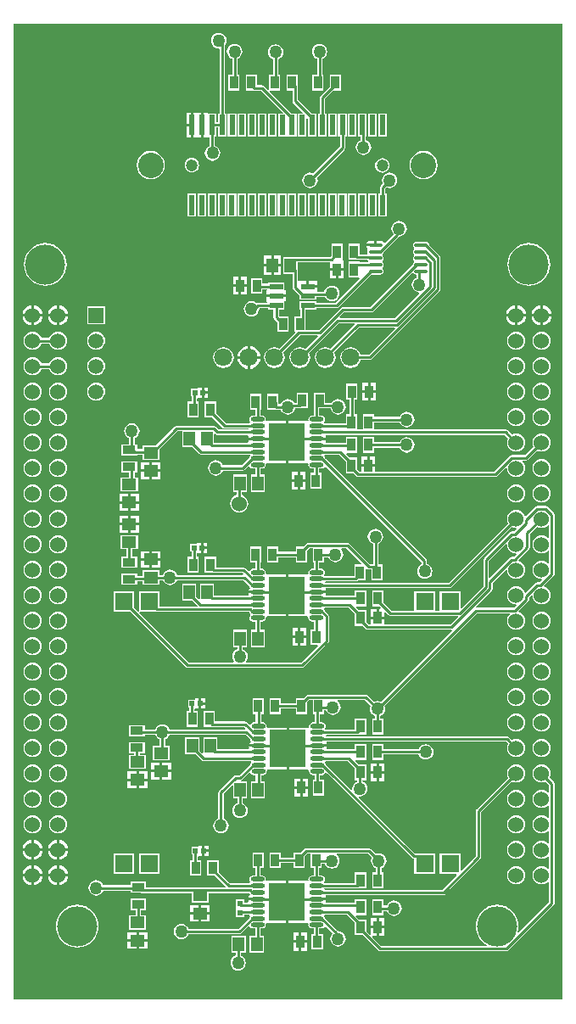
<source format=gbr>
G04 Layer_Physical_Order=4*
G04 Layer_Color=16711680*
%FSLAX26Y26*%
%MOIN*%
%TF.FileFunction,Copper,L4,Bot,Signal*%
%TF.Part,Single*%
G01*
G75*
%TA.AperFunction,SMDPad,CuDef*%
%ADD11R,0.033465X0.051181*%
%TA.AperFunction,Conductor*%
%ADD12C,0.010000*%
%TA.AperFunction,ComponentPad*%
%ADD13C,0.157480*%
%ADD14C,0.060000*%
%TA.AperFunction,ViaPad*%
%ADD15C,0.060000*%
%TA.AperFunction,ComponentPad*%
%ADD16C,0.100000*%
%ADD17C,0.047000*%
%ADD18R,0.059055X0.059055*%
%ADD19C,0.059055*%
%ADD20R,0.070866X0.070866*%
%ADD21C,0.070866*%
%TA.AperFunction,ViaPad*%
%ADD22C,0.050000*%
%ADD23C,0.019685*%
%TA.AperFunction,SMDPad,CuDef*%
%ADD24R,0.057087X0.045276*%
%ADD25R,0.051181X0.033465*%
%ADD26R,0.020472X0.020472*%
%ADD27O,0.055118X0.017716*%
%ADD28R,0.143701X0.145669*%
%ADD29R,0.024000X0.078740*%
%ADD30R,0.045276X0.057087*%
%ADD31O,0.053150X0.015748*%
%ADD32R,0.055118X0.021654*%
%ADD33R,0.024409X0.024409*%
G36*
X1980999Y-2689000D02*
X-174244Y-2689000D01*
X-174244Y1144000D01*
X1981000Y1144001D01*
X1980999Y-2689000D01*
D02*
G37*
%LPC*%
G36*
X0Y-1364698D02*
X-9137Y-1365901D01*
X-17651Y-1369428D01*
X-24962Y-1375038D01*
X-30572Y-1382349D01*
X-34099Y-1390863D01*
X-35302Y-1400000D01*
X-34099Y-1409137D01*
X-30572Y-1417651D01*
X-24962Y-1424962D01*
X-17651Y-1430572D01*
X-9137Y-1434099D01*
X0Y-1435302D01*
X9137Y-1434099D01*
X17651Y-1430572D01*
X24962Y-1424962D01*
X30572Y-1417651D01*
X34099Y-1409137D01*
X35302Y-1400000D01*
X34099Y-1390863D01*
X30572Y-1382349D01*
X24962Y-1375038D01*
X17651Y-1369428D01*
X9137Y-1365901D01*
X0Y-1364698D01*
D02*
G37*
G36*
X-100000D02*
X-109137Y-1365901D01*
X-117651Y-1369428D01*
X-124962Y-1375038D01*
X-130572Y-1382349D01*
X-134099Y-1390863D01*
X-135302Y-1400000D01*
X-134099Y-1409137D01*
X-130572Y-1417651D01*
X-124962Y-1424962D01*
X-117651Y-1430572D01*
X-109137Y-1434099D01*
X-100000Y-1435302D01*
X-90863Y-1434099D01*
X-82349Y-1430572D01*
X-75038Y-1424962D01*
X-69428Y-1417651D01*
X-65901Y-1409137D01*
X-64698Y-1400000D01*
X-65901Y-1390863D01*
X-69428Y-1382349D01*
X-75038Y-1375038D01*
X-82349Y-1369428D01*
X-90863Y-1365901D01*
X-100000Y-1364698D01*
D02*
G37*
G36*
X1900000D02*
X1890863Y-1365901D01*
X1882349Y-1369428D01*
X1875038Y-1375038D01*
X1869428Y-1382349D01*
X1865901Y-1390863D01*
X1864698Y-1400000D01*
X1865901Y-1409137D01*
X1869428Y-1417651D01*
X1875038Y-1424962D01*
X1882349Y-1430572D01*
X1890863Y-1434099D01*
X1900000Y-1435302D01*
X1909137Y-1434099D01*
X1917651Y-1430572D01*
X1924962Y-1424962D01*
X1930572Y-1417651D01*
X1934099Y-1409137D01*
X1935302Y-1400000D01*
X1934099Y-1390863D01*
X1930572Y-1382349D01*
X1924962Y-1375038D01*
X1917651Y-1369428D01*
X1909137Y-1365901D01*
X1900000Y-1364698D01*
D02*
G37*
G36*
X1800000D02*
X1790863Y-1365901D01*
X1782349Y-1369428D01*
X1775038Y-1375038D01*
X1769428Y-1382349D01*
X1765901Y-1390863D01*
X1764698Y-1400000D01*
X1765901Y-1409137D01*
X1769428Y-1417651D01*
X1775038Y-1424962D01*
X1782349Y-1430572D01*
X1790863Y-1434099D01*
X1800000Y-1435302D01*
X1809137Y-1434099D01*
X1817651Y-1430572D01*
X1824962Y-1424962D01*
X1830572Y-1417651D01*
X1834099Y-1409137D01*
X1835302Y-1400000D01*
X1834099Y-1390863D01*
X1830572Y-1382349D01*
X1824962Y-1375038D01*
X1817651Y-1369428D01*
X1809137Y-1365901D01*
X1800000Y-1364698D01*
D02*
G37*
G36*
Y-1464698D02*
X1790863Y-1465901D01*
X1782349Y-1469428D01*
X1775038Y-1475038D01*
X1769428Y-1482349D01*
X1765901Y-1490863D01*
X1764698Y-1500000D01*
X1765901Y-1509137D01*
X1769428Y-1517651D01*
X1775038Y-1524962D01*
X1782349Y-1530572D01*
X1790863Y-1534099D01*
X1800000Y-1535302D01*
X1809137Y-1534099D01*
X1817651Y-1530572D01*
X1824962Y-1524962D01*
X1830572Y-1517651D01*
X1834099Y-1509137D01*
X1835302Y-1500000D01*
X1834099Y-1490863D01*
X1830572Y-1482349D01*
X1824962Y-1475038D01*
X1817651Y-1469428D01*
X1809137Y-1465901D01*
X1800000Y-1464698D01*
D02*
G37*
G36*
X0D02*
X-9137Y-1465901D01*
X-17651Y-1469428D01*
X-24962Y-1475038D01*
X-30572Y-1482349D01*
X-34099Y-1490863D01*
X-35302Y-1500000D01*
X-34099Y-1509137D01*
X-30572Y-1517651D01*
X-24962Y-1524962D01*
X-17651Y-1530572D01*
X-9137Y-1534099D01*
X0Y-1535302D01*
X9137Y-1534099D01*
X17651Y-1530572D01*
X24962Y-1524962D01*
X30572Y-1517651D01*
X34099Y-1509137D01*
X35302Y-1500000D01*
X34099Y-1490863D01*
X30572Y-1482349D01*
X24962Y-1475038D01*
X17651Y-1469428D01*
X9137Y-1465901D01*
X0Y-1464698D01*
D02*
G37*
G36*
X577550Y-1505764D02*
X562315D01*
Y-1520999D01*
X577550D01*
Y-1505764D01*
D02*
G37*
G36*
X1900000Y-1464698D02*
X1890863Y-1465901D01*
X1882349Y-1469428D01*
X1875038Y-1475038D01*
X1869428Y-1482349D01*
X1865901Y-1490863D01*
X1864698Y-1500000D01*
X1865901Y-1509137D01*
X1869428Y-1517651D01*
X1875038Y-1524962D01*
X1882349Y-1530572D01*
X1890863Y-1534099D01*
X1900000Y-1535302D01*
X1909137Y-1534099D01*
X1917651Y-1530572D01*
X1924962Y-1524962D01*
X1930572Y-1517651D01*
X1934099Y-1509137D01*
X1935302Y-1500000D01*
X1934099Y-1490863D01*
X1930572Y-1482349D01*
X1924962Y-1475038D01*
X1917651Y-1469428D01*
X1909137Y-1465901D01*
X1900000Y-1464698D01*
D02*
G37*
G36*
X973963Y-1269008D02*
X952231D01*
Y-1299598D01*
X973963D01*
Y-1269008D01*
D02*
G37*
G36*
X942231D02*
X920499D01*
Y-1299598D01*
X942231D01*
Y-1269008D01*
D02*
G37*
G36*
X973963Y-1228417D02*
X952231D01*
Y-1259008D01*
X973963D01*
Y-1228417D01*
D02*
G37*
G36*
X942231D02*
X920499D01*
Y-1259008D01*
X942231D01*
Y-1228417D01*
D02*
G37*
G36*
X0Y-1264698D02*
X-9137Y-1265901D01*
X-17651Y-1269428D01*
X-24962Y-1275038D01*
X-30572Y-1282349D01*
X-34099Y-1290863D01*
X-35302Y-1300000D01*
X-34099Y-1309137D01*
X-30572Y-1317651D01*
X-24962Y-1324962D01*
X-17651Y-1330572D01*
X-9137Y-1334099D01*
X0Y-1335302D01*
X9137Y-1334099D01*
X17651Y-1330572D01*
X24962Y-1324962D01*
X30572Y-1317651D01*
X34099Y-1309137D01*
X35302Y-1300000D01*
X34099Y-1290863D01*
X30572Y-1282349D01*
X24962Y-1275038D01*
X17651Y-1269428D01*
X9137Y-1265901D01*
X0Y-1264698D01*
D02*
G37*
G36*
X-100000D02*
X-109137Y-1265901D01*
X-117651Y-1269428D01*
X-124962Y-1275038D01*
X-130572Y-1282349D01*
X-134099Y-1290863D01*
X-135302Y-1300000D01*
X-134099Y-1309137D01*
X-130572Y-1317651D01*
X-124962Y-1324962D01*
X-117651Y-1330572D01*
X-109137Y-1334099D01*
X-100000Y-1335302D01*
X-90863Y-1334099D01*
X-82349Y-1330572D01*
X-75038Y-1324962D01*
X-69428Y-1317651D01*
X-65901Y-1309137D01*
X-64698Y-1300000D01*
X-65901Y-1290863D01*
X-69428Y-1282349D01*
X-75038Y-1275038D01*
X-82349Y-1269428D01*
X-90863Y-1265901D01*
X-100000Y-1264698D01*
D02*
G37*
G36*
X1900000D02*
X1890863Y-1265901D01*
X1882349Y-1269428D01*
X1875038Y-1275038D01*
X1869428Y-1282349D01*
X1865901Y-1290863D01*
X1864698Y-1300000D01*
X1865901Y-1309137D01*
X1869428Y-1317651D01*
X1875038Y-1324962D01*
X1882349Y-1330572D01*
X1890863Y-1334099D01*
X1900000Y-1335302D01*
X1909137Y-1334099D01*
X1917651Y-1330572D01*
X1924962Y-1324962D01*
X1930572Y-1317651D01*
X1934099Y-1309137D01*
X1935302Y-1300000D01*
X1934099Y-1290863D01*
X1930572Y-1282349D01*
X1924962Y-1275038D01*
X1917651Y-1269428D01*
X1909137Y-1265901D01*
X1900000Y-1264698D01*
D02*
G37*
G36*
X1800000D02*
X1790863Y-1265901D01*
X1782349Y-1269428D01*
X1775038Y-1275038D01*
X1769428Y-1282349D01*
X1765901Y-1290863D01*
X1764698Y-1300000D01*
X1765901Y-1309137D01*
X1769428Y-1317651D01*
X1775038Y-1324962D01*
X1782349Y-1330572D01*
X1790863Y-1334099D01*
X1800000Y-1335302D01*
X1809137Y-1334099D01*
X1817651Y-1330572D01*
X1824962Y-1324962D01*
X1830572Y-1317651D01*
X1834099Y-1309137D01*
X1835302Y-1300000D01*
X1834099Y-1290863D01*
X1830572Y-1282349D01*
X1824962Y-1275038D01*
X1817651Y-1269428D01*
X1809137Y-1265901D01*
X1800000Y-1264698D01*
D02*
G37*
G36*
X-100000Y-1664698D02*
X-109137Y-1665901D01*
X-117651Y-1669428D01*
X-124962Y-1675038D01*
X-130572Y-1682349D01*
X-134099Y-1690863D01*
X-135302Y-1700000D01*
X-134099Y-1709137D01*
X-130572Y-1717651D01*
X-124962Y-1724962D01*
X-117651Y-1730572D01*
X-109137Y-1734099D01*
X-100000Y-1735302D01*
X-90863Y-1734099D01*
X-82349Y-1730572D01*
X-75038Y-1724962D01*
X-69428Y-1717651D01*
X-65901Y-1709137D01*
X-64698Y-1700000D01*
X-65901Y-1690863D01*
X-69428Y-1682349D01*
X-75038Y-1675038D01*
X-82349Y-1669428D01*
X-90863Y-1665901D01*
X-100000Y-1664698D01*
D02*
G37*
G36*
X1277197Y-1685409D02*
X1233732D01*
Y-1746590D01*
X1277197D01*
Y-1726196D01*
X1416318D01*
X1418361Y-1731129D01*
X1423170Y-1737396D01*
X1429437Y-1742205D01*
X1436735Y-1745228D01*
X1444566Y-1746259D01*
X1452398Y-1745228D01*
X1459696Y-1742205D01*
X1465963Y-1737396D01*
X1470771Y-1731129D01*
X1473794Y-1723831D01*
X1474825Y-1716000D01*
X1473794Y-1708168D01*
X1470771Y-1700870D01*
X1465963Y-1694603D01*
X1459696Y-1689795D01*
X1452398Y-1686772D01*
X1444566Y-1685741D01*
X1436735Y-1686772D01*
X1429437Y-1689795D01*
X1423170Y-1694603D01*
X1418361Y-1700870D01*
X1416318Y-1705804D01*
X1277197D01*
Y-1685409D01*
D02*
G37*
G36*
X1900000Y-1664698D02*
X1890863Y-1665901D01*
X1882349Y-1669428D01*
X1875038Y-1675038D01*
X1869428Y-1682349D01*
X1865901Y-1690863D01*
X1864698Y-1700000D01*
X1865901Y-1709137D01*
X1869428Y-1717651D01*
X1875038Y-1724962D01*
X1882349Y-1730572D01*
X1890863Y-1734099D01*
X1900000Y-1735302D01*
X1909137Y-1734099D01*
X1917651Y-1730572D01*
X1924962Y-1724962D01*
X1930572Y-1717651D01*
X1934099Y-1709137D01*
X1935302Y-1700000D01*
X1934099Y-1690863D01*
X1930572Y-1682349D01*
X1924962Y-1675038D01*
X1917651Y-1669428D01*
X1909137Y-1665901D01*
X1900000Y-1664698D01*
D02*
G37*
G36*
X0D02*
X-9137Y-1665901D01*
X-17651Y-1669428D01*
X-24962Y-1675038D01*
X-30572Y-1682349D01*
X-34099Y-1690863D01*
X-35302Y-1700000D01*
X-34099Y-1709137D01*
X-30572Y-1717651D01*
X-24962Y-1724962D01*
X-17651Y-1730572D01*
X-9137Y-1734099D01*
X0Y-1735302D01*
X9137Y-1734099D01*
X17651Y-1730572D01*
X24962Y-1724962D01*
X30572Y-1717651D01*
X34099Y-1709137D01*
X35302Y-1700000D01*
X34099Y-1690863D01*
X30572Y-1682349D01*
X24962Y-1675038D01*
X17651Y-1669428D01*
X9137Y-1665901D01*
X0Y-1664698D01*
D02*
G37*
G36*
X400032Y-1758796D02*
X366489D01*
Y-1786434D01*
X400032D01*
Y-1758796D01*
D02*
G37*
G36*
X1282197Y-1760409D02*
X1260464D01*
Y-1791000D01*
X1282197D01*
Y-1760409D01*
D02*
G37*
G36*
X340591Y-1677732D02*
X279410D01*
Y-1721196D01*
X299804D01*
Y-1727241D01*
X278313D01*
Y-1782517D01*
X345400D01*
Y-1727241D01*
X320196D01*
Y-1721196D01*
X340591D01*
Y-1677732D01*
D02*
G37*
G36*
X443575Y-1758796D02*
X410032D01*
Y-1786434D01*
X443575D01*
Y-1758796D01*
D02*
G37*
G36*
X808269Y-1505409D02*
X764804D01*
Y-1566590D01*
X776662D01*
Y-1599304D01*
X768157D01*
X762750Y-1600380D01*
X758166Y-1603443D01*
X756092Y-1606547D01*
X750411Y-1607938D01*
X741854Y-1599381D01*
X738546Y-1597170D01*
X734644Y-1596394D01*
X616489D01*
Y-1555409D01*
X573024D01*
Y-1616590D01*
X605504D01*
X606489Y-1616786D01*
X730421D01*
X735865Y-1622230D01*
X733794Y-1627230D01*
X438249D01*
X436205Y-1622296D01*
X431397Y-1616030D01*
X425130Y-1611221D01*
X417832Y-1608198D01*
X410000Y-1607167D01*
X402169Y-1608198D01*
X394871Y-1611221D01*
X388604Y-1616030D01*
X383795Y-1622296D01*
X381752Y-1627230D01*
X340591D01*
Y-1610803D01*
X279410D01*
Y-1654268D01*
X340591D01*
Y-1647622D01*
X381752D01*
X383795Y-1652555D01*
X388604Y-1658822D01*
X394871Y-1663631D01*
X399804Y-1665674D01*
Y-1692930D01*
X371489D01*
Y-1748206D01*
X438575D01*
Y-1692930D01*
X420196D01*
Y-1665674D01*
X425130Y-1663631D01*
X431397Y-1658822D01*
X436205Y-1652555D01*
X438249Y-1647622D01*
X735667D01*
X754368Y-1666323D01*
X755103Y-1670021D01*
X757979Y-1674324D01*
X754561Y-1676608D01*
X750393Y-1682846D01*
X749924Y-1685204D01*
X786859D01*
Y-1695204D01*
X749924D01*
X750393Y-1697562D01*
X751586Y-1699347D01*
X748914Y-1704347D01*
X626070D01*
Y-1657457D01*
X570794D01*
Y-1718643D01*
X565794Y-1720714D01*
X555204Y-1710124D01*
Y-1657457D01*
X499928D01*
Y-1724543D01*
X540785D01*
X564837Y-1748595D01*
X568145Y-1750806D01*
X572047Y-1751582D01*
X757252D01*
X758621Y-1754781D01*
Y-1756681D01*
X758166Y-1756985D01*
X755103Y-1761569D01*
X754367Y-1765269D01*
X711812Y-1807825D01*
X697222D01*
X693320Y-1808601D01*
X690013Y-1810811D01*
X632791Y-1868033D01*
X630580Y-1871341D01*
X629804Y-1875243D01*
Y-1977751D01*
X624871Y-1979795D01*
X618604Y-1984603D01*
X613795Y-1990870D01*
X610772Y-1998168D01*
X609741Y-2006000D01*
X610772Y-2013831D01*
X613795Y-2021129D01*
X618604Y-2027396D01*
X624871Y-2032205D01*
X632169Y-2035228D01*
X640000Y-2036259D01*
X647832Y-2035228D01*
X655130Y-2032205D01*
X661396Y-2027396D01*
X666205Y-2021129D01*
X669228Y-2013831D01*
X670259Y-2006000D01*
X669228Y-1998168D01*
X666205Y-1990870D01*
X661396Y-1984603D01*
X655130Y-1979795D01*
X650196Y-1977751D01*
Y-1879466D01*
X682309Y-1847353D01*
X686928Y-1849266D01*
Y-1899543D01*
X704370D01*
Y-1917751D01*
X699437Y-1919795D01*
X693170Y-1924603D01*
X688361Y-1930870D01*
X685338Y-1938168D01*
X684307Y-1946000D01*
X685338Y-1953831D01*
X688361Y-1961129D01*
X693170Y-1967396D01*
X699437Y-1972205D01*
X706735Y-1975228D01*
X714566Y-1976259D01*
X722398Y-1975228D01*
X729696Y-1972205D01*
X735962Y-1967396D01*
X740771Y-1961129D01*
X743794Y-1953831D01*
X744825Y-1946000D01*
X743794Y-1938168D01*
X740771Y-1930870D01*
X735962Y-1924603D01*
X729696Y-1919795D01*
X724762Y-1917751D01*
Y-1899543D01*
X742204D01*
Y-1832457D01*
X720348D01*
X719856Y-1827457D01*
X719937Y-1827440D01*
X723245Y-1825230D01*
X750411Y-1798064D01*
X756092Y-1799454D01*
X758166Y-1802559D01*
X762750Y-1805622D01*
X768157Y-1806697D01*
X776662D01*
Y-1832457D01*
X757794D01*
Y-1899543D01*
X813070D01*
Y-1832457D01*
X797054D01*
Y-1806697D01*
X805559D01*
X810966Y-1805622D01*
X815550Y-1802559D01*
X818613Y-1797975D01*
X819689Y-1792568D01*
X819240Y-1790312D01*
X822306Y-1786832D01*
Y-1786832D01*
X823283Y-1785834D01*
X823861Y-1785834D01*
X898000D01*
Y-1703000D01*
Y-1620165D01*
X823284Y-1620165D01*
X822310Y-1619171D01*
X822310Y-1619171D01*
X819239Y-1615695D01*
X819689Y-1613434D01*
X818613Y-1608027D01*
X815550Y-1603443D01*
X810966Y-1600380D01*
X805559Y-1599304D01*
X797054D01*
Y-1566590D01*
X808269D01*
Y-1505409D01*
D02*
G37*
G36*
X552315Y-1505764D02*
X537078D01*
Y-1510764D01*
X510582D01*
Y-1541236D01*
X515622D01*
Y-1555409D01*
X506094D01*
Y-1616590D01*
X549558D01*
Y-1555409D01*
X536426D01*
X536132Y-1550844D01*
X538179Y-1546236D01*
X552315D01*
Y-1525999D01*
Y-1505764D01*
D02*
G37*
G36*
X-100000Y-1464698D02*
X-109137Y-1465901D01*
X-117651Y-1469428D01*
X-124962Y-1475038D01*
X-130572Y-1482349D01*
X-134099Y-1490863D01*
X-135302Y-1500000D01*
X-134099Y-1509137D01*
X-130572Y-1517651D01*
X-124962Y-1524962D01*
X-117651Y-1530572D01*
X-109137Y-1534099D01*
X-100000Y-1535302D01*
X-90863Y-1534099D01*
X-82349Y-1530572D01*
X-75038Y-1524962D01*
X-69428Y-1517651D01*
X-65901Y-1509137D01*
X-64698Y-1500000D01*
X-65901Y-1490863D01*
X-69428Y-1482349D01*
X-75038Y-1475038D01*
X-82349Y-1469428D01*
X-90863Y-1465901D01*
X-100000Y-1464698D01*
D02*
G37*
G36*
X577550Y-1530999D02*
X562315D01*
Y-1546236D01*
X577550D01*
Y-1530999D01*
D02*
G37*
G36*
X0Y-1564698D02*
X-9137Y-1565901D01*
X-17651Y-1569428D01*
X-24962Y-1575038D01*
X-30572Y-1582349D01*
X-34099Y-1590863D01*
X-35302Y-1600000D01*
X-34099Y-1609137D01*
X-30572Y-1617651D01*
X-24962Y-1624962D01*
X-17651Y-1630572D01*
X-9137Y-1634099D01*
X0Y-1635302D01*
X9137Y-1634099D01*
X17651Y-1630572D01*
X24962Y-1624962D01*
X30572Y-1617651D01*
X34099Y-1609137D01*
X35302Y-1600000D01*
X34099Y-1590863D01*
X30572Y-1582349D01*
X24962Y-1575038D01*
X17651Y-1569428D01*
X9137Y-1565901D01*
X0Y-1564698D01*
D02*
G37*
G36*
X-100000D02*
X-109137Y-1565901D01*
X-117651Y-1569428D01*
X-124962Y-1575038D01*
X-130572Y-1582349D01*
X-134099Y-1590863D01*
X-135302Y-1600000D01*
X-134099Y-1609137D01*
X-130572Y-1617651D01*
X-124962Y-1624962D01*
X-117651Y-1630572D01*
X-109137Y-1634099D01*
X-100000Y-1635302D01*
X-90863Y-1634099D01*
X-82349Y-1630572D01*
X-75038Y-1624962D01*
X-69428Y-1617651D01*
X-65901Y-1609137D01*
X-64698Y-1600000D01*
X-65901Y-1590863D01*
X-69428Y-1582349D01*
X-75038Y-1575038D01*
X-82349Y-1569428D01*
X-90863Y-1565901D01*
X-100000Y-1564698D01*
D02*
G37*
G36*
X1900000D02*
X1890863Y-1565901D01*
X1882349Y-1569428D01*
X1875038Y-1575038D01*
X1869428Y-1582349D01*
X1865901Y-1590863D01*
X1864698Y-1600000D01*
X1865901Y-1609137D01*
X1869428Y-1617651D01*
X1875038Y-1624962D01*
X1882349Y-1630572D01*
X1890863Y-1634099D01*
X1900000Y-1635302D01*
X1909137Y-1634099D01*
X1917651Y-1630572D01*
X1924962Y-1624962D01*
X1930572Y-1617651D01*
X1934099Y-1609137D01*
X1935302Y-1600000D01*
X1934099Y-1590863D01*
X1930572Y-1582349D01*
X1924962Y-1575038D01*
X1917651Y-1569428D01*
X1909137Y-1565901D01*
X1900000Y-1564698D01*
D02*
G37*
G36*
X1800000D02*
X1790863Y-1565901D01*
X1782349Y-1569428D01*
X1775038Y-1575038D01*
X1769428Y-1582349D01*
X1765901Y-1590863D01*
X1764698Y-1600000D01*
X1765901Y-1609137D01*
X1769428Y-1617651D01*
X1775038Y-1624962D01*
X1782349Y-1630572D01*
X1790863Y-1634099D01*
X1800000Y-1635302D01*
X1809137Y-1634099D01*
X1817651Y-1630572D01*
X1824962Y-1624962D01*
X1830572Y-1617651D01*
X1834099Y-1609137D01*
X1835302Y-1600000D01*
X1834099Y-1590863D01*
X1830572Y-1582349D01*
X1824962Y-1575038D01*
X1817651Y-1569428D01*
X1809137Y-1565901D01*
X1800000Y-1564698D01*
D02*
G37*
G36*
X275000Y-787928D02*
X241457D01*
Y-815566D01*
X275000D01*
Y-787928D01*
D02*
G37*
G36*
X0Y-764698D02*
X-9137Y-765901D01*
X-17651Y-769428D01*
X-24962Y-775038D01*
X-30572Y-782349D01*
X-34099Y-790863D01*
X-35302Y-800000D01*
X-34099Y-809137D01*
X-30572Y-817651D01*
X-24962Y-824962D01*
X-17651Y-830572D01*
X-9137Y-834099D01*
X0Y-835302D01*
X9137Y-834099D01*
X17651Y-830572D01*
X24962Y-824962D01*
X30572Y-817651D01*
X34099Y-809137D01*
X35302Y-800000D01*
X34099Y-790863D01*
X30572Y-782349D01*
X24962Y-775038D01*
X17651Y-769428D01*
X9137Y-765901D01*
X0Y-764698D01*
D02*
G37*
G36*
X1916569Y-749804D02*
X1883431D01*
X1879530Y-750580D01*
X1876222Y-752790D01*
X1838718Y-790294D01*
X1833214Y-788727D01*
X1830572Y-782349D01*
X1824962Y-775038D01*
X1817651Y-769428D01*
X1809137Y-765901D01*
X1800000Y-764698D01*
X1790863Y-765901D01*
X1782349Y-769428D01*
X1775038Y-775038D01*
X1769428Y-782349D01*
X1765901Y-790863D01*
X1764698Y-800000D01*
X1765901Y-809137D01*
X1768989Y-816592D01*
X1534163Y-1051418D01*
X1051280D01*
X1049779Y-1048819D01*
X1051280Y-1046220D01*
X1169370D01*
X1173272Y-1045444D01*
X1176580Y-1043233D01*
X1179223Y-1040590D01*
X1208268D01*
Y-996219D01*
X1212888Y-994306D01*
X1215201Y-996619D01*
X1218509Y-998829D01*
X1222411Y-999605D01*
X1231732D01*
Y-1040590D01*
X1275197D01*
Y-979409D01*
X1257274D01*
Y-898248D01*
X1262208Y-896205D01*
X1268475Y-891396D01*
X1273283Y-885129D01*
X1276306Y-877831D01*
X1277337Y-870000D01*
X1276306Y-862168D01*
X1273283Y-854870D01*
X1268475Y-848604D01*
X1262208Y-843795D01*
X1254910Y-840772D01*
X1247078Y-839741D01*
X1239247Y-840772D01*
X1231949Y-843795D01*
X1225682Y-848604D01*
X1220873Y-854870D01*
X1217850Y-862168D01*
X1216819Y-870000D01*
X1217850Y-877831D01*
X1220873Y-885129D01*
X1225682Y-891396D01*
X1231949Y-896205D01*
X1236882Y-898248D01*
Y-979213D01*
X1226634D01*
X1144620Y-897200D01*
X1141312Y-894990D01*
X1137411Y-894213D01*
X983269D01*
X979367Y-894990D01*
X976059Y-897200D01*
X963849Y-909409D01*
X934804D01*
Y-929804D01*
X865197D01*
Y-909409D01*
X821732D01*
Y-970590D01*
X865197D01*
Y-950196D01*
X934804D01*
Y-970590D01*
X978269D01*
Y-923828D01*
X987492Y-914605D01*
X1001732D01*
Y-970590D01*
X1005946D01*
Y-996304D01*
X997441D01*
X992034Y-997380D01*
X987450Y-1000443D01*
X984387Y-1005027D01*
X983312Y-1010434D01*
X983761Y-1012695D01*
X980690Y-1016171D01*
X980690Y-1016171D01*
X979716Y-1017165D01*
X979145Y-1017165D01*
X905000D01*
Y-1100000D01*
Y-1182834D01*
X979718D01*
X983819Y-1187019D01*
X983312Y-1189568D01*
X984387Y-1194975D01*
X987450Y-1199559D01*
X992034Y-1202622D01*
X997441Y-1203697D01*
X1005946D01*
Y-1233417D01*
X992427D01*
Y-1294598D01*
X1019081D01*
X1020995Y-1299218D01*
X955409Y-1364804D01*
X739299D01*
X737184Y-1359804D01*
X740771Y-1355129D01*
X743794Y-1347831D01*
X744825Y-1340000D01*
X743794Y-1332168D01*
X740771Y-1324870D01*
X735962Y-1318603D01*
X729696Y-1313795D01*
X724762Y-1311751D01*
Y-1303543D01*
X742204D01*
Y-1236457D01*
X686928D01*
Y-1303543D01*
X704370D01*
Y-1311751D01*
X699437Y-1313795D01*
X693170Y-1318603D01*
X688361Y-1324870D01*
X685338Y-1332168D01*
X684307Y-1340000D01*
X685338Y-1347831D01*
X688361Y-1355129D01*
X691948Y-1359804D01*
X689833Y-1364804D01*
X513775D01*
X319301Y-1170330D01*
X321372Y-1165331D01*
X323040Y-1165330D01*
X388897D01*
X389882Y-1165526D01*
X750201D01*
X751618Y-1166944D01*
X752103Y-1169383D01*
X754980Y-1173688D01*
X755622Y-1175095D01*
Y-1178448D01*
X754980Y-1179856D01*
X752103Y-1184161D01*
X751028Y-1189568D01*
X752103Y-1194975D01*
X755166Y-1199559D01*
X759750Y-1202622D01*
X765157Y-1203697D01*
X773662D01*
Y-1236457D01*
X757794D01*
Y-1303543D01*
X813070D01*
Y-1236457D01*
X794054D01*
Y-1203697D01*
X802559D01*
X807966Y-1202622D01*
X812550Y-1199559D01*
X815613Y-1194975D01*
X816689Y-1189568D01*
X816182Y-1187019D01*
X820283Y-1182834D01*
X895000D01*
Y-1100000D01*
Y-1017165D01*
X820284Y-1017165D01*
X819310Y-1016171D01*
X819310Y-1016171D01*
X816239Y-1012695D01*
X816689Y-1010434D01*
X815613Y-1005027D01*
X812550Y-1000443D01*
X807966Y-997380D01*
X802559Y-996304D01*
X794054D01*
Y-970590D01*
X798269D01*
Y-909409D01*
X754804D01*
Y-970590D01*
X773662D01*
Y-996304D01*
X765157D01*
X759750Y-997380D01*
X755166Y-1000443D01*
X753092Y-1003547D01*
X747411Y-1004938D01*
X735854Y-993381D01*
X732546Y-991170D01*
X728644Y-990394D01*
X620297D01*
Y-949409D01*
X576832D01*
Y-1010590D01*
X609312D01*
X610297Y-1010786D01*
X724421D01*
X728502Y-1014867D01*
X726431Y-1019867D01*
X468249D01*
X466205Y-1014934D01*
X461397Y-1008667D01*
X455130Y-1003858D01*
X447832Y-1000835D01*
X440000Y-999804D01*
X432169Y-1000835D01*
X424871Y-1003858D01*
X418604Y-1008667D01*
X413795Y-1014934D01*
X411752Y-1019867D01*
X397343D01*
Y-1002550D01*
X330257D01*
Y-1024608D01*
X310590D01*
Y-1015346D01*
X249409D01*
Y-1058810D01*
X310590D01*
Y-1044999D01*
X330257D01*
Y-1057825D01*
X397343D01*
Y-1040259D01*
X411752D01*
X413795Y-1045193D01*
X418604Y-1051459D01*
X424871Y-1056268D01*
X432169Y-1059291D01*
X440000Y-1060322D01*
X447832Y-1059291D01*
X455130Y-1056268D01*
X461397Y-1051459D01*
X466205Y-1045193D01*
X468249Y-1040259D01*
X728304D01*
X751368Y-1063323D01*
X752103Y-1067021D01*
X754979Y-1071324D01*
X751561Y-1073608D01*
X747393Y-1079846D01*
X746924Y-1082204D01*
X783859D01*
Y-1092204D01*
X746924D01*
X747393Y-1094562D01*
X749423Y-1097600D01*
X746751Y-1102600D01*
X613070D01*
Y-1053660D01*
X557794D01*
Y-1114847D01*
X552794Y-1116918D01*
X542204Y-1106328D01*
Y-1053660D01*
X486928D01*
Y-1120747D01*
X527785D01*
X547553Y-1140515D01*
X545639Y-1145134D01*
X399882D01*
Y-1084464D01*
X319016D01*
Y-1161154D01*
X319016Y-1162974D01*
X314016Y-1165045D01*
X299882Y-1150911D01*
Y-1084464D01*
X219016D01*
Y-1165330D01*
X285463D01*
X502342Y-1382209D01*
X505650Y-1384420D01*
X509551Y-1385196D01*
X959632D01*
X963534Y-1384420D01*
X966841Y-1382209D01*
X1060911Y-1288140D01*
X1063121Y-1284832D01*
X1063897Y-1280930D01*
Y-1181756D01*
X1063121Y-1177855D01*
X1060911Y-1174547D01*
X1048633Y-1162269D01*
X1047897Y-1158569D01*
X1044834Y-1153985D01*
X1047232Y-1149573D01*
X1048054Y-1148582D01*
X1141989D01*
X1166804Y-1173397D01*
Y-1220158D01*
X1195849D01*
X1208059Y-1232368D01*
X1211367Y-1234578D01*
X1215268Y-1235354D01*
X1545045D01*
X1547085Y-1239088D01*
X1547258Y-1240213D01*
X1268459Y-1519011D01*
X1263525Y-1516968D01*
X1255694Y-1515937D01*
X1247862Y-1516968D01*
X1242929Y-1519011D01*
X1217117Y-1493200D01*
X1213809Y-1490989D01*
X1209907Y-1490213D01*
X983269D01*
X979367Y-1490989D01*
X976059Y-1493200D01*
X963849Y-1505409D01*
X934804D01*
Y-1525804D01*
X875197D01*
Y-1505409D01*
X831732D01*
Y-1566590D01*
X875197D01*
Y-1546196D01*
X934804D01*
Y-1566590D01*
X978269D01*
Y-1519829D01*
X987492Y-1510605D01*
X1001732D01*
Y-1566590D01*
X1008946D01*
Y-1599304D01*
X1000441D01*
X995034Y-1600380D01*
X990450Y-1603443D01*
X987387Y-1608027D01*
X986312Y-1613434D01*
X986761Y-1615695D01*
X983690Y-1619171D01*
X983690Y-1619171D01*
X982716Y-1620165D01*
X982145Y-1620165D01*
X908000D01*
Y-1703000D01*
Y-1785834D01*
X982140D01*
X982718Y-1785834D01*
X983695Y-1786832D01*
Y-1786832D01*
X986760Y-1790312D01*
X986312Y-1792568D01*
X987387Y-1797975D01*
X990450Y-1802559D01*
X995034Y-1805622D01*
X1000441Y-1806697D01*
X1008946D01*
Y-1825409D01*
X1001732D01*
Y-1886590D01*
X1045197D01*
Y-1825409D01*
X1029338D01*
Y-1806697D01*
X1037843D01*
X1043250Y-1805622D01*
X1047834Y-1802559D01*
X1049909Y-1799454D01*
X1055589Y-1798064D01*
X1390302Y-2132776D01*
X1393610Y-2134987D01*
X1397512Y-2135763D01*
X1400118D01*
Y-2196433D01*
X1480984D01*
Y-2115567D01*
X1411103D01*
X1410118Y-2115371D01*
X1401735D01*
X1180928Y-1894563D01*
X1183263Y-1889828D01*
X1186536Y-1890259D01*
X1194368Y-1889228D01*
X1201666Y-1886205D01*
X1207932Y-1881396D01*
X1212741Y-1875129D01*
X1215764Y-1867831D01*
X1216795Y-1860000D01*
X1215764Y-1852168D01*
X1212741Y-1844870D01*
X1207932Y-1838603D01*
X1201666Y-1833795D01*
X1196732Y-1831751D01*
Y-1826590D01*
X1210268D01*
Y-1765409D01*
X1181223D01*
X1167404Y-1751590D01*
X1169475Y-1746591D01*
X1170665Y-1746590D01*
X1170665Y-1746590D01*
X1170697Y-1746590D01*
X1210268D01*
Y-1685409D01*
X1166804D01*
Y-1705600D01*
X1056250D01*
X1053577Y-1700600D01*
X1055607Y-1697562D01*
X1056076Y-1695203D01*
X1019142D01*
Y-1685203D01*
X1056076D01*
X1055607Y-1682846D01*
X1053579Y-1679810D01*
X1056251Y-1674810D01*
X1760390D01*
X1768989Y-1683408D01*
X1765901Y-1690863D01*
X1764698Y-1700000D01*
X1765901Y-1709137D01*
X1769428Y-1717651D01*
X1775038Y-1724962D01*
X1782349Y-1730572D01*
X1790863Y-1734099D01*
X1800000Y-1735302D01*
X1809137Y-1734099D01*
X1817651Y-1730572D01*
X1824962Y-1724962D01*
X1830572Y-1717651D01*
X1834099Y-1709137D01*
X1835302Y-1700000D01*
X1834099Y-1690863D01*
X1830572Y-1682349D01*
X1824962Y-1675038D01*
X1817651Y-1669428D01*
X1809137Y-1665901D01*
X1800000Y-1664698D01*
X1790863Y-1665901D01*
X1783408Y-1668989D01*
X1771823Y-1657404D01*
X1768516Y-1655194D01*
X1764614Y-1654418D01*
X1054280D01*
X1052779Y-1651819D01*
X1054280Y-1649220D01*
X1174370D01*
X1178272Y-1648444D01*
X1181046Y-1646590D01*
X1210268D01*
Y-1585409D01*
X1166804D01*
Y-1628828D01*
X1048748D01*
X1047380Y-1625629D01*
Y-1623729D01*
X1047834Y-1623425D01*
X1050897Y-1618841D01*
X1051973Y-1613434D01*
X1050897Y-1608027D01*
X1047834Y-1603443D01*
X1043250Y-1600380D01*
X1037843Y-1599304D01*
X1029338D01*
Y-1566590D01*
X1045197D01*
Y-1550196D01*
X1051752D01*
X1053795Y-1555129D01*
X1058604Y-1561396D01*
X1064871Y-1566205D01*
X1072169Y-1569228D01*
X1080000Y-1570259D01*
X1087832Y-1569228D01*
X1095130Y-1566205D01*
X1101397Y-1561396D01*
X1106205Y-1555129D01*
X1109228Y-1547831D01*
X1110259Y-1540000D01*
X1109228Y-1532168D01*
X1106205Y-1524870D01*
X1101397Y-1518603D01*
X1097489Y-1515605D01*
X1099186Y-1510605D01*
X1205684D01*
X1228509Y-1533431D01*
X1226466Y-1538364D01*
X1225435Y-1546196D01*
X1226466Y-1554027D01*
X1229489Y-1561325D01*
X1234297Y-1567592D01*
X1240564Y-1572401D01*
X1245498Y-1574444D01*
Y-1585409D01*
X1233732D01*
Y-1646590D01*
X1277197D01*
Y-1585409D01*
X1265890D01*
Y-1574444D01*
X1270823Y-1572401D01*
X1277090Y-1567592D01*
X1281899Y-1561325D01*
X1284922Y-1554027D01*
X1285953Y-1546196D01*
X1284922Y-1538364D01*
X1282878Y-1533431D01*
X1646113Y-1170196D01*
X1773570D01*
X1774650Y-1173379D01*
X1774916Y-1175196D01*
X1769428Y-1182349D01*
X1765901Y-1190863D01*
X1764698Y-1200000D01*
X1765901Y-1209137D01*
X1769428Y-1217651D01*
X1775038Y-1224962D01*
X1782349Y-1230572D01*
X1790863Y-1234099D01*
X1800000Y-1235302D01*
X1809137Y-1234099D01*
X1817651Y-1230572D01*
X1824962Y-1224962D01*
X1830572Y-1217651D01*
X1834099Y-1209137D01*
X1835302Y-1200000D01*
X1834099Y-1190863D01*
X1830572Y-1182349D01*
X1824962Y-1175038D01*
X1817651Y-1169428D01*
X1811273Y-1166786D01*
X1809706Y-1161282D01*
X1847210Y-1123778D01*
X1849420Y-1120470D01*
X1850196Y-1116569D01*
Y-1107655D01*
X1860237Y-1097614D01*
X1863251Y-1099101D01*
X1864724Y-1100198D01*
X1865901Y-1109137D01*
X1869428Y-1117651D01*
X1875038Y-1124962D01*
X1882349Y-1130572D01*
X1890863Y-1134099D01*
X1900000Y-1135302D01*
X1909137Y-1134099D01*
X1917651Y-1130572D01*
X1924962Y-1124962D01*
X1930572Y-1117651D01*
X1934099Y-1109137D01*
X1935302Y-1100000D01*
X1934099Y-1090863D01*
X1930572Y-1082349D01*
X1924962Y-1075038D01*
X1917651Y-1069428D01*
X1911273Y-1066786D01*
X1909706Y-1061282D01*
X1947210Y-1023778D01*
X1949420Y-1020470D01*
X1950196Y-1016568D01*
Y-783432D01*
X1949420Y-779530D01*
X1947210Y-776222D01*
X1923778Y-752790D01*
X1920470Y-750580D01*
X1916569Y-749804D01*
D02*
G37*
G36*
X318543Y-787928D02*
X285000D01*
Y-815566D01*
X318543D01*
Y-787928D01*
D02*
G37*
G36*
X275000Y-825566D02*
X241457D01*
Y-853204D01*
X275000D01*
Y-825566D01*
D02*
G37*
G36*
X586708Y-893771D02*
X571471D01*
Y-909008D01*
X586708D01*
Y-893771D01*
D02*
G37*
G36*
X-100000Y-764698D02*
X-109137Y-765901D01*
X-117651Y-769428D01*
X-124962Y-775038D01*
X-130572Y-782349D01*
X-134099Y-790863D01*
X-135302Y-800000D01*
X-134099Y-809137D01*
X-130572Y-817651D01*
X-124962Y-824962D01*
X-117651Y-830572D01*
X-109137Y-834099D01*
X-100000Y-835302D01*
X-90863Y-834099D01*
X-82349Y-830572D01*
X-75038Y-824962D01*
X-69428Y-817651D01*
X-65901Y-809137D01*
X-64698Y-800000D01*
X-65901Y-790863D01*
X-69428Y-782349D01*
X-75038Y-775038D01*
X-82349Y-769428D01*
X-90863Y-765901D01*
X-100000Y-764698D01*
D02*
G37*
G36*
X318543Y-825566D02*
X285000D01*
Y-853204D01*
X318543D01*
Y-825566D01*
D02*
G37*
G36*
X1800000Y-664698D02*
X1790863Y-665901D01*
X1782349Y-669428D01*
X1775038Y-675038D01*
X1769428Y-682349D01*
X1765901Y-690863D01*
X1764698Y-700000D01*
X1765901Y-709137D01*
X1769428Y-717651D01*
X1775038Y-724962D01*
X1782349Y-730572D01*
X1790863Y-734099D01*
X1800000Y-735302D01*
X1809137Y-734099D01*
X1817651Y-730572D01*
X1824962Y-724962D01*
X1830572Y-717651D01*
X1834099Y-709137D01*
X1835302Y-700000D01*
X1834099Y-690863D01*
X1830572Y-682349D01*
X1824962Y-675038D01*
X1817651Y-669428D01*
X1809137Y-665901D01*
X1800000Y-664698D01*
D02*
G37*
G36*
X0D02*
X-9137Y-665901D01*
X-17651Y-669428D01*
X-24962Y-675038D01*
X-30572Y-682349D01*
X-34099Y-690863D01*
X-35302Y-700000D01*
X-34099Y-709137D01*
X-30572Y-717651D01*
X-24962Y-724962D01*
X-17651Y-730572D01*
X-9137Y-734099D01*
X0Y-735302D01*
X9137Y-734099D01*
X17651Y-730572D01*
X24962Y-724962D01*
X30572Y-717651D01*
X34099Y-709137D01*
X35302Y-700000D01*
X34099Y-690863D01*
X30572Y-682349D01*
X24962Y-675038D01*
X17651Y-669428D01*
X9137Y-665901D01*
X0Y-664698D01*
D02*
G37*
G36*
X275000Y-702796D02*
X241457D01*
Y-730434D01*
X275000D01*
Y-702796D01*
D02*
G37*
G36*
X1900000Y-664698D02*
X1890863Y-665901D01*
X1882349Y-669428D01*
X1875038Y-675038D01*
X1869428Y-682349D01*
X1865901Y-690863D01*
X1864698Y-700000D01*
X1865901Y-709137D01*
X1869428Y-717651D01*
X1875038Y-724962D01*
X1882349Y-730572D01*
X1890863Y-734099D01*
X1900000Y-735302D01*
X1909137Y-734099D01*
X1917651Y-730572D01*
X1924962Y-724962D01*
X1930572Y-717651D01*
X1934099Y-709137D01*
X1935302Y-700000D01*
X1934099Y-690863D01*
X1930572Y-682349D01*
X1924962Y-675038D01*
X1917651Y-669428D01*
X1909137Y-665901D01*
X1900000Y-664698D01*
D02*
G37*
G36*
X275000Y-740434D02*
X241457D01*
Y-768072D01*
X275000D01*
Y-740434D01*
D02*
G37*
G36*
X742204Y-626457D02*
X686928D01*
Y-693543D01*
X701418D01*
Y-706339D01*
X693963Y-709427D01*
X686652Y-715038D01*
X681042Y-722349D01*
X677515Y-730863D01*
X676312Y-740000D01*
X677515Y-749137D01*
X681042Y-757651D01*
X686652Y-764962D01*
X693963Y-770572D01*
X702477Y-774099D01*
X711614Y-775302D01*
X720751Y-774099D01*
X729265Y-770572D01*
X736577Y-764962D01*
X742187Y-757651D01*
X745713Y-749137D01*
X746916Y-740000D01*
X745713Y-730863D01*
X742187Y-722349D01*
X736577Y-715038D01*
X729265Y-709427D01*
X721810Y-706339D01*
Y-693543D01*
X742204D01*
Y-626457D01*
D02*
G37*
G36*
X-100000Y-664698D02*
X-109137Y-665901D01*
X-117651Y-669428D01*
X-124962Y-675038D01*
X-130572Y-682349D01*
X-134099Y-690863D01*
X-135302Y-700000D01*
X-134099Y-709137D01*
X-130572Y-717651D01*
X-124962Y-724962D01*
X-117651Y-730572D01*
X-109137Y-734099D01*
X-100000Y-735302D01*
X-90863Y-734099D01*
X-82349Y-730572D01*
X-75038Y-724962D01*
X-69428Y-717651D01*
X-65901Y-709137D01*
X-64698Y-700000D01*
X-65901Y-690863D01*
X-69428Y-682349D01*
X-75038Y-675038D01*
X-82349Y-669428D01*
X-90863Y-665901D01*
X-100000Y-664698D01*
D02*
G37*
G36*
X318543Y-740434D02*
X285000D01*
Y-768072D01*
X318543D01*
Y-740434D01*
D02*
G37*
G36*
X-100000Y-964698D02*
X-109137Y-965901D01*
X-117651Y-969428D01*
X-124962Y-975038D01*
X-130572Y-982349D01*
X-134099Y-990863D01*
X-135302Y-1000000D01*
X-134099Y-1009137D01*
X-130572Y-1017651D01*
X-124962Y-1024962D01*
X-117651Y-1030572D01*
X-109137Y-1034099D01*
X-100000Y-1035302D01*
X-90863Y-1034099D01*
X-82349Y-1030572D01*
X-75038Y-1024962D01*
X-69428Y-1017651D01*
X-65901Y-1009137D01*
X-64698Y-1000000D01*
X-65901Y-990863D01*
X-69428Y-982349D01*
X-75038Y-975038D01*
X-82349Y-969428D01*
X-90863Y-965901D01*
X-100000Y-964698D01*
D02*
G37*
G36*
X0Y-1064698D02*
X-9137Y-1065901D01*
X-17651Y-1069428D01*
X-24962Y-1075038D01*
X-30572Y-1082349D01*
X-34099Y-1090863D01*
X-35302Y-1100000D01*
X-34099Y-1109137D01*
X-30572Y-1117651D01*
X-24962Y-1124962D01*
X-17651Y-1130572D01*
X-9137Y-1134099D01*
X0Y-1135302D01*
X9137Y-1134099D01*
X17651Y-1130572D01*
X24962Y-1124962D01*
X30572Y-1117651D01*
X34099Y-1109137D01*
X35302Y-1100000D01*
X34099Y-1090863D01*
X30572Y-1082349D01*
X24962Y-1075038D01*
X17651Y-1069428D01*
X9137Y-1065901D01*
X0Y-1064698D01*
D02*
G37*
G36*
X561471Y-893771D02*
X546235D01*
Y-898771D01*
X519739D01*
Y-929244D01*
X524056D01*
Y-949409D01*
X509904D01*
Y-1010590D01*
X553369D01*
Y-949409D01*
X544448D01*
Y-938504D01*
X546235Y-934244D01*
X561471D01*
Y-914008D01*
Y-893771D01*
D02*
G37*
G36*
X0Y-964698D02*
X-9137Y-965901D01*
X-17651Y-969428D01*
X-24962Y-975038D01*
X-30572Y-982349D01*
X-34099Y-990863D01*
X-35302Y-1000000D01*
X-34099Y-1009137D01*
X-30572Y-1017651D01*
X-24962Y-1024962D01*
X-17651Y-1030572D01*
X-9137Y-1034099D01*
X0Y-1035302D01*
X9137Y-1034099D01*
X17651Y-1030572D01*
X24962Y-1024962D01*
X30572Y-1017651D01*
X34099Y-1009137D01*
X35302Y-1000000D01*
X34099Y-990863D01*
X30572Y-982349D01*
X24962Y-975038D01*
X17651Y-969428D01*
X9137Y-965901D01*
X0Y-964698D01*
D02*
G37*
G36*
Y-1164698D02*
X-9137Y-1165901D01*
X-17651Y-1169428D01*
X-24962Y-1175038D01*
X-30572Y-1182349D01*
X-34099Y-1190863D01*
X-35302Y-1200000D01*
X-34099Y-1209137D01*
X-30572Y-1217651D01*
X-24962Y-1224962D01*
X-17651Y-1230572D01*
X-9137Y-1234099D01*
X0Y-1235302D01*
X9137Y-1234099D01*
X17651Y-1230572D01*
X24962Y-1224962D01*
X30572Y-1217651D01*
X34099Y-1209137D01*
X35302Y-1200000D01*
X34099Y-1190863D01*
X30572Y-1182349D01*
X24962Y-1175038D01*
X17651Y-1169428D01*
X9137Y-1165901D01*
X0Y-1164698D01*
D02*
G37*
G36*
X-100000D02*
X-109137Y-1165901D01*
X-117651Y-1169428D01*
X-124962Y-1175038D01*
X-130572Y-1182349D01*
X-134099Y-1190863D01*
X-135302Y-1200000D01*
X-134099Y-1209137D01*
X-130572Y-1217651D01*
X-124962Y-1224962D01*
X-117651Y-1230572D01*
X-109137Y-1234099D01*
X-100000Y-1235302D01*
X-90863Y-1234099D01*
X-82349Y-1230572D01*
X-75038Y-1224962D01*
X-69428Y-1217651D01*
X-65901Y-1209137D01*
X-64698Y-1200000D01*
X-65901Y-1190863D01*
X-69428Y-1182349D01*
X-75038Y-1175038D01*
X-82349Y-1169428D01*
X-90863Y-1165901D01*
X-100000Y-1164698D01*
D02*
G37*
G36*
Y-1064698D02*
X-109137Y-1065901D01*
X-117651Y-1069428D01*
X-124962Y-1075038D01*
X-130572Y-1082349D01*
X-134099Y-1090863D01*
X-135302Y-1100000D01*
X-134099Y-1109137D01*
X-130572Y-1117651D01*
X-124962Y-1124962D01*
X-117651Y-1130572D01*
X-109137Y-1134099D01*
X-100000Y-1135302D01*
X-90863Y-1134099D01*
X-82349Y-1130572D01*
X-75038Y-1124962D01*
X-69428Y-1117651D01*
X-65901Y-1109137D01*
X-64698Y-1100000D01*
X-65901Y-1090863D01*
X-69428Y-1082349D01*
X-75038Y-1075038D01*
X-82349Y-1069428D01*
X-90863Y-1065901D01*
X-100000Y-1064698D01*
D02*
G37*
G36*
X1900000Y-1164698D02*
X1890863Y-1165901D01*
X1882349Y-1169428D01*
X1875038Y-1175038D01*
X1869428Y-1182349D01*
X1865901Y-1190863D01*
X1864698Y-1200000D01*
X1865901Y-1209137D01*
X1869428Y-1217651D01*
X1875038Y-1224962D01*
X1882349Y-1230572D01*
X1890863Y-1234099D01*
X1900000Y-1235302D01*
X1909137Y-1234099D01*
X1917651Y-1230572D01*
X1924962Y-1224962D01*
X1930572Y-1217651D01*
X1934099Y-1209137D01*
X1935302Y-1200000D01*
X1934099Y-1190863D01*
X1930572Y-1182349D01*
X1924962Y-1175038D01*
X1917651Y-1169428D01*
X1909137Y-1165901D01*
X1900000Y-1164698D01*
D02*
G37*
G36*
X-100000Y-864698D02*
X-109137Y-865901D01*
X-117651Y-869428D01*
X-124962Y-875038D01*
X-130572Y-882349D01*
X-134099Y-890863D01*
X-135302Y-900000D01*
X-134099Y-909137D01*
X-130572Y-917651D01*
X-124962Y-924962D01*
X-117651Y-930572D01*
X-109137Y-934099D01*
X-100000Y-935302D01*
X-90863Y-934099D01*
X-82349Y-930572D01*
X-75038Y-924962D01*
X-69428Y-917651D01*
X-65901Y-909137D01*
X-64698Y-900000D01*
X-65901Y-890863D01*
X-69428Y-882349D01*
X-75038Y-875038D01*
X-82349Y-869428D01*
X-90863Y-865901D01*
X-100000Y-864698D01*
D02*
G37*
G36*
X402343Y-926684D02*
X368800D01*
Y-954322D01*
X402343D01*
Y-926684D01*
D02*
G37*
G36*
X586708Y-919008D02*
X571471D01*
Y-934244D01*
X586708D01*
Y-919008D01*
D02*
G37*
G36*
X0Y-864698D02*
X-9137Y-865901D01*
X-17651Y-869428D01*
X-24962Y-875038D01*
X-30572Y-882349D01*
X-34099Y-890863D01*
X-35302Y-900000D01*
X-34099Y-909137D01*
X-30572Y-917651D01*
X-24962Y-924962D01*
X-17651Y-930572D01*
X-9137Y-934099D01*
X0Y-935302D01*
X9137Y-934099D01*
X17651Y-930572D01*
X24962Y-924962D01*
X30572Y-917651D01*
X34099Y-909137D01*
X35302Y-900000D01*
X34099Y-890863D01*
X30572Y-882349D01*
X24962Y-875038D01*
X17651Y-869428D01*
X9137Y-865901D01*
X0Y-864698D01*
D02*
G37*
G36*
X402343Y-964322D02*
X368800D01*
Y-991960D01*
X402343D01*
Y-964322D01*
D02*
G37*
G36*
X358800D02*
X325257D01*
Y-991960D01*
X358800D01*
Y-964322D01*
D02*
G37*
G36*
Y-926684D02*
X325257D01*
Y-954322D01*
X358800D01*
Y-926684D01*
D02*
G37*
G36*
X313543Y-863794D02*
X246457D01*
Y-919070D01*
X269804D01*
Y-948418D01*
X249409D01*
Y-991882D01*
X310590D01*
Y-948418D01*
X290196D01*
Y-919070D01*
X313543D01*
Y-863794D01*
D02*
G37*
G36*
X1250464Y-1760409D02*
X1228732D01*
Y-1791000D01*
X1250464D01*
Y-1760409D01*
D02*
G37*
G36*
X-60313Y-2205000D02*
X-95000D01*
Y-2239687D01*
X-89558Y-2238970D01*
X-79827Y-2234940D01*
X-71472Y-2228528D01*
X-65060Y-2220173D01*
X-61029Y-2210442D01*
X-60313Y-2205000D01*
D02*
G37*
G36*
X-5000D02*
X-39687D01*
X-38971Y-2210442D01*
X-34940Y-2220173D01*
X-28528Y-2228528D01*
X-20173Y-2234940D01*
X-10442Y-2238970D01*
X-5000Y-2239687D01*
Y-2205000D01*
D02*
G37*
G36*
X1800000Y-2164698D02*
X1790863Y-2165901D01*
X1782349Y-2169428D01*
X1775038Y-2175038D01*
X1769428Y-2182349D01*
X1765901Y-2190863D01*
X1764698Y-2200000D01*
X1765901Y-2209137D01*
X1769428Y-2217651D01*
X1775038Y-2224962D01*
X1782349Y-2230572D01*
X1790863Y-2234099D01*
X1800000Y-2235302D01*
X1809137Y-2234099D01*
X1817651Y-2230572D01*
X1824962Y-2224962D01*
X1830572Y-2217651D01*
X1834099Y-2209137D01*
X1835302Y-2200000D01*
X1834099Y-2190863D01*
X1830572Y-2182349D01*
X1824962Y-2175038D01*
X1817651Y-2169428D01*
X1809137Y-2165901D01*
X1800000Y-2164698D01*
D02*
G37*
G36*
X39687Y-2205000D02*
X5000D01*
Y-2239687D01*
X10442Y-2238970D01*
X20173Y-2234940D01*
X28528Y-2228528D01*
X34940Y-2220173D01*
X38971Y-2210442D01*
X39687Y-2205000D01*
D02*
G37*
G36*
X552314Y-2317701D02*
X518772D01*
Y-2345339D01*
X552314D01*
Y-2317701D01*
D02*
G37*
G36*
X1277197Y-2295409D02*
X1233732D01*
Y-2356590D01*
X1277197D01*
Y-2340196D01*
X1291752D01*
X1293795Y-2345129D01*
X1298604Y-2351396D01*
X1304871Y-2356205D01*
X1312169Y-2359228D01*
X1320000Y-2360259D01*
X1327832Y-2359228D01*
X1335130Y-2356205D01*
X1341397Y-2351396D01*
X1346205Y-2345129D01*
X1349228Y-2337831D01*
X1350259Y-2330000D01*
X1349228Y-2322168D01*
X1346205Y-2314870D01*
X1341397Y-2308604D01*
X1335130Y-2303795D01*
X1327832Y-2300772D01*
X1320000Y-2299741D01*
X1312169Y-2300772D01*
X1304871Y-2303795D01*
X1298604Y-2308604D01*
X1293795Y-2314870D01*
X1291752Y-2319804D01*
X1277197D01*
Y-2295409D01*
D02*
G37*
G36*
X-105000Y-2205000D02*
X-139687D01*
X-138970Y-2210442D01*
X-134940Y-2220173D01*
X-128528Y-2228528D01*
X-120173Y-2234940D01*
X-110442Y-2238970D01*
X-105000Y-2239687D01*
Y-2205000D01*
D02*
G37*
G36*
X595858Y-2317701D02*
X562314D01*
Y-2345339D01*
X595858D01*
Y-2317701D01*
D02*
G37*
G36*
X-5000Y-2160313D02*
X-10442Y-2161030D01*
X-20173Y-2165060D01*
X-28528Y-2171472D01*
X-34940Y-2179827D01*
X-38971Y-2189558D01*
X-39687Y-2195000D01*
X-5000D01*
Y-2160313D01*
D02*
G37*
G36*
X-105000D02*
X-110442Y-2161030D01*
X-120173Y-2165060D01*
X-128528Y-2171472D01*
X-134940Y-2179827D01*
X-138970Y-2189558D01*
X-139687Y-2195000D01*
X-105000D01*
Y-2160313D01*
D02*
G37*
G36*
X5000Y-2160313D02*
Y-2195000D01*
X39687D01*
X38971Y-2189558D01*
X34940Y-2179827D01*
X28528Y-2171472D01*
X20173Y-2165060D01*
X10442Y-2161030D01*
X5000Y-2160313D01*
D02*
G37*
G36*
X-95000D02*
Y-2195000D01*
X-60313D01*
X-61029Y-2189558D01*
X-65060Y-2179827D01*
X-71472Y-2171472D01*
X-79827Y-2165060D01*
X-89558Y-2161030D01*
X-95000Y-2160313D01*
D02*
G37*
G36*
X565780Y-2083724D02*
X550544D01*
Y-2088724D01*
X524048D01*
Y-2119196D01*
X529088D01*
Y-2140851D01*
X519834D01*
Y-2202032D01*
X563298D01*
Y-2140851D01*
X549480D01*
Y-2128755D01*
X550544Y-2124196D01*
X565780D01*
Y-2103960D01*
Y-2083724D01*
D02*
G37*
G36*
X808269Y-2110409D02*
X764804D01*
Y-2171590D01*
X773662D01*
Y-2202304D01*
X765157D01*
X759750Y-2203380D01*
X755166Y-2206443D01*
X752103Y-2211027D01*
X751028Y-2216434D01*
X752103Y-2221841D01*
X755166Y-2226425D01*
X752768Y-2230836D01*
X751946Y-2231828D01*
X674443D01*
X630229Y-2187613D01*
Y-2140851D01*
X586764D01*
Y-2202032D01*
X615809D01*
X658289Y-2244512D01*
X656218Y-2249512D01*
X345623D01*
Y-2226244D01*
X284442D01*
Y-2239804D01*
X178249D01*
X176205Y-2234870D01*
X171397Y-2228604D01*
X165130Y-2223795D01*
X157832Y-2220772D01*
X150000Y-2219741D01*
X142169Y-2220772D01*
X134871Y-2223795D01*
X128604Y-2228604D01*
X123795Y-2234870D01*
X120772Y-2242168D01*
X119741Y-2250000D01*
X120772Y-2257831D01*
X123795Y-2265129D01*
X128604Y-2271396D01*
X134871Y-2276205D01*
X142169Y-2279228D01*
X150000Y-2280259D01*
X157832Y-2279228D01*
X165130Y-2276205D01*
X171397Y-2271396D01*
X176205Y-2265129D01*
X178249Y-2260196D01*
X284442D01*
Y-2269708D01*
X325780D01*
X326764Y-2269904D01*
X523772D01*
Y-2307110D01*
X590858D01*
Y-2269904D01*
X750940D01*
X751618Y-2270582D01*
X752103Y-2273021D01*
X754979Y-2277324D01*
X751561Y-2279608D01*
X747393Y-2285846D01*
X746924Y-2288204D01*
X783859D01*
Y-2298204D01*
X746924D01*
X747393Y-2300562D01*
X748437Y-2302124D01*
X745764Y-2307124D01*
X731771D01*
Y-2295079D01*
X697361D01*
Y-2329488D01*
X697361D01*
Y-2330512D01*
X697361D01*
Y-2364921D01*
X731771D01*
Y-2356058D01*
X752234D01*
X753150Y-2357285D01*
X754449Y-2361058D01*
X752103Y-2364569D01*
X751367Y-2368269D01*
X708390Y-2411246D01*
X513281D01*
X511237Y-2406312D01*
X506428Y-2400046D01*
X500162Y-2395237D01*
X492864Y-2392214D01*
X485032Y-2391183D01*
X477201Y-2392214D01*
X469903Y-2395237D01*
X463636Y-2400046D01*
X458827Y-2406312D01*
X455804Y-2413610D01*
X454773Y-2421442D01*
X455804Y-2429273D01*
X458827Y-2436571D01*
X463636Y-2442838D01*
X469903Y-2447647D01*
X477201Y-2450670D01*
X485032Y-2451701D01*
X492864Y-2450670D01*
X500162Y-2447647D01*
X506428Y-2442838D01*
X511237Y-2436571D01*
X513281Y-2431638D01*
X712614D01*
X716516Y-2430862D01*
X719823Y-2428651D01*
X747411Y-2401064D01*
X753092Y-2402454D01*
X755166Y-2405559D01*
X759750Y-2408622D01*
X765157Y-2409698D01*
X773662D01*
Y-2437898D01*
X752826D01*
Y-2504985D01*
X808102D01*
Y-2437898D01*
X794054D01*
Y-2409698D01*
X802559D01*
X807966Y-2408622D01*
X812550Y-2405559D01*
X815613Y-2400975D01*
X816689Y-2395568D01*
X816240Y-2393312D01*
X819306Y-2389832D01*
Y-2389832D01*
X820283Y-2388834D01*
X820861Y-2388834D01*
X895000D01*
Y-2306000D01*
Y-2223165D01*
X820284Y-2223165D01*
X819310Y-2222171D01*
X819310Y-2222171D01*
X816239Y-2218695D01*
X816689Y-2216434D01*
X815613Y-2211027D01*
X812550Y-2206443D01*
X807966Y-2203380D01*
X802559Y-2202304D01*
X794054D01*
Y-2171590D01*
X808269D01*
Y-2110409D01*
D02*
G37*
G36*
X399882Y-2115567D02*
X319016D01*
Y-2196433D01*
X399882D01*
Y-2115567D01*
D02*
G37*
G36*
X299882D02*
X219016D01*
Y-2196433D01*
X299882D01*
Y-2115567D01*
D02*
G37*
G36*
X75000Y-2315855D02*
X58584Y-2317472D01*
X42799Y-2322260D01*
X28251Y-2330036D01*
X15500Y-2340500D01*
X5036Y-2353251D01*
X-2740Y-2367799D01*
X-7529Y-2383584D01*
X-9145Y-2400000D01*
X-7529Y-2416416D01*
X-2740Y-2432201D01*
X5036Y-2446749D01*
X15500Y-2459500D01*
X28251Y-2469964D01*
X42799Y-2477740D01*
X58584Y-2482528D01*
X75000Y-2484145D01*
X91416Y-2482528D01*
X107201Y-2477740D01*
X121749Y-2469964D01*
X134500Y-2459500D01*
X144964Y-2446749D01*
X152740Y-2432201D01*
X157529Y-2416416D01*
X159145Y-2400000D01*
X157529Y-2383584D01*
X152740Y-2367799D01*
X144964Y-2353251D01*
X134500Y-2340500D01*
X121749Y-2330036D01*
X107201Y-2322260D01*
X91416Y-2317472D01*
X75000Y-2315855D01*
D02*
G37*
G36*
X350399Y-2461874D02*
X316856D01*
Y-2489512D01*
X350399D01*
Y-2461874D01*
D02*
G37*
G36*
X978298Y-2425851D02*
X956566D01*
Y-2456441D01*
X978298D01*
Y-2425851D01*
D02*
G37*
G36*
X946566D02*
X924834D01*
Y-2456441D01*
X946566D01*
Y-2425851D01*
D02*
G37*
G36*
Y-2466441D02*
X924834D01*
Y-2497032D01*
X946566D01*
Y-2466441D01*
D02*
G37*
G36*
X737236Y-2437898D02*
X681960D01*
Y-2504985D01*
X697284D01*
Y-2515759D01*
X692351Y-2517803D01*
X686084Y-2522612D01*
X681275Y-2528878D01*
X678252Y-2536176D01*
X677221Y-2544008D01*
X678252Y-2551840D01*
X681275Y-2559137D01*
X686084Y-2565404D01*
X692351Y-2570213D01*
X699649Y-2573236D01*
X707480Y-2574267D01*
X715312Y-2573236D01*
X722610Y-2570213D01*
X728877Y-2565404D01*
X733685Y-2559137D01*
X736708Y-2551840D01*
X737739Y-2544008D01*
X736708Y-2536176D01*
X733685Y-2528878D01*
X728877Y-2522612D01*
X722610Y-2517803D01*
X717676Y-2515759D01*
Y-2504985D01*
X737236D01*
Y-2437898D01*
D02*
G37*
G36*
X306856Y-2461874D02*
X273313D01*
Y-2489512D01*
X306856D01*
Y-2461874D01*
D02*
G37*
G36*
X978298Y-2466441D02*
X956566D01*
Y-2497032D01*
X978298D01*
Y-2466441D01*
D02*
G37*
G36*
X1282197Y-2368369D02*
X1260464D01*
Y-2398960D01*
X1282197D01*
Y-2368369D01*
D02*
G37*
G36*
X1250464D02*
X1228732D01*
Y-2398960D01*
X1250464D01*
Y-2368369D01*
D02*
G37*
G36*
X595858Y-2355339D02*
X562314D01*
Y-2382976D01*
X595858D01*
Y-2355339D01*
D02*
G37*
G36*
X552314D02*
X518772D01*
Y-2382976D01*
X552314D01*
Y-2355339D01*
D02*
G37*
G36*
X350399Y-2424236D02*
X316856D01*
Y-2451874D01*
X350399D01*
Y-2424236D01*
D02*
G37*
G36*
X306856D02*
X273313D01*
Y-2451874D01*
X306856D01*
Y-2424236D01*
D02*
G37*
G36*
X345623Y-2293173D02*
X284442D01*
Y-2336638D01*
X304836D01*
Y-2358370D01*
X278313D01*
Y-2413646D01*
X345399D01*
Y-2358370D01*
X325228D01*
Y-2336638D01*
X345623D01*
Y-2293173D01*
D02*
G37*
G36*
X1282197Y-2408960D02*
X1260464D01*
Y-2439550D01*
X1282197D01*
Y-2408960D01*
D02*
G37*
G36*
X951536Y-1820409D02*
X929804D01*
Y-1851000D01*
X951536D01*
Y-1820409D01*
D02*
G37*
G36*
X350400Y-1830745D02*
X316856D01*
Y-1858383D01*
X350400D01*
Y-1830745D01*
D02*
G37*
G36*
X-100000Y-1764698D02*
X-109137Y-1765901D01*
X-117651Y-1769428D01*
X-124962Y-1775038D01*
X-130572Y-1782349D01*
X-134099Y-1790863D01*
X-135302Y-1800000D01*
X-134099Y-1809137D01*
X-130572Y-1817651D01*
X-124962Y-1824962D01*
X-117651Y-1830572D01*
X-109137Y-1834099D01*
X-100000Y-1835302D01*
X-90863Y-1834099D01*
X-82349Y-1830572D01*
X-75038Y-1824962D01*
X-69428Y-1817651D01*
X-65901Y-1809137D01*
X-64698Y-1800000D01*
X-65901Y-1790863D01*
X-69428Y-1782349D01*
X-75038Y-1775038D01*
X-82349Y-1769428D01*
X-90863Y-1765901D01*
X-100000Y-1764698D01*
D02*
G37*
G36*
X983269Y-1820409D02*
X961536D01*
Y-1851000D01*
X983269D01*
Y-1820409D01*
D02*
G37*
G36*
X951536Y-1861000D02*
X929804D01*
Y-1891590D01*
X951536D01*
Y-1861000D01*
D02*
G37*
G36*
X1800000Y-1864698D02*
X1790863Y-1865901D01*
X1782349Y-1869428D01*
X1775038Y-1875038D01*
X1769428Y-1882349D01*
X1765901Y-1890863D01*
X1764698Y-1900000D01*
X1765901Y-1909137D01*
X1769428Y-1917651D01*
X1775038Y-1924962D01*
X1782349Y-1930572D01*
X1790863Y-1934099D01*
X1800000Y-1935302D01*
X1809137Y-1934099D01*
X1817651Y-1930572D01*
X1824962Y-1924962D01*
X1830572Y-1917651D01*
X1834099Y-1909137D01*
X1835302Y-1900000D01*
X1834099Y-1890863D01*
X1830572Y-1882349D01*
X1824962Y-1875038D01*
X1817651Y-1869428D01*
X1809137Y-1865901D01*
X1800000Y-1864698D01*
D02*
G37*
G36*
X306856Y-1830745D02*
X273313D01*
Y-1858383D01*
X306856D01*
Y-1830745D01*
D02*
G37*
G36*
X983269Y-1861000D02*
X961536D01*
Y-1891590D01*
X983269D01*
Y-1861000D01*
D02*
G37*
G36*
X443575Y-1796434D02*
X410032D01*
Y-1824072D01*
X443575D01*
Y-1796434D01*
D02*
G37*
G36*
X400032D02*
X366489D01*
Y-1824072D01*
X400032D01*
Y-1796434D01*
D02*
G37*
G36*
X350400Y-1793107D02*
X316856D01*
Y-1820745D01*
X350400D01*
Y-1793107D01*
D02*
G37*
G36*
X306856D02*
X273313D01*
Y-1820745D01*
X306856D01*
Y-1793107D01*
D02*
G37*
G36*
X1900000Y-1764698D02*
X1890863Y-1765901D01*
X1882349Y-1769428D01*
X1875038Y-1775038D01*
X1869428Y-1782349D01*
X1865901Y-1790863D01*
X1864698Y-1800000D01*
X1865901Y-1809137D01*
X1869428Y-1817651D01*
X1875038Y-1824962D01*
X1882349Y-1830572D01*
X1890863Y-1834099D01*
X1900000Y-1835302D01*
X1909137Y-1834099D01*
X1916592Y-1831011D01*
X1929804Y-1844223D01*
Y-1873570D01*
X1926621Y-1874650D01*
X1924804Y-1874916D01*
X1917651Y-1869428D01*
X1909137Y-1865901D01*
X1900000Y-1864698D01*
X1890863Y-1865901D01*
X1882349Y-1869428D01*
X1875038Y-1875038D01*
X1869428Y-1882349D01*
X1865901Y-1890863D01*
X1864698Y-1900000D01*
X1865901Y-1909137D01*
X1869428Y-1917651D01*
X1875038Y-1924962D01*
X1882349Y-1930572D01*
X1890863Y-1934099D01*
X1900000Y-1935302D01*
X1909137Y-1934099D01*
X1917651Y-1930572D01*
X1924804Y-1925084D01*
X1926621Y-1925350D01*
X1929804Y-1926430D01*
Y-1973570D01*
X1926621Y-1974650D01*
X1924804Y-1974916D01*
X1917651Y-1969428D01*
X1909137Y-1965901D01*
X1900000Y-1964698D01*
X1890863Y-1965901D01*
X1882349Y-1969428D01*
X1875038Y-1975038D01*
X1869428Y-1982349D01*
X1865901Y-1990863D01*
X1864698Y-2000000D01*
X1865901Y-2009137D01*
X1869428Y-2017651D01*
X1875038Y-2024962D01*
X1882349Y-2030572D01*
X1890863Y-2034099D01*
X1900000Y-2035302D01*
X1909137Y-2034099D01*
X1917651Y-2030572D01*
X1924804Y-2025084D01*
X1926621Y-2025350D01*
X1929804Y-2026430D01*
Y-2073570D01*
X1926621Y-2074651D01*
X1924804Y-2074916D01*
X1917651Y-2069428D01*
X1909137Y-2065901D01*
X1900000Y-2064698D01*
X1890863Y-2065901D01*
X1882349Y-2069428D01*
X1875038Y-2075038D01*
X1869428Y-2082349D01*
X1865901Y-2090863D01*
X1864698Y-2100000D01*
X1865901Y-2109137D01*
X1869428Y-2117651D01*
X1875038Y-2124962D01*
X1882349Y-2130572D01*
X1890863Y-2134099D01*
X1900000Y-2135302D01*
X1909137Y-2134099D01*
X1917651Y-2130572D01*
X1924804Y-2125084D01*
X1926621Y-2125349D01*
X1929804Y-2126430D01*
Y-2173570D01*
X1926621Y-2174651D01*
X1924804Y-2174916D01*
X1917651Y-2169428D01*
X1909137Y-2165901D01*
X1900000Y-2164698D01*
X1890863Y-2165901D01*
X1882349Y-2169428D01*
X1875038Y-2175038D01*
X1869428Y-2182349D01*
X1865901Y-2190863D01*
X1864698Y-2200000D01*
X1865901Y-2209137D01*
X1869428Y-2217651D01*
X1875038Y-2224962D01*
X1882349Y-2230572D01*
X1890863Y-2234099D01*
X1900000Y-2235302D01*
X1909137Y-2234099D01*
X1917651Y-2230572D01*
X1924804Y-2225084D01*
X1926621Y-2225349D01*
X1929804Y-2226430D01*
Y-2306274D01*
X1809745Y-2426333D01*
X1805324Y-2423683D01*
X1807528Y-2416416D01*
X1809145Y-2400000D01*
X1807528Y-2383584D01*
X1802740Y-2367799D01*
X1794964Y-2353251D01*
X1784500Y-2340500D01*
X1771749Y-2330036D01*
X1757201Y-2322260D01*
X1741416Y-2317472D01*
X1725000Y-2315855D01*
X1708584Y-2317472D01*
X1692799Y-2322260D01*
X1678251Y-2330036D01*
X1665500Y-2340500D01*
X1655036Y-2353251D01*
X1647260Y-2367799D01*
X1642472Y-2383584D01*
X1640855Y-2400000D01*
X1642472Y-2416416D01*
X1647260Y-2432201D01*
X1655036Y-2446749D01*
X1665500Y-2459500D01*
X1678251Y-2469964D01*
X1684949Y-2473544D01*
X1683697Y-2478544D01*
X1268682D01*
X1234307Y-2444170D01*
X1236221Y-2439550D01*
X1250464D01*
Y-2408960D01*
X1228732D01*
Y-2432062D01*
X1224112Y-2433975D01*
X1210268Y-2420131D01*
Y-2373369D01*
X1181223D01*
X1169444Y-2361590D01*
X1171515Y-2356590D01*
X1210268D01*
Y-2295409D01*
X1166804D01*
Y-2308600D01*
X1053250D01*
X1050577Y-2303600D01*
X1052607Y-2300562D01*
X1053076Y-2298203D01*
X1016142D01*
Y-2288203D01*
X1053076D01*
X1052607Y-2285846D01*
X1050579Y-2282810D01*
X1053251Y-2277810D01*
X1513946D01*
X1517847Y-2277034D01*
X1521155Y-2274823D01*
X1660137Y-2135841D01*
X1662347Y-2132534D01*
X1663123Y-2128632D01*
Y-1951296D01*
X1783408Y-1831011D01*
X1790863Y-1834099D01*
X1800000Y-1835302D01*
X1809137Y-1834099D01*
X1817651Y-1830572D01*
X1824962Y-1824962D01*
X1830572Y-1817651D01*
X1834099Y-1809137D01*
X1835302Y-1800000D01*
X1834099Y-1790863D01*
X1830572Y-1782349D01*
X1824962Y-1775038D01*
X1817651Y-1769428D01*
X1809137Y-1765901D01*
X1800000Y-1764698D01*
X1790863Y-1765901D01*
X1782349Y-1769428D01*
X1775038Y-1775038D01*
X1769428Y-1782349D01*
X1765901Y-1790863D01*
X1764698Y-1800000D01*
X1765901Y-1809137D01*
X1768989Y-1816592D01*
X1645718Y-1939863D01*
X1643508Y-1943171D01*
X1642732Y-1947072D01*
Y-2124409D01*
X1585604Y-2181536D01*
X1580984Y-2179623D01*
Y-2115567D01*
X1500118D01*
Y-2196433D01*
X1564174D01*
X1566088Y-2201052D01*
X1509722Y-2257418D01*
X1049306D01*
X1046545Y-2252428D01*
X1046621Y-2252288D01*
X1048393Y-2250762D01*
X1176804D01*
X1177789Y-2250566D01*
X1210268D01*
Y-2189385D01*
X1166804D01*
Y-2230370D01*
X1047754D01*
X1046809Y-2229093D01*
X1045539Y-2225370D01*
X1047897Y-2221841D01*
X1048973Y-2216434D01*
X1047897Y-2211027D01*
X1044834Y-2206443D01*
X1040250Y-2203380D01*
X1034843Y-2202304D01*
X1026338D01*
Y-2171236D01*
X1035513D01*
Y-2153874D01*
X1047752D01*
X1049795Y-2158807D01*
X1054604Y-2165074D01*
X1060871Y-2169883D01*
X1068169Y-2172906D01*
X1076000Y-2173937D01*
X1083832Y-2172906D01*
X1091130Y-2169883D01*
X1097397Y-2165074D01*
X1102205Y-2158807D01*
X1105228Y-2151509D01*
X1106259Y-2143678D01*
X1105228Y-2135846D01*
X1102205Y-2128548D01*
X1097397Y-2122282D01*
X1094751Y-2120251D01*
X1096448Y-2115251D01*
X1217154D01*
X1232816Y-2130913D01*
X1230772Y-2135846D01*
X1229741Y-2143678D01*
X1230772Y-2151509D01*
X1233795Y-2158807D01*
X1238604Y-2165074D01*
X1244871Y-2169883D01*
X1249804Y-2171926D01*
Y-2189385D01*
X1233732D01*
Y-2250566D01*
X1277197D01*
Y-2189385D01*
X1270196D01*
Y-2171926D01*
X1275130Y-2169883D01*
X1281397Y-2165074D01*
X1286205Y-2158807D01*
X1289228Y-2151509D01*
X1290259Y-2143678D01*
X1289228Y-2135846D01*
X1286205Y-2128548D01*
X1281397Y-2122282D01*
X1275130Y-2117473D01*
X1267832Y-2114450D01*
X1260000Y-2113419D01*
X1252169Y-2114450D01*
X1247235Y-2116494D01*
X1228587Y-2097846D01*
X1225280Y-2095635D01*
X1221378Y-2094859D01*
X973582D01*
X969681Y-2095635D01*
X966373Y-2097846D01*
X954163Y-2110055D01*
X925118D01*
Y-2130450D01*
X875197D01*
Y-2110409D01*
X831732D01*
Y-2171590D01*
X875197D01*
Y-2150842D01*
X925118D01*
Y-2171236D01*
X968582D01*
Y-2124474D01*
X977806Y-2115251D01*
X992048D01*
Y-2171236D01*
X1005946D01*
Y-2202304D01*
X997441D01*
X992034Y-2203380D01*
X987450Y-2206443D01*
X984387Y-2211027D01*
X983312Y-2216434D01*
X983761Y-2218695D01*
X980690Y-2222171D01*
X980690Y-2222171D01*
X979716Y-2223165D01*
X979145Y-2223165D01*
X905000D01*
Y-2306000D01*
Y-2388834D01*
X979140D01*
X979718Y-2388834D01*
X980695Y-2389832D01*
Y-2389832D01*
X983760Y-2393312D01*
X983312Y-2395568D01*
X984387Y-2400975D01*
X987450Y-2405559D01*
X992034Y-2408622D01*
X997441Y-2409698D01*
X1005946D01*
Y-2430851D01*
X996764D01*
Y-2492032D01*
X1040228D01*
Y-2430851D01*
X1026338D01*
Y-2409698D01*
X1034843D01*
X1040250Y-2408622D01*
X1044834Y-2405559D01*
X1046909Y-2402454D01*
X1052589Y-2401064D01*
X1078698Y-2427172D01*
X1078604Y-2428604D01*
X1073795Y-2434870D01*
X1070772Y-2442168D01*
X1069741Y-2450000D01*
X1070772Y-2457831D01*
X1073795Y-2465129D01*
X1078604Y-2471396D01*
X1084871Y-2476205D01*
X1092169Y-2479228D01*
X1100000Y-2480259D01*
X1107832Y-2479228D01*
X1115130Y-2476205D01*
X1121397Y-2471396D01*
X1126205Y-2465129D01*
X1129228Y-2457831D01*
X1130259Y-2450000D01*
X1129228Y-2442168D01*
X1126205Y-2434870D01*
X1121397Y-2428604D01*
X1115130Y-2423795D01*
X1107832Y-2420772D01*
X1100000Y-2419741D01*
X1099929Y-2419750D01*
X1099556Y-2419192D01*
X1048633Y-2368269D01*
X1047897Y-2364569D01*
X1044834Y-2359985D01*
X1047232Y-2355573D01*
X1048054Y-2354582D01*
X1133597D01*
X1166804Y-2387789D01*
Y-2434550D01*
X1195849D01*
X1257249Y-2495950D01*
X1260557Y-2498160D01*
X1264458Y-2498936D01*
X1761757D01*
X1765659Y-2498160D01*
X1768967Y-2495950D01*
X1947210Y-2317707D01*
X1949420Y-2314399D01*
X1950196Y-2310497D01*
Y-1840000D01*
X1949420Y-1836098D01*
X1947210Y-1832790D01*
X1931011Y-1816592D01*
X1934099Y-1809137D01*
X1935302Y-1800000D01*
X1934099Y-1790863D01*
X1930572Y-1782349D01*
X1924962Y-1775038D01*
X1917651Y-1769428D01*
X1909137Y-1765901D01*
X1900000Y-1764698D01*
D02*
G37*
G36*
X0D02*
X-9137Y-1765901D01*
X-17651Y-1769428D01*
X-24962Y-1775038D01*
X-30572Y-1782349D01*
X-34099Y-1790863D01*
X-35302Y-1800000D01*
X-34099Y-1809137D01*
X-30572Y-1817651D01*
X-24962Y-1824962D01*
X-17651Y-1830572D01*
X-9137Y-1834099D01*
X0Y-1835302D01*
X9137Y-1834099D01*
X17651Y-1830572D01*
X24962Y-1824962D01*
X30572Y-1817651D01*
X34099Y-1809137D01*
X35302Y-1800000D01*
X34099Y-1790863D01*
X30572Y-1782349D01*
X24962Y-1775038D01*
X17651Y-1769428D01*
X9137Y-1765901D01*
X0Y-1764698D01*
D02*
G37*
G36*
X1282197Y-1801000D02*
X1260464D01*
Y-1831590D01*
X1282197D01*
Y-1801000D01*
D02*
G37*
G36*
X1250464D02*
X1228732D01*
Y-1831590D01*
X1250464D01*
Y-1801000D01*
D02*
G37*
G36*
X591016Y-2108960D02*
X575780D01*
Y-2124196D01*
X591016D01*
Y-2108960D01*
D02*
G37*
G36*
X1800000Y-2064698D02*
X1790863Y-2065901D01*
X1782349Y-2069428D01*
X1775038Y-2075038D01*
X1769428Y-2082349D01*
X1765901Y-2090863D01*
X1764698Y-2100000D01*
X1765901Y-2109137D01*
X1769428Y-2117651D01*
X1775038Y-2124962D01*
X1782349Y-2130572D01*
X1790863Y-2134099D01*
X1800000Y-2135302D01*
X1809137Y-2134099D01*
X1817651Y-2130572D01*
X1824962Y-2124962D01*
X1830572Y-2117651D01*
X1834099Y-2109137D01*
X1835302Y-2100000D01*
X1834099Y-2090863D01*
X1830572Y-2082349D01*
X1824962Y-2075038D01*
X1817651Y-2069428D01*
X1809137Y-2065901D01*
X1800000Y-2064698D01*
D02*
G37*
G36*
X-105000Y-2060313D02*
X-110442Y-2061030D01*
X-120173Y-2065060D01*
X-128528Y-2071472D01*
X-134940Y-2079827D01*
X-138970Y-2089558D01*
X-139687Y-2095000D01*
X-105000D01*
Y-2060313D01*
D02*
G37*
G36*
X591016Y-2083724D02*
X575780D01*
Y-2098960D01*
X591016D01*
Y-2083724D01*
D02*
G37*
G36*
X-5000Y-2105000D02*
X-39687D01*
X-38971Y-2110442D01*
X-34940Y-2120173D01*
X-28528Y-2128528D01*
X-20173Y-2134940D01*
X-10442Y-2138970D01*
X-5000Y-2139687D01*
Y-2105000D01*
D02*
G37*
G36*
X-105000D02*
X-139687D01*
X-138970Y-2110442D01*
X-134940Y-2120173D01*
X-128528Y-2128528D01*
X-120173Y-2134940D01*
X-110442Y-2138970D01*
X-105000Y-2139687D01*
Y-2105000D01*
D02*
G37*
G36*
X39687D02*
X5000D01*
Y-2139687D01*
X10442Y-2138970D01*
X20173Y-2134940D01*
X28528Y-2128528D01*
X34940Y-2120173D01*
X38971Y-2110442D01*
X39687Y-2105000D01*
D02*
G37*
G36*
X-60313D02*
X-95000D01*
Y-2139687D01*
X-89558Y-2138970D01*
X-79827Y-2134940D01*
X-71472Y-2128528D01*
X-65060Y-2120173D01*
X-61029Y-2110442D01*
X-60313Y-2105000D01*
D02*
G37*
G36*
X1800000Y-1964698D02*
X1790863Y-1965901D01*
X1782349Y-1969428D01*
X1775038Y-1975038D01*
X1769428Y-1982349D01*
X1765901Y-1990863D01*
X1764698Y-2000000D01*
X1765901Y-2009137D01*
X1769428Y-2017651D01*
X1775038Y-2024962D01*
X1782349Y-2030572D01*
X1790863Y-2034099D01*
X1800000Y-2035302D01*
X1809137Y-2034099D01*
X1817651Y-2030572D01*
X1824962Y-2024962D01*
X1830572Y-2017651D01*
X1834099Y-2009137D01*
X1835302Y-2000000D01*
X1834099Y-1990863D01*
X1830572Y-1982349D01*
X1824962Y-1975038D01*
X1817651Y-1969428D01*
X1809137Y-1965901D01*
X1800000Y-1964698D01*
D02*
G37*
G36*
X0D02*
X-9137Y-1965901D01*
X-17651Y-1969428D01*
X-24962Y-1975038D01*
X-30572Y-1982349D01*
X-34099Y-1990863D01*
X-35302Y-2000000D01*
X-34099Y-2009137D01*
X-30572Y-2017651D01*
X-24962Y-2024962D01*
X-17651Y-2030572D01*
X-9137Y-2034099D01*
X0Y-2035302D01*
X9137Y-2034099D01*
X17651Y-2030572D01*
X24962Y-2024962D01*
X30572Y-2017651D01*
X34099Y-2009137D01*
X35302Y-2000000D01*
X34099Y-1990863D01*
X30572Y-1982349D01*
X24962Y-1975038D01*
X17651Y-1969428D01*
X9137Y-1965901D01*
X0Y-1964698D01*
D02*
G37*
G36*
Y-1864698D02*
X-9137Y-1865901D01*
X-17651Y-1869428D01*
X-24962Y-1875038D01*
X-30572Y-1882349D01*
X-34099Y-1890863D01*
X-35302Y-1900000D01*
X-34099Y-1909137D01*
X-30572Y-1917651D01*
X-24962Y-1924962D01*
X-17651Y-1930572D01*
X-9137Y-1934099D01*
X0Y-1935302D01*
X9137Y-1934099D01*
X17651Y-1930572D01*
X24962Y-1924962D01*
X30572Y-1917651D01*
X34099Y-1909137D01*
X35302Y-1900000D01*
X34099Y-1890863D01*
X30572Y-1882349D01*
X24962Y-1875038D01*
X17651Y-1869428D01*
X9137Y-1865901D01*
X0Y-1864698D01*
D02*
G37*
G36*
X-100000D02*
X-109137Y-1865901D01*
X-117651Y-1869428D01*
X-124962Y-1875038D01*
X-130572Y-1882349D01*
X-134099Y-1890863D01*
X-135302Y-1900000D01*
X-134099Y-1909137D01*
X-130572Y-1917651D01*
X-124962Y-1924962D01*
X-117651Y-1930572D01*
X-109137Y-1934099D01*
X-100000Y-1935302D01*
X-90863Y-1934099D01*
X-82349Y-1930572D01*
X-75038Y-1924962D01*
X-69428Y-1917651D01*
X-65901Y-1909137D01*
X-64698Y-1900000D01*
X-65901Y-1890863D01*
X-69428Y-1882349D01*
X-75038Y-1875038D01*
X-82349Y-1869428D01*
X-90863Y-1865901D01*
X-100000Y-1864698D01*
D02*
G37*
G36*
X-95000Y-2060313D02*
Y-2095000D01*
X-60313D01*
X-61029Y-2089558D01*
X-65060Y-2079827D01*
X-71472Y-2071472D01*
X-79827Y-2065060D01*
X-89558Y-2061030D01*
X-95000Y-2060313D01*
D02*
G37*
G36*
X-5000Y-2060313D02*
X-10442Y-2061030D01*
X-20173Y-2065060D01*
X-28528Y-2071472D01*
X-34940Y-2079827D01*
X-38971Y-2089558D01*
X-39687Y-2095000D01*
X-5000D01*
Y-2060313D01*
D02*
G37*
G36*
X-100000Y-1964698D02*
X-109137Y-1965901D01*
X-117651Y-1969428D01*
X-124962Y-1975038D01*
X-130572Y-1982349D01*
X-134099Y-1990863D01*
X-135302Y-2000000D01*
X-134099Y-2009137D01*
X-130572Y-2017651D01*
X-124962Y-2024962D01*
X-117651Y-2030572D01*
X-109137Y-2034099D01*
X-100000Y-2035302D01*
X-90863Y-2034099D01*
X-82349Y-2030572D01*
X-75038Y-2024962D01*
X-69428Y-2017651D01*
X-65901Y-2009137D01*
X-64698Y-2000000D01*
X-65901Y-1990863D01*
X-69428Y-1982349D01*
X-75038Y-1975038D01*
X-82349Y-1969428D01*
X-90863Y-1965901D01*
X-100000Y-1964698D01*
D02*
G37*
G36*
X5000Y-2060313D02*
Y-2095000D01*
X39687D01*
X38971Y-2089558D01*
X34940Y-2079827D01*
X28528Y-2071472D01*
X20173Y-2065060D01*
X10442Y-2061030D01*
X5000Y-2060313D01*
D02*
G37*
G36*
X318543Y-702796D02*
X285000D01*
Y-730434D01*
X318543D01*
Y-702796D01*
D02*
G37*
G36*
X1340000Y370259D02*
X1332168Y369228D01*
X1324871Y366205D01*
X1318604Y361396D01*
X1313795Y355129D01*
X1310772Y347832D01*
X1309741Y340000D01*
X1310772Y332168D01*
X1313795Y324871D01*
X1318604Y318604D01*
X1318713Y316943D01*
X1286745Y284975D01*
X1280308Y285609D01*
X1278666Y288067D01*
X1272753Y292017D01*
X1265779Y293404D01*
X1252077D01*
Y275180D01*
X1247077D01*
Y270180D01*
X1211148D01*
X1211540Y268206D01*
X1215491Y262294D01*
X1215697Y262156D01*
X1216786Y255415D01*
X1216250Y254613D01*
X1215251Y249590D01*
X1216250Y244567D01*
X1213552Y239606D01*
X1185197D01*
Y280591D01*
X1141733D01*
Y219410D01*
X1174212D01*
X1175197Y219214D01*
X1216203D01*
X1216250Y218977D01*
X1219096Y214719D01*
X1217313Y210007D01*
X1216195Y208606D01*
X1185197D01*
Y210590D01*
X1141733D01*
Y149409D01*
X1180552D01*
X1183478Y149409D01*
X1185798Y144658D01*
X1089926Y48786D01*
X1013543D01*
Y54417D01*
X948425D01*
Y22764D01*
X952481D01*
Y-3417D01*
X929213D01*
Y-64598D01*
X930449D01*
X932363Y-69218D01*
X870678Y-130902D01*
X870391Y-130682D01*
X860555Y-126608D01*
X850000Y-125218D01*
X839445Y-126608D01*
X829609Y-130682D01*
X821163Y-137163D01*
X814682Y-145609D01*
X810608Y-155445D01*
X809218Y-166000D01*
X810608Y-176555D01*
X814682Y-186391D01*
X821163Y-194837D01*
X829609Y-201318D01*
X839445Y-205392D01*
X850000Y-206782D01*
X860555Y-205392D01*
X870391Y-201318D01*
X878837Y-194837D01*
X885318Y-186391D01*
X889392Y-176555D01*
X890782Y-166000D01*
X889392Y-155445D01*
X885318Y-145609D01*
X885098Y-145322D01*
X950625Y-79794D01*
X1018401D01*
X1020314Y-84414D01*
X972459Y-132269D01*
X970391Y-130682D01*
X960555Y-126608D01*
X950000Y-125218D01*
X939445Y-126608D01*
X929609Y-130682D01*
X921163Y-137163D01*
X914682Y-145609D01*
X910608Y-155445D01*
X909218Y-166000D01*
X910608Y-176555D01*
X914682Y-186391D01*
X921163Y-194837D01*
X929609Y-201318D01*
X939445Y-205392D01*
X950000Y-206782D01*
X960555Y-205392D01*
X970391Y-201318D01*
X978837Y-194837D01*
X985318Y-186391D01*
X989392Y-176555D01*
X990782Y-166000D01*
X989392Y-155445D01*
X986091Y-147475D01*
X1102839Y-30728D01*
X1164320D01*
X1166234Y-35347D01*
X1070678Y-130902D01*
X1070391Y-130682D01*
X1060555Y-126608D01*
X1050000Y-125218D01*
X1039445Y-126608D01*
X1029609Y-130682D01*
X1021163Y-137163D01*
X1014682Y-145609D01*
X1010608Y-155445D01*
X1009218Y-166000D01*
X1010608Y-176555D01*
X1014682Y-186391D01*
X1021163Y-194837D01*
X1029609Y-201318D01*
X1039445Y-205392D01*
X1050000Y-206782D01*
X1060555Y-205392D01*
X1070391Y-201318D01*
X1078837Y-194837D01*
X1085318Y-186391D01*
X1089392Y-176555D01*
X1090782Y-166000D01*
X1089392Y-155445D01*
X1085318Y-145609D01*
X1085098Y-145322D01*
X1182705Y-47714D01*
X1323257D01*
X1325171Y-52333D01*
X1221700Y-155804D01*
X1189440D01*
X1189392Y-155445D01*
X1185318Y-145609D01*
X1178837Y-137163D01*
X1170391Y-130682D01*
X1160555Y-126608D01*
X1150000Y-125218D01*
X1139445Y-126608D01*
X1129609Y-130682D01*
X1121163Y-137163D01*
X1114682Y-145609D01*
X1110608Y-155445D01*
X1109218Y-166000D01*
X1110608Y-176555D01*
X1114682Y-186391D01*
X1121163Y-194837D01*
X1129609Y-201318D01*
X1139445Y-205392D01*
X1150000Y-206782D01*
X1160555Y-205392D01*
X1170391Y-201318D01*
X1178837Y-194837D01*
X1185318Y-186391D01*
X1189392Y-176555D01*
X1189440Y-176196D01*
X1225923D01*
X1229825Y-175420D01*
X1233133Y-173210D01*
X1499997Y93654D01*
X1502207Y96962D01*
X1502983Y100864D01*
Y227306D01*
X1502207Y231208D01*
X1499997Y234516D01*
X1457718Y276794D01*
X1457040Y280203D01*
X1454195Y284462D01*
X1449936Y287307D01*
X1444913Y288306D01*
X1407511D01*
X1402488Y287307D01*
X1398230Y284462D01*
X1395384Y280203D01*
X1394385Y275180D01*
X1395384Y270157D01*
X1398230Y265899D01*
X1398988Y265392D01*
Y259378D01*
X1398230Y258872D01*
X1395384Y254613D01*
X1394385Y249590D01*
X1395384Y244567D01*
X1398230Y240309D01*
X1398988Y239802D01*
Y233788D01*
X1398230Y233282D01*
X1395384Y229023D01*
X1394385Y224000D01*
X1395384Y218977D01*
X1398230Y214719D01*
X1398988Y214212D01*
Y208198D01*
X1398230Y207692D01*
X1395384Y203433D01*
X1394706Y200024D01*
X1226356Y31674D01*
X1119412D01*
X1115511Y30898D01*
X1112203Y28688D01*
X1024112Y-59403D01*
X972677D01*
Y-23261D01*
X972873Y-22276D01*
Y22764D01*
X1013543D01*
Y28395D01*
X1094150D01*
X1098052Y29171D01*
X1101359Y31381D01*
X1229670Y159692D01*
X1265779D01*
X1270802Y160691D01*
X1275061Y163537D01*
X1277906Y167795D01*
X1278905Y172818D01*
X1277906Y177841D01*
X1275061Y182100D01*
X1274301Y182607D01*
Y188621D01*
X1275061Y189129D01*
X1277906Y193387D01*
X1278905Y198410D01*
X1277906Y203433D01*
X1275061Y207692D01*
X1274302Y208198D01*
Y214212D01*
X1275061Y214719D01*
X1277906Y218977D01*
X1278905Y224000D01*
X1277906Y229023D01*
X1275061Y233282D01*
X1274302Y233788D01*
Y239802D01*
X1275061Y240309D01*
X1277906Y244567D01*
X1278584Y247976D01*
X1339556Y308948D01*
X1340094Y309753D01*
X1347832Y310772D01*
X1355129Y313795D01*
X1361396Y318604D01*
X1366205Y324871D01*
X1369228Y332168D01*
X1370259Y340000D01*
X1369228Y347832D01*
X1366205Y355129D01*
X1361396Y361396D01*
X1355129Y366205D01*
X1347832Y369228D01*
X1340000Y370259D01*
D02*
G37*
G36*
X1242077Y293404D02*
X1228377D01*
X1221403Y292017D01*
X1215491Y288067D01*
X1211540Y282154D01*
X1211148Y280180D01*
X1242077D01*
Y293404D01*
D02*
G37*
G36*
X582100Y477010D02*
X548100D01*
Y388270D01*
X582100D01*
Y477010D01*
D02*
G37*
G36*
X542700D02*
X508700D01*
Y388270D01*
X542700D01*
Y477010D01*
D02*
G37*
G36*
X1118267Y280591D02*
X1074803D01*
Y233829D01*
X1070705Y229731D01*
X930551D01*
X929566Y229536D01*
X885275D01*
Y162449D01*
X920355D01*
Y109693D01*
X921131Y105791D01*
X923341Y102483D01*
X948425Y77400D01*
Y60165D01*
X1013543D01*
Y70796D01*
X1049846D01*
X1054604Y64596D01*
X1060871Y59787D01*
X1068169Y56764D01*
X1076000Y55733D01*
X1083832Y56764D01*
X1091130Y59787D01*
X1097397Y64596D01*
X1102205Y70863D01*
X1105228Y78160D01*
X1106259Y85992D01*
X1105228Y93824D01*
X1102205Y101122D01*
X1097397Y107388D01*
X1091130Y112197D01*
X1083832Y115220D01*
X1076000Y116251D01*
X1068169Y115220D01*
X1060871Y112197D01*
X1054604Y107388D01*
X1049795Y101122D01*
X1046772Y93824D01*
X1046425Y91188D01*
X1022972D01*
X1018543Y92567D01*
Y108393D01*
X980984D01*
Y113393D01*
X975984D01*
Y134220D01*
X943425D01*
X940747Y138111D01*
Y178354D01*
X940551Y179339D01*
Y209340D01*
X1069803D01*
Y185000D01*
X1096535D01*
X1123267D01*
Y215590D01*
X1121117D01*
X1118267Y219410D01*
Y280591D01*
D02*
G37*
G36*
X874685Y190992D02*
X847047D01*
Y157449D01*
X874685D01*
Y190992D01*
D02*
G37*
G36*
Y234536D02*
X847047D01*
Y200992D01*
X874685D01*
Y234536D01*
D02*
G37*
G36*
X837047D02*
X809409D01*
Y200992D01*
X837047D01*
Y234536D01*
D02*
G37*
G36*
X818500Y477010D02*
X784500D01*
Y388270D01*
X818500D01*
Y477010D01*
D02*
G37*
G36*
X779100D02*
X745100D01*
Y388270D01*
X779100D01*
Y477010D01*
D02*
G37*
G36*
X897300D02*
X863300D01*
Y388270D01*
X897300D01*
Y477010D01*
D02*
G37*
G36*
X857900D02*
X823900D01*
Y388270D01*
X857900D01*
Y477010D01*
D02*
G37*
G36*
X660900D02*
X626900D01*
Y388270D01*
X660900D01*
Y477010D01*
D02*
G37*
G36*
X621500D02*
X587500D01*
Y388270D01*
X621500D01*
Y477010D01*
D02*
G37*
G36*
X739700D02*
X705700D01*
Y388270D01*
X739700D01*
Y477010D01*
D02*
G37*
G36*
X700300D02*
X666300D01*
Y388270D01*
X700300D01*
Y477010D01*
D02*
G37*
G36*
X837047Y190992D02*
X809409D01*
Y157449D01*
X837047D01*
Y190992D01*
D02*
G37*
G36*
X894528Y70992D02*
X856968D01*
X819409D01*
Y55165D01*
X819719D01*
X820118Y55102D01*
X821850Y49762D01*
X820874Y48786D01*
X784414D01*
X780513Y48010D01*
X779861Y47575D01*
X775129Y51205D01*
X767832Y54228D01*
X760000Y55259D01*
X752168Y54228D01*
X744871Y51205D01*
X738604Y46396D01*
X733795Y40129D01*
X730772Y32832D01*
X729741Y25000D01*
X730772Y17168D01*
X733795Y9871D01*
X738604Y3604D01*
X744871Y-1205D01*
X752168Y-4228D01*
X760000Y-5259D01*
X767832Y-4228D01*
X775129Y-1205D01*
X781396Y3604D01*
X786205Y9871D01*
X789228Y17168D01*
X790259Y25000D01*
X793236Y28395D01*
X824409D01*
Y22764D01*
X846773D01*
Y-6961D01*
X847549Y-10862D01*
X849759Y-14170D01*
X862284Y-26695D01*
Y-64598D01*
X905748D01*
Y-3417D01*
X867845D01*
X867164Y-2737D01*
Y22764D01*
X889528D01*
X889528Y54417D01*
X894218Y55165D01*
X894528D01*
Y70992D01*
D02*
G37*
G36*
X1905000Y39687D02*
Y5000D01*
X1939687D01*
X1938970Y10442D01*
X1934940Y20173D01*
X1928528Y28528D01*
X1920173Y34940D01*
X1910442Y38971D01*
X1905000Y39687D01*
D02*
G37*
G36*
X740748Y110992D02*
X719015D01*
Y80402D01*
X740748D01*
Y110992D01*
D02*
G37*
G36*
X709015D02*
X687283D01*
Y80402D01*
X709015D01*
Y110992D01*
D02*
G37*
G36*
X-95000Y39687D02*
Y5000D01*
X-60313D01*
X-61029Y10442D01*
X-65060Y20173D01*
X-71472Y28528D01*
X-79827Y34940D01*
X-89558Y38971D01*
X-95000Y39687D01*
D02*
G37*
G36*
X1895000Y39687D02*
X1889558Y38971D01*
X1879827Y34940D01*
X1871472Y28528D01*
X1865060Y20173D01*
X1861030Y10442D01*
X1860313Y5000D01*
X1895000D01*
Y39687D01*
D02*
G37*
G36*
X1805000Y39687D02*
Y5000D01*
X1839687D01*
X1838970Y10442D01*
X1834940Y20173D01*
X1828528Y28528D01*
X1820173Y34940D01*
X1810442Y38971D01*
X1805000Y39687D01*
D02*
G37*
G36*
X5000D02*
Y5000D01*
X39687D01*
X38971Y10442D01*
X34940Y20173D01*
X28528Y28528D01*
X20173Y34940D01*
X10442Y38971D01*
X5000Y39687D01*
D02*
G37*
G36*
X740748Y151583D02*
X719015D01*
Y120992D01*
X740748D01*
Y151583D01*
D02*
G37*
G36*
X709015D02*
X687283D01*
Y120992D01*
X709015D01*
Y151583D01*
D02*
G37*
G36*
X1123267Y175000D02*
X1101535D01*
Y144409D01*
X1123267D01*
Y175000D01*
D02*
G37*
G36*
X1091535D02*
X1069803D01*
Y144409D01*
X1091535D01*
Y175000D01*
D02*
G37*
G36*
X-50000Y284145D02*
X-66416Y282529D01*
X-82201Y277740D01*
X-96749Y269964D01*
X-109500Y259500D01*
X-119964Y246749D01*
X-127740Y232201D01*
X-132529Y216416D01*
X-134145Y200000D01*
X-132529Y183584D01*
X-127740Y167799D01*
X-119964Y153251D01*
X-109500Y140500D01*
X-96749Y130036D01*
X-82201Y122260D01*
X-66416Y117472D01*
X-50000Y115855D01*
X-33584Y117472D01*
X-17799Y122260D01*
X-3251Y130036D01*
X9500Y140500D01*
X19964Y153251D01*
X27740Y167799D01*
X32529Y183584D01*
X34145Y200000D01*
X32529Y216416D01*
X27740Y232201D01*
X19964Y246749D01*
X9500Y259500D01*
X-3251Y269964D01*
X-17799Y277740D01*
X-33584Y282529D01*
X-50000Y284145D01*
D02*
G37*
G36*
X802677Y146583D02*
X759212D01*
Y85402D01*
X802677D01*
Y103198D01*
X820874D01*
X821850Y102222D01*
X820118Y96882D01*
X819720Y96819D01*
X819409D01*
Y80992D01*
X856968D01*
X894528D01*
Y96819D01*
X894218D01*
X889528Y97567D01*
X889528Y101819D01*
Y129220D01*
X824409D01*
Y123590D01*
X802677D01*
Y146583D01*
D02*
G37*
G36*
X985984Y134220D02*
Y118393D01*
X1018543D01*
Y134220D01*
X985984D01*
D02*
G37*
G36*
X1850000Y284145D02*
X1833584Y282529D01*
X1817799Y277740D01*
X1803251Y269964D01*
X1790500Y259500D01*
X1780036Y246749D01*
X1772260Y232201D01*
X1767472Y216416D01*
X1765855Y200000D01*
X1767472Y183584D01*
X1772260Y167799D01*
X1780036Y153251D01*
X1790500Y140500D01*
X1803251Y130036D01*
X1817799Y122260D01*
X1833584Y117472D01*
X1850000Y115855D01*
X1866416Y117472D01*
X1882201Y122260D01*
X1896749Y130036D01*
X1909500Y140500D01*
X1919964Y153251D01*
X1927740Y167799D01*
X1932528Y183584D01*
X1934145Y200000D01*
X1932528Y216416D01*
X1927740Y232201D01*
X1919964Y246749D01*
X1909500Y259500D01*
X1896749Y269964D01*
X1882201Y277740D01*
X1866416Y282529D01*
X1850000Y284145D01*
D02*
G37*
G36*
X936700Y477010D02*
X902700D01*
Y388270D01*
X936700D01*
Y477010D01*
D02*
G37*
G36*
X940441Y944591D02*
X896976D01*
Y883410D01*
X920245D01*
Y843178D01*
X921021Y839276D01*
X923231Y835968D01*
X962850Y796350D01*
X960936Y791730D01*
X942488D01*
Y702990D01*
X976488D01*
Y770598D01*
X981488Y773270D01*
X981888Y773003D01*
Y702990D01*
X1015888D01*
Y791730D01*
X996307D01*
X940636Y847401D01*
Y902268D01*
X940441Y903253D01*
Y944591D01*
D02*
G37*
G36*
X858288Y791730D02*
X824288D01*
Y702990D01*
X858288D01*
Y791730D01*
D02*
G37*
G36*
X1094688D02*
X1060688D01*
Y702990D01*
X1094688D01*
Y791730D01*
D02*
G37*
G36*
X1110440Y944591D02*
X1066976D01*
Y897829D01*
X1031079Y861932D01*
X1028868Y858624D01*
X1028092Y854722D01*
Y791730D01*
X1021288D01*
Y702990D01*
X1055288D01*
Y791730D01*
X1048484D01*
Y850499D01*
X1081395Y883410D01*
X1110440D01*
Y944591D01*
D02*
G37*
G36*
X740088Y791730D02*
X706088D01*
Y702990D01*
X740088D01*
Y791730D01*
D02*
G37*
G36*
X700688D02*
X666688D01*
Y702990D01*
X700688D01*
Y791730D01*
D02*
G37*
G36*
X818888D02*
X784888D01*
Y702990D01*
X818888D01*
Y791730D01*
D02*
G37*
G36*
X779488D02*
X745488D01*
Y702990D01*
X779488D01*
Y791730D01*
D02*
G37*
G36*
X693748Y1066251D02*
X685917Y1065220D01*
X678619Y1062197D01*
X672352Y1057388D01*
X667543Y1051122D01*
X664520Y1043824D01*
X663490Y1035992D01*
X664520Y1028160D01*
X667543Y1020863D01*
X672352Y1014596D01*
X678619Y1009787D01*
X683553Y1007744D01*
Y944591D01*
X670048D01*
Y883410D01*
X713513D01*
Y944591D01*
X703944D01*
Y1007744D01*
X708878Y1009787D01*
X715145Y1014596D01*
X719953Y1020863D01*
X722976Y1028160D01*
X724007Y1035992D01*
X722976Y1043824D01*
X719953Y1051122D01*
X715145Y1057388D01*
X708878Y1062197D01*
X701580Y1065220D01*
X693748Y1066251D01*
D02*
G37*
G36*
X631000Y1109259D02*
X623169Y1108228D01*
X615871Y1105205D01*
X609604Y1100397D01*
X604795Y1094130D01*
X601772Y1086832D01*
X600741Y1079000D01*
X601772Y1071169D01*
X604795Y1063871D01*
X609604Y1057604D01*
X615871Y1052795D01*
X623169Y1049772D01*
X631000Y1048741D01*
X632277Y1048909D01*
X636036Y1045613D01*
Y791730D01*
X627288D01*
Y757556D01*
X621888D01*
Y791730D01*
X587888Y791730D01*
X587488Y796564D01*
Y796730D01*
X570488D01*
Y747359D01*
Y697990D01*
X587488D01*
Y698156D01*
X587776Y701631D01*
X592852Y702350D01*
X595748Y699455D01*
Y664811D01*
X591871Y663205D01*
X585604Y658396D01*
X580795Y652130D01*
X577772Y644832D01*
X576741Y637000D01*
X577772Y629169D01*
X580795Y621871D01*
X585604Y615604D01*
X591871Y610795D01*
X599169Y607772D01*
X607000Y606741D01*
X614832Y607772D01*
X622130Y610795D01*
X628396Y615604D01*
X633205Y621871D01*
X636228Y629169D01*
X637259Y637000D01*
X636228Y644832D01*
X633205Y652130D01*
X628396Y658396D01*
X622130Y663205D01*
X616140Y665686D01*
Y702990D01*
X621888D01*
Y737164D01*
X627288D01*
Y702990D01*
X661288D01*
Y791730D01*
X656428D01*
Y1062858D01*
X657205Y1063871D01*
X660228Y1071169D01*
X661259Y1079000D01*
X660228Y1086832D01*
X657205Y1094130D01*
X652396Y1100397D01*
X646130Y1105205D01*
X638832Y1108228D01*
X631000Y1109259D01*
D02*
G37*
G36*
X854804Y1064259D02*
X846972Y1063228D01*
X839674Y1060205D01*
X833408Y1055397D01*
X828599Y1049130D01*
X825576Y1041832D01*
X824545Y1034000D01*
X825576Y1026169D01*
X828599Y1018871D01*
X833408Y1012604D01*
X839674Y1007795D01*
X844608Y1005752D01*
Y944591D01*
X830048D01*
X830048Y887229D01*
Y887091D01*
D01*
X830048Y886261D01*
X828630Y885674D01*
X825048Y884190D01*
X808618Y900619D01*
X805311Y902830D01*
X801409Y903606D01*
X780441D01*
Y944591D01*
X736976D01*
Y883410D01*
X769456D01*
X770441Y883214D01*
X797186D01*
X884050Y796350D01*
X882136Y791730D01*
X863688D01*
Y702990D01*
X897688D01*
Y770598D01*
X902688Y773270D01*
X903088Y773003D01*
Y702990D01*
X937088D01*
Y791730D01*
X917507D01*
X830828Y878410D01*
X832899Y883409D01*
X833729Y883410D01*
X833730Y883410D01*
X833867Y883410D01*
X873513D01*
Y944591D01*
X865000D01*
Y1005752D01*
X869933Y1007795D01*
X876200Y1012604D01*
X881009Y1018871D01*
X884032Y1026169D01*
X885063Y1034000D01*
X884032Y1041832D01*
X881009Y1049130D01*
X876200Y1055397D01*
X869933Y1060205D01*
X862635Y1063228D01*
X854804Y1064259D01*
D02*
G37*
G36*
X1027480Y1066251D02*
X1019649Y1065220D01*
X1012351Y1062197D01*
X1006084Y1057388D01*
X1001275Y1051122D01*
X998252Y1043824D01*
X997221Y1035992D01*
X998252Y1028160D01*
X1001275Y1020863D01*
X1006084Y1014596D01*
X1012351Y1009787D01*
X1017284Y1007744D01*
Y944591D01*
X1000048D01*
Y883410D01*
X1043513D01*
Y944591D01*
X1037676D01*
Y1007744D01*
X1042610Y1009787D01*
X1048877Y1014596D01*
X1053685Y1020863D01*
X1056708Y1028160D01*
X1057739Y1035992D01*
X1056708Y1043824D01*
X1053685Y1051122D01*
X1048877Y1057388D01*
X1042610Y1062197D01*
X1035312Y1065220D01*
X1027480Y1066251D01*
D02*
G37*
G36*
X1252288Y791730D02*
X1218288D01*
Y702990D01*
X1252288D01*
Y791730D01*
D02*
G37*
G36*
X1173488D02*
X1139488D01*
Y702990D01*
X1173488D01*
Y791730D01*
D02*
G37*
G36*
X521088Y796730D02*
X504088D01*
Y752359D01*
X521088D01*
Y796730D01*
D02*
G37*
G36*
X1291688Y791730D02*
X1257688D01*
Y702990D01*
X1291688D01*
Y791730D01*
D02*
G37*
G36*
X560488Y796730D02*
X531088D01*
Y747359D01*
Y697990D01*
X560488D01*
Y747359D01*
Y796730D01*
D02*
G37*
G36*
X1173100Y477010D02*
X1139100D01*
Y388270D01*
X1173100D01*
Y477010D01*
D02*
G37*
G36*
X1133700D02*
X1099700D01*
Y388270D01*
X1133700D01*
Y477010D01*
D02*
G37*
G36*
X1251900D02*
X1217900D01*
Y388270D01*
X1251900D01*
Y477010D01*
D02*
G37*
G36*
X1212500D02*
X1178500D01*
Y388270D01*
X1212500D01*
Y477010D01*
D02*
G37*
G36*
X1015500D02*
X981500D01*
Y388270D01*
X1015500D01*
Y477010D01*
D02*
G37*
G36*
X976100D02*
X942100D01*
Y388270D01*
X976100D01*
Y477010D01*
D02*
G37*
G36*
X1094300D02*
X1060300D01*
Y388270D01*
X1094300D01*
Y477010D01*
D02*
G37*
G36*
X1054900D02*
X1020900D01*
Y388270D01*
X1054900D01*
Y477010D01*
D02*
G37*
G36*
X525700Y618746D02*
X518260Y617767D01*
X511327Y614895D01*
X505374Y610327D01*
X500805Y604373D01*
X497934Y597440D01*
X496954Y590000D01*
X497934Y582560D01*
X500805Y575627D01*
X505374Y569674D01*
X511327Y565106D01*
X518260Y562234D01*
X525700Y561254D01*
X533140Y562234D01*
X540073Y565106D01*
X546027Y569674D01*
X550595Y575627D01*
X553467Y582560D01*
X554446Y590000D01*
X553467Y597440D01*
X550595Y604373D01*
X546027Y610327D01*
X540073Y614895D01*
X533140Y617767D01*
X525700Y618746D01*
D02*
G37*
G36*
X1274300Y617146D02*
X1266860Y616167D01*
X1259927Y613295D01*
X1253974Y608727D01*
X1249406Y602773D01*
X1246534Y595840D01*
X1245554Y588400D01*
X1246534Y580960D01*
X1249406Y574027D01*
X1253974Y568074D01*
X1259927Y563505D01*
X1266860Y560634D01*
X1274300Y559654D01*
X1281740Y560634D01*
X1288673Y563505D01*
X1294627Y568074D01*
X1299195Y574027D01*
X1302067Y580960D01*
X1303046Y588400D01*
X1302067Y595840D01*
X1299195Y602773D01*
X1294627Y608727D01*
X1288673Y613295D01*
X1281740Y616167D01*
X1274300Y617146D01*
D02*
G37*
G36*
X521088Y742359D02*
X504088D01*
Y697990D01*
X521088D01*
Y742359D01*
D02*
G37*
G36*
X1212888Y791730D02*
X1178888D01*
Y702990D01*
X1187748D01*
Y687397D01*
X1184871Y686205D01*
X1178604Y681396D01*
X1173795Y675130D01*
X1170772Y667832D01*
X1169741Y660000D01*
X1170772Y652169D01*
X1173795Y644871D01*
X1178604Y638604D01*
X1184871Y633795D01*
X1192169Y630772D01*
X1200000Y629741D01*
X1207832Y630772D01*
X1215130Y633795D01*
X1221397Y638604D01*
X1226205Y644871D01*
X1229228Y652169D01*
X1230259Y660000D01*
X1229228Y667832D01*
X1226205Y675130D01*
X1221397Y681396D01*
X1215130Y686205D01*
X1208140Y689100D01*
Y702990D01*
X1212888D01*
Y791730D01*
D02*
G37*
G36*
X363800Y645475D02*
X349442Y643585D01*
X336063Y638043D01*
X324574Y629227D01*
X315758Y617737D01*
X310216Y604358D01*
X308326Y590000D01*
X310216Y575642D01*
X315758Y562263D01*
X324574Y550774D01*
X336063Y541958D01*
X349442Y536416D01*
X363800Y534526D01*
X378158Y536416D01*
X391538Y541958D01*
X403027Y550774D01*
X411843Y562263D01*
X417385Y575642D01*
X419275Y590000D01*
X417385Y604358D01*
X411843Y617737D01*
X403027Y629227D01*
X391538Y638043D01*
X378158Y643585D01*
X363800Y645475D01*
D02*
G37*
G36*
X1303180Y560259D02*
X1295349Y559228D01*
X1288051Y556205D01*
X1281784Y551396D01*
X1276975Y545130D01*
X1273952Y537832D01*
X1272921Y530000D01*
X1273952Y522169D01*
X1275996Y517235D01*
X1267091Y508330D01*
X1264880Y505022D01*
X1264104Y501120D01*
Y477010D01*
X1257300D01*
Y388270D01*
X1291300D01*
Y477010D01*
X1284496D01*
Y496897D01*
X1290415Y502816D01*
X1295349Y500772D01*
X1303180Y499741D01*
X1311012Y500772D01*
X1318310Y503795D01*
X1324576Y508604D01*
X1329385Y514871D01*
X1332408Y522169D01*
X1333439Y530000D01*
X1332408Y537832D01*
X1329385Y545130D01*
X1324576Y551396D01*
X1318310Y556205D01*
X1311012Y559228D01*
X1303180Y560259D01*
D02*
G37*
G36*
X1134088Y791730D02*
X1100088D01*
Y702990D01*
X1106892D01*
Y661312D01*
X1002765Y557184D01*
X997832Y559228D01*
X990000Y560259D01*
X982169Y559228D01*
X974871Y556205D01*
X968604Y551396D01*
X963795Y545130D01*
X960772Y537832D01*
X959741Y530000D01*
X960772Y522169D01*
X963795Y514871D01*
X968604Y508604D01*
X974871Y503795D01*
X982169Y500772D01*
X990000Y499741D01*
X997832Y500772D01*
X1005130Y503795D01*
X1011396Y508604D01*
X1016205Y514871D01*
X1019228Y522169D01*
X1020259Y530000D01*
X1019228Y537832D01*
X1017184Y542765D01*
X1124298Y649879D01*
X1126508Y653186D01*
X1127284Y657088D01*
Y702990D01*
X1134088D01*
Y791730D01*
D02*
G37*
G36*
X1436200Y645475D02*
X1421842Y643585D01*
X1408463Y638043D01*
X1396974Y629227D01*
X1388158Y617737D01*
X1382616Y604358D01*
X1380726Y590000D01*
X1382616Y575642D01*
X1388158Y562263D01*
X1396974Y550774D01*
X1408463Y541958D01*
X1421842Y536416D01*
X1436200Y534526D01*
X1450558Y536416D01*
X1463938Y541958D01*
X1475427Y550774D01*
X1484243Y562263D01*
X1489784Y575642D01*
X1491675Y590000D01*
X1489784Y604358D01*
X1484243Y617737D01*
X1475427Y629227D01*
X1463938Y638043D01*
X1450558Y643585D01*
X1436200Y645475D01*
D02*
G37*
G36*
X1795000Y39687D02*
X1789558Y38971D01*
X1779827Y34940D01*
X1771472Y28528D01*
X1765060Y20173D01*
X1761030Y10442D01*
X1760313Y5000D01*
X1795000D01*
Y39687D01*
D02*
G37*
G36*
X1900000Y-364698D02*
X1890863Y-365901D01*
X1882349Y-369428D01*
X1875038Y-375038D01*
X1869428Y-382349D01*
X1865901Y-390863D01*
X1864698Y-400000D01*
X1865901Y-409137D01*
X1869428Y-417651D01*
X1875038Y-424962D01*
X1882349Y-430572D01*
X1890863Y-434099D01*
X1900000Y-435302D01*
X1909137Y-434099D01*
X1917651Y-430572D01*
X1924962Y-424962D01*
X1930572Y-417651D01*
X1934099Y-409137D01*
X1935302Y-400000D01*
X1934099Y-390863D01*
X1930572Y-382349D01*
X1924962Y-375038D01*
X1917651Y-369428D01*
X1909137Y-365901D01*
X1900000Y-364698D01*
D02*
G37*
G36*
X798269Y-309409D02*
X754804D01*
Y-370590D01*
X773662D01*
Y-394484D01*
X765157D01*
X759750Y-395560D01*
X755166Y-398623D01*
X752103Y-403207D01*
X751028Y-408614D01*
X752103Y-414021D01*
X755166Y-418605D01*
X752768Y-423016D01*
X751946Y-424008D01*
X658133D01*
X620297Y-386171D01*
Y-339409D01*
X576832D01*
Y-400590D01*
X605877D01*
X646700Y-441413D01*
X650008Y-443624D01*
X653910Y-444400D01*
X748728D01*
X750230Y-447000D01*
X748728Y-449600D01*
X630571D01*
X619422Y-438451D01*
X616114Y-436241D01*
X612212Y-435465D01*
X464613D01*
X460711Y-436241D01*
X457403Y-438451D01*
X382925Y-512930D01*
X330257D01*
Y-526372D01*
X310591D01*
Y-506961D01*
X300196D01*
Y-483122D01*
X305130Y-481079D01*
X311397Y-476270D01*
X316205Y-470003D01*
X319228Y-462705D01*
X320259Y-454874D01*
X319228Y-447042D01*
X316205Y-439744D01*
X311397Y-433478D01*
X305130Y-428669D01*
X297832Y-425646D01*
X290000Y-424615D01*
X282169Y-425646D01*
X274871Y-428669D01*
X268604Y-433478D01*
X263795Y-439744D01*
X260772Y-447042D01*
X259741Y-454874D01*
X260772Y-462705D01*
X263795Y-470003D01*
X268604Y-476270D01*
X274871Y-481079D01*
X279804Y-483122D01*
Y-506961D01*
X249410D01*
Y-550426D01*
X310591D01*
Y-546764D01*
X330257D01*
Y-568205D01*
X397344D01*
Y-527349D01*
X468836Y-455856D01*
X486928D01*
Y-517747D01*
X527785D01*
X553815Y-543777D01*
X557123Y-545988D01*
X561025Y-546764D01*
X754252D01*
X755621Y-549963D01*
Y-551863D01*
X755166Y-552167D01*
X752103Y-556751D01*
X751368Y-560449D01*
X722013Y-589804D01*
X648249D01*
X646205Y-584870D01*
X641396Y-578604D01*
X635130Y-573795D01*
X627832Y-570772D01*
X620000Y-569741D01*
X612169Y-570772D01*
X604871Y-573795D01*
X598604Y-578604D01*
X593795Y-584870D01*
X590772Y-592168D01*
X589741Y-600000D01*
X590772Y-607831D01*
X593795Y-615129D01*
X598604Y-621396D01*
X604871Y-626205D01*
X612169Y-629228D01*
X620000Y-630259D01*
X627832Y-629228D01*
X635130Y-626205D01*
X641396Y-621396D01*
X646205Y-615129D01*
X648249Y-610196D01*
X726236D01*
X730138Y-609420D01*
X733445Y-607209D01*
X747411Y-593244D01*
X753092Y-594634D01*
X755166Y-597739D01*
X759750Y-600802D01*
X765157Y-601878D01*
X773662D01*
Y-626457D01*
X757794D01*
Y-693543D01*
X813070D01*
Y-626457D01*
X794054D01*
Y-601878D01*
X802559D01*
X807966Y-600802D01*
X812550Y-597739D01*
X815613Y-593155D01*
X816689Y-587748D01*
X816239Y-585486D01*
X819310Y-582010D01*
X819310Y-582010D01*
X820284Y-581016D01*
X820856Y-581016D01*
X895000D01*
Y-498182D01*
Y-415347D01*
X820861D01*
X820283Y-415347D01*
X819306Y-414350D01*
Y-414350D01*
X816240Y-410870D01*
X816689Y-408614D01*
X815613Y-403207D01*
X812550Y-398623D01*
X807966Y-395560D01*
X802559Y-394484D01*
X794054D01*
Y-370590D01*
X798269D01*
Y-309409D01*
D02*
G37*
G36*
X563542Y-283772D02*
X548306D01*
Y-288772D01*
X521810D01*
Y-319244D01*
X524056D01*
Y-339409D01*
X509904D01*
Y-400590D01*
X553369D01*
Y-339409D01*
X544448D01*
Y-327000D01*
X548307Y-324244D01*
X563542D01*
Y-304007D01*
Y-283772D01*
D02*
G37*
G36*
X1800000Y-364698D02*
X1790863Y-365901D01*
X1782349Y-369428D01*
X1775038Y-375038D01*
X1769428Y-382349D01*
X1765901Y-390863D01*
X1764698Y-400000D01*
X1765901Y-409137D01*
X1769428Y-417651D01*
X1775038Y-424962D01*
X1782349Y-430572D01*
X1790863Y-434099D01*
X1800000Y-435302D01*
X1809137Y-434099D01*
X1817651Y-430572D01*
X1824962Y-424962D01*
X1830572Y-417651D01*
X1834099Y-409137D01*
X1835302Y-400000D01*
X1834099Y-390863D01*
X1830572Y-382349D01*
X1824962Y-375038D01*
X1817651Y-369428D01*
X1809137Y-365901D01*
X1800000Y-364698D01*
D02*
G37*
G36*
X0Y-464698D02*
X-9137Y-465901D01*
X-17651Y-469428D01*
X-24962Y-475038D01*
X-30572Y-482349D01*
X-34099Y-490863D01*
X-35302Y-500000D01*
X-34099Y-509137D01*
X-30572Y-517651D01*
X-24962Y-524962D01*
X-17651Y-530572D01*
X-9137Y-534099D01*
X0Y-535302D01*
X9137Y-534099D01*
X17651Y-530572D01*
X24962Y-524962D01*
X30572Y-517651D01*
X34099Y-509137D01*
X35302Y-500000D01*
X34099Y-490863D01*
X30572Y-482349D01*
X24962Y-475038D01*
X17651Y-469428D01*
X9137Y-465901D01*
X0Y-464698D01*
D02*
G37*
G36*
X-100000Y-364698D02*
X-109137Y-365901D01*
X-117651Y-369428D01*
X-124962Y-375038D01*
X-130572Y-382349D01*
X-134099Y-390863D01*
X-135302Y-400000D01*
X-134099Y-409137D01*
X-130572Y-417651D01*
X-124962Y-424962D01*
X-117651Y-430572D01*
X-109137Y-434099D01*
X-100000Y-435302D01*
X-90863Y-434099D01*
X-82349Y-430572D01*
X-75038Y-424962D01*
X-69428Y-417651D01*
X-65901Y-409137D01*
X-64698Y-400000D01*
X-65901Y-390863D01*
X-69428Y-382349D01*
X-75038Y-375038D01*
X-82349Y-369428D01*
X-90863Y-365901D01*
X-100000Y-364698D01*
D02*
G37*
G36*
X0D02*
X-9137Y-365901D01*
X-17651Y-369428D01*
X-24962Y-375038D01*
X-30572Y-382349D01*
X-34099Y-390863D01*
X-35302Y-400000D01*
X-34099Y-409137D01*
X-30572Y-417651D01*
X-24962Y-424962D01*
X-17651Y-430572D01*
X-9137Y-434099D01*
X0Y-435302D01*
X9137Y-434099D01*
X17651Y-430572D01*
X24962Y-424962D01*
X30572Y-417651D01*
X34099Y-409137D01*
X35302Y-400000D01*
X34099Y-390863D01*
X30572Y-382349D01*
X24962Y-375038D01*
X17651Y-369428D01*
X9137Y-365901D01*
X0Y-364698D01*
D02*
G37*
G36*
X1176803Y-269409D02*
X1133338D01*
Y-330590D01*
X1144874D01*
Y-389409D01*
X1131338D01*
Y-424008D01*
X1045748D01*
X1044380Y-420809D01*
Y-418909D01*
X1044834Y-418605D01*
X1047897Y-414021D01*
X1048973Y-408614D01*
X1047897Y-403207D01*
X1044834Y-398623D01*
X1040250Y-395560D01*
X1034843Y-394484D01*
X1026338D01*
Y-364794D01*
X1070372D01*
X1070772Y-367831D01*
X1073795Y-375129D01*
X1078604Y-381396D01*
X1084871Y-386205D01*
X1092169Y-389228D01*
X1100000Y-390259D01*
X1107832Y-389228D01*
X1115130Y-386205D01*
X1121397Y-381396D01*
X1126205Y-375129D01*
X1129228Y-367831D01*
X1130259Y-360000D01*
X1129228Y-352168D01*
X1126205Y-344870D01*
X1121397Y-338603D01*
X1115130Y-333795D01*
X1107832Y-330772D01*
X1100000Y-329741D01*
X1092169Y-330772D01*
X1084871Y-333795D01*
X1078604Y-338603D01*
X1074154Y-344402D01*
X1048844D01*
Y-303417D01*
X1005379D01*
Y-364598D01*
X1005946D01*
Y-394484D01*
X997441D01*
X992034Y-395560D01*
X987450Y-398623D01*
X984387Y-403207D01*
X983312Y-408614D01*
X983760Y-410870D01*
X980695Y-414350D01*
Y-414350D01*
X979718Y-415347D01*
X979140Y-415347D01*
X905000D01*
Y-498182D01*
Y-581016D01*
X979716Y-581016D01*
X980690Y-582010D01*
X980690Y-582010D01*
X983761Y-585486D01*
X983312Y-587748D01*
X984387Y-593155D01*
X987450Y-597739D01*
X992034Y-600802D01*
X997441Y-601878D01*
X1005946D01*
Y-619409D01*
X991732D01*
Y-680590D01*
X1035197D01*
Y-619409D01*
X1026338D01*
Y-601878D01*
X1034843D01*
X1040250Y-600802D01*
X1044834Y-597739D01*
X1046909Y-594634D01*
X1052589Y-593244D01*
X1429569Y-970223D01*
Y-978166D01*
X1425637Y-979795D01*
X1419370Y-984604D01*
X1414561Y-990870D01*
X1411539Y-998168D01*
X1410507Y-1006000D01*
X1411539Y-1013831D01*
X1414561Y-1021129D01*
X1419370Y-1027396D01*
X1425637Y-1032205D01*
X1432935Y-1035228D01*
X1440766Y-1036259D01*
X1448598Y-1035228D01*
X1455896Y-1032205D01*
X1462163Y-1027396D01*
X1466971Y-1021129D01*
X1469994Y-1013831D01*
X1471025Y-1006000D01*
X1469994Y-998168D01*
X1466971Y-990870D01*
X1462163Y-984604D01*
X1455896Y-979795D01*
X1449960Y-977336D01*
Y-966000D01*
X1449184Y-962098D01*
X1446974Y-958790D01*
X1048633Y-560449D01*
X1047897Y-556751D01*
X1044834Y-552167D01*
X1047232Y-547755D01*
X1048054Y-546764D01*
X1104273D01*
X1131338Y-573828D01*
Y-620590D01*
X1160383D01*
X1172593Y-632800D01*
X1175901Y-635010D01*
X1179803Y-635786D01*
X1717841D01*
X1721743Y-635010D01*
X1725051Y-632800D01*
X1760237Y-597614D01*
X1763251Y-599101D01*
X1764724Y-600198D01*
X1765901Y-609137D01*
X1769428Y-617651D01*
X1775038Y-624962D01*
X1782349Y-630572D01*
X1790863Y-634099D01*
X1800000Y-635302D01*
X1809137Y-634099D01*
X1817651Y-630572D01*
X1824962Y-624962D01*
X1830572Y-617651D01*
X1834099Y-609137D01*
X1835302Y-600000D01*
X1834099Y-590863D01*
X1830572Y-582349D01*
X1825084Y-575196D01*
X1825350Y-573379D01*
X1826430Y-570196D01*
X1840000D01*
X1843902Y-569420D01*
X1847210Y-567210D01*
X1883408Y-531011D01*
X1890863Y-534099D01*
X1900000Y-535302D01*
X1909137Y-534099D01*
X1917651Y-530572D01*
X1924962Y-524962D01*
X1930572Y-517651D01*
X1934099Y-509137D01*
X1935302Y-500000D01*
X1934099Y-490863D01*
X1930572Y-482349D01*
X1924962Y-475038D01*
X1917651Y-469428D01*
X1909137Y-465901D01*
X1900000Y-464698D01*
X1890863Y-465901D01*
X1882349Y-469428D01*
X1875038Y-475038D01*
X1869428Y-482349D01*
X1865901Y-490863D01*
X1864698Y-500000D01*
X1865901Y-509137D01*
X1868989Y-516592D01*
X1835777Y-549804D01*
X1783431D01*
X1779530Y-550580D01*
X1776222Y-552790D01*
X1713618Y-615394D01*
X1246733D01*
Y-595000D01*
X1220001D01*
X1193268D01*
Y-615394D01*
X1184026D01*
X1174803Y-606171D01*
Y-559409D01*
X1145757D01*
X1131734Y-545386D01*
X1133805Y-540386D01*
X1135316Y-540386D01*
X1174803D01*
Y-479205D01*
X1131338D01*
Y-500780D01*
X1053251D01*
X1050579Y-495780D01*
X1052607Y-492744D01*
X1053076Y-490385D01*
X1016142D01*
Y-480385D01*
X1053076D01*
X1052607Y-478028D01*
X1050579Y-474992D01*
X1053251Y-469992D01*
X1755572D01*
X1768989Y-483408D01*
X1765901Y-490863D01*
X1764698Y-500000D01*
X1765901Y-509137D01*
X1769428Y-517651D01*
X1775038Y-524962D01*
X1782349Y-530572D01*
X1790863Y-534099D01*
X1800000Y-535302D01*
X1809137Y-534099D01*
X1817651Y-530572D01*
X1824962Y-524962D01*
X1830572Y-517651D01*
X1834099Y-509137D01*
X1835302Y-500000D01*
X1834099Y-490863D01*
X1830572Y-482349D01*
X1824962Y-475038D01*
X1817651Y-469428D01*
X1809137Y-465901D01*
X1800000Y-464698D01*
X1790863Y-465901D01*
X1783408Y-468989D01*
X1767005Y-452586D01*
X1763698Y-450376D01*
X1759796Y-449600D01*
X1241733D01*
Y-420196D01*
X1341752D01*
X1343795Y-425129D01*
X1348604Y-431396D01*
X1354871Y-436205D01*
X1362169Y-439228D01*
X1370000Y-440259D01*
X1377832Y-439228D01*
X1385130Y-436205D01*
X1391397Y-431396D01*
X1396205Y-425129D01*
X1399228Y-417831D01*
X1400259Y-410000D01*
X1399228Y-402168D01*
X1396205Y-394870D01*
X1391397Y-388603D01*
X1385130Y-383795D01*
X1377832Y-380772D01*
X1370000Y-379741D01*
X1362169Y-380772D01*
X1354871Y-383795D01*
X1348604Y-388603D01*
X1343795Y-394870D01*
X1341752Y-399804D01*
X1241733D01*
Y-389409D01*
X1198268D01*
Y-449600D01*
X1174803D01*
Y-389409D01*
X1165266D01*
Y-330590D01*
X1176803D01*
Y-269409D01*
D02*
G37*
G36*
X0Y-264698D02*
X-9137Y-265901D01*
X-17651Y-269428D01*
X-24962Y-275038D01*
X-30572Y-282349D01*
X-34099Y-290863D01*
X-35302Y-300000D01*
X-34099Y-309137D01*
X-30572Y-317651D01*
X-24962Y-324962D01*
X-17651Y-330572D01*
X-9137Y-334099D01*
X0Y-335302D01*
X9137Y-334099D01*
X17651Y-330572D01*
X24962Y-324962D01*
X30572Y-317651D01*
X34099Y-309137D01*
X35302Y-300000D01*
X34099Y-290863D01*
X30572Y-282349D01*
X24962Y-275038D01*
X17651Y-269428D01*
X9137Y-265901D01*
X0Y-264698D01*
D02*
G37*
G36*
X1800000D02*
X1790863Y-265901D01*
X1782349Y-269428D01*
X1775038Y-275038D01*
X1769428Y-282349D01*
X1765901Y-290863D01*
X1764698Y-300000D01*
X1765901Y-309137D01*
X1769428Y-317651D01*
X1775038Y-324962D01*
X1782349Y-330572D01*
X1790863Y-334099D01*
X1800000Y-335302D01*
X1809137Y-334099D01*
X1817651Y-330572D01*
X1824962Y-324962D01*
X1830572Y-317651D01*
X1834099Y-309137D01*
X1835302Y-300000D01*
X1834099Y-290863D01*
X1830572Y-282349D01*
X1824962Y-275038D01*
X1817651Y-269428D01*
X1809137Y-265901D01*
X1800000Y-264698D01*
D02*
G37*
G36*
X1900000D02*
X1890863Y-265901D01*
X1882349Y-269428D01*
X1875038Y-275038D01*
X1869428Y-282349D01*
X1865901Y-290863D01*
X1864698Y-300000D01*
X1865901Y-309137D01*
X1869428Y-317651D01*
X1875038Y-324962D01*
X1882349Y-330572D01*
X1890863Y-334099D01*
X1900000Y-335302D01*
X1909137Y-334099D01*
X1917651Y-330572D01*
X1924962Y-324962D01*
X1930572Y-317651D01*
X1934099Y-309137D01*
X1935302Y-300000D01*
X1934099Y-290863D01*
X1930572Y-282349D01*
X1924962Y-275038D01*
X1917651Y-269428D01*
X1909137Y-265901D01*
X1900000Y-264698D01*
D02*
G37*
G36*
X-100000D02*
X-109137Y-265901D01*
X-117651Y-269428D01*
X-124962Y-275038D01*
X-130572Y-282349D01*
X-134099Y-290863D01*
X-135302Y-300000D01*
X-134099Y-309137D01*
X-130572Y-317651D01*
X-124962Y-324962D01*
X-117651Y-330572D01*
X-109137Y-334099D01*
X-100000Y-335302D01*
X-90863Y-334099D01*
X-82349Y-330572D01*
X-75038Y-324962D01*
X-69428Y-317651D01*
X-65901Y-309137D01*
X-64698Y-300000D01*
X-65901Y-290863D01*
X-69428Y-282349D01*
X-75038Y-275038D01*
X-82349Y-269428D01*
X-90863Y-265901D01*
X-100000Y-264698D01*
D02*
G37*
G36*
X981916Y-303417D02*
X938451D01*
Y-344402D01*
X928846D01*
X924396Y-338603D01*
X918130Y-333795D01*
X910832Y-330772D01*
X903000Y-329741D01*
X895169Y-330772D01*
X887871Y-333795D01*
X881604Y-338603D01*
X876795Y-344870D01*
X874752Y-349804D01*
X865392D01*
Y-342874D01*
X865197Y-341889D01*
Y-309409D01*
X821732D01*
Y-370590D01*
X865197D01*
Y-370196D01*
X874752D01*
X876795Y-375129D01*
X881604Y-381396D01*
X887871Y-386205D01*
X895169Y-389228D01*
X903000Y-390259D01*
X910832Y-389228D01*
X918130Y-386205D01*
X924396Y-381396D01*
X929205Y-375129D01*
X932228Y-367831D01*
X932628Y-364794D01*
X948451D01*
X949436Y-364598D01*
X981916D01*
Y-303417D01*
D02*
G37*
G36*
X1217001Y-305000D02*
X1195268D01*
Y-335590D01*
X1217001D01*
Y-305000D01*
D02*
G37*
G36*
X1248733D02*
X1227001D01*
Y-335590D01*
X1248733D01*
Y-305000D01*
D02*
G37*
G36*
X-100000Y-464698D02*
X-109137Y-465901D01*
X-117651Y-469428D01*
X-124962Y-475038D01*
X-130572Y-482349D01*
X-134099Y-490863D01*
X-135302Y-500000D01*
X-134099Y-509137D01*
X-130572Y-517651D01*
X-124962Y-524962D01*
X-117651Y-530572D01*
X-109137Y-534099D01*
X-100000Y-535302D01*
X-90863Y-534099D01*
X-82349Y-530572D01*
X-75038Y-524962D01*
X-69428Y-517651D01*
X-65901Y-509137D01*
X-64698Y-500000D01*
X-65901Y-490863D01*
X-69428Y-482349D01*
X-75038Y-475038D01*
X-82349Y-469428D01*
X-90863Y-465901D01*
X-100000Y-464698D01*
D02*
G37*
G36*
X973269Y-614409D02*
X951536D01*
Y-645000D01*
X973269D01*
Y-614409D01*
D02*
G37*
G36*
X358800Y-616434D02*
X325257D01*
Y-644071D01*
X358800D01*
Y-616434D01*
D02*
G37*
G36*
X402344D02*
X368800D01*
Y-644071D01*
X402344D01*
Y-616434D01*
D02*
G37*
G36*
X941536Y-614409D02*
X919804D01*
Y-645000D01*
X941536D01*
Y-614409D01*
D02*
G37*
G36*
X310591Y-573889D02*
X249410D01*
Y-617354D01*
X279804D01*
Y-636930D01*
X246457D01*
Y-692206D01*
X313543D01*
Y-636930D01*
X300196D01*
Y-617354D01*
X310591D01*
Y-573889D01*
D02*
G37*
G36*
X941536Y-655000D02*
X919804D01*
Y-685590D01*
X941536D01*
Y-655000D01*
D02*
G37*
G36*
X973269D02*
X951536D01*
Y-685590D01*
X973269D01*
Y-655000D01*
D02*
G37*
G36*
X-100000Y-564698D02*
X-109137Y-565901D01*
X-117651Y-569428D01*
X-124962Y-575038D01*
X-130572Y-582349D01*
X-134099Y-590863D01*
X-135302Y-600000D01*
X-134099Y-609137D01*
X-130572Y-617651D01*
X-124962Y-624962D01*
X-117651Y-630572D01*
X-109137Y-634099D01*
X-100000Y-635302D01*
X-90863Y-634099D01*
X-82349Y-630572D01*
X-75038Y-624962D01*
X-69428Y-617651D01*
X-65901Y-609137D01*
X-64698Y-600000D01*
X-65901Y-590863D01*
X-69428Y-582349D01*
X-75038Y-575038D01*
X-82349Y-569428D01*
X-90863Y-565901D01*
X-100000Y-564698D01*
D02*
G37*
G36*
X1215001Y-554409D02*
X1193268D01*
Y-585000D01*
X1215001D01*
Y-554409D01*
D02*
G37*
G36*
X1246733D02*
X1225001D01*
Y-585000D01*
X1246733D01*
Y-554409D01*
D02*
G37*
G36*
X1241733Y-479205D02*
X1198268D01*
Y-540386D01*
X1241733D01*
Y-519992D01*
X1341752D01*
X1343795Y-524925D01*
X1348604Y-531192D01*
X1354871Y-536001D01*
X1362169Y-539024D01*
X1370000Y-540055D01*
X1377832Y-539024D01*
X1385130Y-536001D01*
X1391397Y-531192D01*
X1396205Y-524925D01*
X1399228Y-517627D01*
X1400259Y-509796D01*
X1399228Y-501964D01*
X1396205Y-494666D01*
X1391397Y-488399D01*
X1385130Y-483591D01*
X1377832Y-480568D01*
X1370000Y-479537D01*
X1362169Y-480568D01*
X1354871Y-483591D01*
X1348604Y-488399D01*
X1343795Y-494666D01*
X1341752Y-499600D01*
X1241733D01*
Y-479205D01*
D02*
G37*
G36*
X402344Y-578796D02*
X368800D01*
Y-606434D01*
X402344D01*
Y-578796D01*
D02*
G37*
G36*
X0Y-564698D02*
X-9137Y-565901D01*
X-17651Y-569428D01*
X-24962Y-575038D01*
X-30572Y-582349D01*
X-34099Y-590863D01*
X-35302Y-600000D01*
X-34099Y-609137D01*
X-30572Y-617651D01*
X-24962Y-624962D01*
X-17651Y-630572D01*
X-9137Y-634099D01*
X0Y-635302D01*
X9137Y-634099D01*
X17651Y-630572D01*
X24962Y-624962D01*
X30572Y-617651D01*
X34099Y-609137D01*
X35302Y-600000D01*
X34099Y-590863D01*
X30572Y-582349D01*
X24962Y-575038D01*
X17651Y-569428D01*
X9137Y-565901D01*
X0Y-564698D01*
D02*
G37*
G36*
X1900000D02*
X1890863Y-565901D01*
X1882349Y-569428D01*
X1875038Y-575038D01*
X1869428Y-582349D01*
X1865901Y-590863D01*
X1864698Y-600000D01*
X1865901Y-609137D01*
X1869428Y-617651D01*
X1875038Y-624962D01*
X1882349Y-630572D01*
X1890863Y-634099D01*
X1900000Y-635302D01*
X1909137Y-634099D01*
X1917651Y-630572D01*
X1924962Y-624962D01*
X1930572Y-617651D01*
X1934099Y-609137D01*
X1935302Y-600000D01*
X1934099Y-590863D01*
X1930572Y-582349D01*
X1924962Y-575038D01*
X1917651Y-569428D01*
X1909137Y-565901D01*
X1900000Y-564698D01*
D02*
G37*
G36*
X358800Y-578796D02*
X325257D01*
Y-606434D01*
X358800D01*
Y-578796D01*
D02*
G37*
G36*
X1800000Y-64698D02*
X1790863Y-65901D01*
X1782349Y-69428D01*
X1775038Y-75038D01*
X1769428Y-82349D01*
X1765901Y-90863D01*
X1764698Y-100000D01*
X1765901Y-109137D01*
X1769428Y-117651D01*
X1775038Y-124962D01*
X1782349Y-130572D01*
X1790863Y-134099D01*
X1800000Y-135302D01*
X1809137Y-134099D01*
X1817651Y-130572D01*
X1824962Y-124962D01*
X1830572Y-117651D01*
X1834099Y-109137D01*
X1835302Y-100000D01*
X1834099Y-90863D01*
X1830572Y-82349D01*
X1824962Y-75038D01*
X1817651Y-69428D01*
X1809137Y-65901D01*
X1800000Y-64698D01*
D02*
G37*
G36*
X1839687Y-5000D02*
X1805000D01*
Y-39687D01*
X1810442Y-38971D01*
X1820173Y-34940D01*
X1828528Y-28528D01*
X1834940Y-20173D01*
X1838970Y-10442D01*
X1839687Y-5000D01*
D02*
G37*
G36*
X1900000Y-64698D02*
X1890863Y-65901D01*
X1882349Y-69428D01*
X1875038Y-75038D01*
X1869428Y-82349D01*
X1865901Y-90863D01*
X1864698Y-100000D01*
X1865901Y-109137D01*
X1869428Y-117651D01*
X1875038Y-124962D01*
X1882349Y-130572D01*
X1890863Y-134099D01*
X1900000Y-135302D01*
X1909137Y-134099D01*
X1917651Y-130572D01*
X1924962Y-124962D01*
X1930572Y-117651D01*
X1934099Y-109137D01*
X1935302Y-100000D01*
X1934099Y-90863D01*
X1930572Y-82349D01*
X1924962Y-75038D01*
X1917651Y-69428D01*
X1909137Y-65901D01*
X1900000Y-64698D01*
D02*
G37*
G36*
X1939687Y-5000D02*
X1905000D01*
Y-39687D01*
X1910442Y-38971D01*
X1920173Y-34940D01*
X1928528Y-28528D01*
X1934940Y-20173D01*
X1938970Y-10442D01*
X1939687Y-5000D01*
D02*
G37*
G36*
X0Y-164698D02*
X-9137Y-165901D01*
X-17651Y-169428D01*
X-24962Y-175038D01*
X-30572Y-182349D01*
X-33660Y-189804D01*
X-66340D01*
X-69428Y-182349D01*
X-75038Y-175038D01*
X-82349Y-169428D01*
X-90863Y-165901D01*
X-100000Y-164698D01*
X-109137Y-165901D01*
X-117651Y-169428D01*
X-124962Y-175038D01*
X-130572Y-182349D01*
X-134099Y-190863D01*
X-135302Y-200000D01*
X-134099Y-209137D01*
X-130572Y-217651D01*
X-124962Y-224962D01*
X-117651Y-230572D01*
X-109137Y-234099D01*
X-100000Y-235302D01*
X-90863Y-234099D01*
X-82349Y-230572D01*
X-75038Y-224962D01*
X-69428Y-217651D01*
X-66340Y-210196D01*
X-33660D01*
X-30572Y-217651D01*
X-24962Y-224962D01*
X-17651Y-230572D01*
X-9137Y-234099D01*
X0Y-235302D01*
X9137Y-234099D01*
X17651Y-230572D01*
X24962Y-224962D01*
X30572Y-217651D01*
X34099Y-209137D01*
X35302Y-200000D01*
X34099Y-190863D01*
X30572Y-182349D01*
X24962Y-175038D01*
X17651Y-169428D01*
X9137Y-165901D01*
X0Y-164698D01*
D02*
G37*
G36*
X745000Y-120833D02*
X738140Y-121736D01*
X727087Y-126314D01*
X717597Y-133597D01*
X710314Y-143088D01*
X705736Y-154140D01*
X704833Y-161000D01*
X745000D01*
Y-120833D01*
D02*
G37*
G36*
X755000D02*
Y-161000D01*
X795167D01*
X794264Y-154140D01*
X789686Y-143088D01*
X782403Y-133597D01*
X772913Y-126314D01*
X761860Y-121736D01*
X755000Y-120833D01*
D02*
G37*
G36*
X150000Y-65174D02*
X140987Y-66361D01*
X132588Y-69840D01*
X125375Y-75374D01*
X119841Y-82587D01*
X116361Y-90986D01*
X115175Y-100000D01*
X116361Y-109013D01*
X119841Y-117412D01*
X125375Y-124625D01*
X132588Y-130160D01*
X140987Y-133639D01*
X150000Y-134825D01*
X159014Y-133639D01*
X167413Y-130160D01*
X174625Y-124625D01*
X180160Y-117412D01*
X183639Y-109013D01*
X184826Y-100000D01*
X183639Y-90986D01*
X180160Y-82587D01*
X174625Y-75374D01*
X167413Y-69840D01*
X159014Y-66361D01*
X150000Y-65174D01*
D02*
G37*
G36*
X1795000Y-5000D02*
X1760313D01*
X1761030Y-10442D01*
X1765060Y-20173D01*
X1771472Y-28528D01*
X1779827Y-34940D01*
X1789558Y-38971D01*
X1795000Y-39687D01*
Y-5000D01*
D02*
G37*
G36*
X1895000D02*
X1860313D01*
X1861030Y-10442D01*
X1865060Y-20173D01*
X1871472Y-28528D01*
X1879827Y-34940D01*
X1889558Y-38971D01*
X1895000Y-39687D01*
Y-5000D01*
D02*
G37*
G36*
X-60313D02*
X-95000D01*
Y-39687D01*
X-89558Y-38971D01*
X-79827Y-34940D01*
X-71472Y-28528D01*
X-65060Y-20173D01*
X-61029Y-10442D01*
X-60313Y-5000D01*
D02*
G37*
G36*
X-5000D02*
X-39687D01*
X-38971Y-10442D01*
X-34940Y-20173D01*
X-28528Y-28528D01*
X-20173Y-34940D01*
X-10442Y-38971D01*
X-5000Y-39687D01*
Y-5000D01*
D02*
G37*
G36*
X0Y-64698D02*
X-9137Y-65901D01*
X-17651Y-69428D01*
X-24962Y-75038D01*
X-30572Y-82349D01*
X-33660Y-89804D01*
X-66340D01*
X-69428Y-82349D01*
X-75038Y-75038D01*
X-82349Y-69428D01*
X-90863Y-65901D01*
X-100000Y-64698D01*
X-109137Y-65901D01*
X-117651Y-69428D01*
X-124962Y-75038D01*
X-130572Y-82349D01*
X-134099Y-90863D01*
X-135302Y-100000D01*
X-134099Y-109137D01*
X-130572Y-117651D01*
X-124962Y-124962D01*
X-117651Y-130572D01*
X-109137Y-134099D01*
X-100000Y-135302D01*
X-90863Y-134099D01*
X-82349Y-130572D01*
X-75038Y-124962D01*
X-69428Y-117651D01*
X-66340Y-110196D01*
X-33660D01*
X-30572Y-117651D01*
X-24962Y-124962D01*
X-17651Y-130572D01*
X-9137Y-134099D01*
X0Y-135302D01*
X9137Y-134099D01*
X17651Y-130572D01*
X24962Y-124962D01*
X30572Y-117651D01*
X34099Y-109137D01*
X35302Y-100000D01*
X34099Y-90863D01*
X30572Y-82349D01*
X24962Y-75038D01*
X17651Y-69428D01*
X9137Y-65901D01*
X0Y-64698D01*
D02*
G37*
G36*
X-105000Y-5000D02*
X-139687D01*
X-138970Y-10442D01*
X-134940Y-20173D01*
X-128528Y-28528D01*
X-120173Y-34940D01*
X-110442Y-38971D01*
X-105000Y-39687D01*
Y-5000D01*
D02*
G37*
G36*
X39687D02*
X5000D01*
Y-39687D01*
X10442Y-38971D01*
X20173Y-34940D01*
X28528Y-28528D01*
X34940Y-20173D01*
X38971Y-10442D01*
X39687Y-5000D01*
D02*
G37*
G36*
X-105000Y39687D02*
X-110442Y38971D01*
X-120173Y34940D01*
X-128528Y28528D01*
X-134940Y20173D01*
X-138970Y10442D01*
X-139687Y5000D01*
X-105000D01*
Y39687D01*
D02*
G37*
G36*
X1217001Y-264409D02*
X1195268D01*
Y-295000D01*
X1217001D01*
Y-264409D01*
D02*
G37*
G36*
X1248733D02*
X1227001D01*
Y-295000D01*
X1248733D01*
Y-264409D01*
D02*
G37*
G36*
X-5000Y39687D02*
X-10442Y38971D01*
X-20173Y34940D01*
X-28528Y28528D01*
X-34940Y20173D01*
X-38971Y10442D01*
X-39687Y5000D01*
X-5000D01*
Y39687D01*
D02*
G37*
G36*
X150000Y-265174D02*
X140987Y-266361D01*
X132588Y-269840D01*
X125375Y-275375D01*
X119841Y-282587D01*
X116361Y-290986D01*
X115175Y-300000D01*
X116361Y-309013D01*
X119841Y-317413D01*
X125375Y-324625D01*
X132588Y-330159D01*
X140987Y-333639D01*
X150000Y-334825D01*
X159014Y-333639D01*
X167413Y-330159D01*
X174625Y-324625D01*
X180160Y-317413D01*
X183639Y-309013D01*
X184826Y-300000D01*
X183639Y-290986D01*
X180160Y-282587D01*
X174625Y-275375D01*
X167413Y-269840D01*
X159014Y-266361D01*
X150000Y-265174D01*
D02*
G37*
G36*
X588779Y-309007D02*
X573542D01*
Y-324244D01*
X588779D01*
Y-309007D01*
D02*
G37*
G36*
Y-283772D02*
X573542D01*
Y-299007D01*
X588779D01*
Y-283772D01*
D02*
G37*
G36*
X1800000Y-164698D02*
X1790863Y-165901D01*
X1782349Y-169428D01*
X1775038Y-175038D01*
X1769428Y-182349D01*
X1765901Y-190863D01*
X1764698Y-200000D01*
X1765901Y-209137D01*
X1769428Y-217651D01*
X1775038Y-224962D01*
X1782349Y-230572D01*
X1790863Y-234099D01*
X1800000Y-235302D01*
X1809137Y-234099D01*
X1817651Y-230572D01*
X1824962Y-224962D01*
X1830572Y-217651D01*
X1834099Y-209137D01*
X1835302Y-200000D01*
X1834099Y-190863D01*
X1830572Y-182349D01*
X1824962Y-175038D01*
X1817651Y-169428D01*
X1809137Y-165901D01*
X1800000Y-164698D01*
D02*
G37*
G36*
X795167Y-171000D02*
X755000D01*
Y-211167D01*
X761860Y-210264D01*
X772913Y-205686D01*
X782403Y-198403D01*
X789686Y-188912D01*
X794264Y-177860D01*
X795167Y-171000D01*
D02*
G37*
G36*
X650000Y-125218D02*
X639445Y-126608D01*
X629609Y-130682D01*
X621163Y-137163D01*
X614682Y-145609D01*
X610608Y-155445D01*
X609218Y-166000D01*
X610608Y-176555D01*
X614682Y-186391D01*
X621163Y-194837D01*
X629609Y-201318D01*
X639445Y-205392D01*
X650000Y-206782D01*
X660555Y-205392D01*
X670391Y-201318D01*
X678837Y-194837D01*
X685318Y-186391D01*
X689392Y-176555D01*
X690782Y-166000D01*
X689392Y-155445D01*
X685318Y-145609D01*
X678837Y-137163D01*
X670391Y-130682D01*
X660555Y-126608D01*
X650000Y-125218D01*
D02*
G37*
G36*
X184528Y34528D02*
X115473D01*
Y-34527D01*
X184528D01*
Y34528D01*
D02*
G37*
G36*
X745000Y-171000D02*
X704833D01*
X705736Y-177860D01*
X710314Y-188912D01*
X717597Y-198403D01*
X727087Y-205686D01*
X738140Y-210264D01*
X745000Y-211167D01*
Y-171000D01*
D02*
G37*
G36*
X1900000Y-164698D02*
X1890863Y-165901D01*
X1882349Y-169428D01*
X1875038Y-175038D01*
X1869428Y-182349D01*
X1865901Y-190863D01*
X1864698Y-200000D01*
X1865901Y-209137D01*
X1869428Y-217651D01*
X1875038Y-224962D01*
X1882349Y-230572D01*
X1890863Y-234099D01*
X1900000Y-235302D01*
X1909137Y-234099D01*
X1917651Y-230572D01*
X1924962Y-224962D01*
X1930572Y-217651D01*
X1934099Y-209137D01*
X1935302Y-200000D01*
X1934099Y-190863D01*
X1930572Y-182349D01*
X1924962Y-175038D01*
X1917651Y-169428D01*
X1909137Y-165901D01*
X1900000Y-164698D01*
D02*
G37*
G36*
X150000Y-165174D02*
X140987Y-166361D01*
X132588Y-169840D01*
X125375Y-175375D01*
X119841Y-182587D01*
X116361Y-190986D01*
X115175Y-200000D01*
X116361Y-209013D01*
X119841Y-217412D01*
X125375Y-224625D01*
X132588Y-230160D01*
X140987Y-233639D01*
X150000Y-234825D01*
X159014Y-233639D01*
X167413Y-230160D01*
X174625Y-224625D01*
X180160Y-217412D01*
X183639Y-209013D01*
X184826Y-200000D01*
X183639Y-190986D01*
X180160Y-182587D01*
X174625Y-175375D01*
X167413Y-169840D01*
X159014Y-166361D01*
X150000Y-165174D01*
D02*
G37*
%LPD*%
G36*
X1193372Y-974790D02*
X1191458Y-979409D01*
X1164804D01*
Y-1025828D01*
X1045748D01*
X1044380Y-1022629D01*
Y-1020729D01*
X1044834Y-1020425D01*
X1047897Y-1015841D01*
X1048973Y-1010434D01*
X1047897Y-1005027D01*
X1044834Y-1000443D01*
X1040250Y-997380D01*
X1034843Y-996304D01*
X1026338D01*
Y-970590D01*
X1045197D01*
Y-950196D01*
X1061752D01*
X1063795Y-955129D01*
X1068604Y-961396D01*
X1074871Y-966205D01*
X1082169Y-969228D01*
X1090000Y-970259D01*
X1097832Y-969228D01*
X1105130Y-966205D01*
X1111397Y-961396D01*
X1116205Y-955129D01*
X1119228Y-947831D01*
X1120259Y-940000D01*
X1119228Y-932168D01*
X1116205Y-924870D01*
X1112165Y-919605D01*
X1113710Y-914605D01*
X1133187D01*
X1193372Y-974790D01*
D02*
G37*
G36*
X1763251Y-899101D02*
X1764724Y-900198D01*
X1765901Y-909137D01*
X1769428Y-917651D01*
X1775038Y-924962D01*
X1782349Y-930572D01*
X1790863Y-934099D01*
X1799802Y-935276D01*
X1800899Y-936749D01*
X1802386Y-939763D01*
X1792345Y-949804D01*
X1783431D01*
X1779530Y-950580D01*
X1776222Y-952790D01*
X1696594Y-1032418D01*
X1691975Y-1030505D01*
Y-965876D01*
X1760237Y-897614D01*
X1763251Y-899101D01*
D02*
G37*
G36*
X1790863Y-834099D02*
X1799802Y-835276D01*
X1800899Y-836749D01*
X1802386Y-839763D01*
X1792345Y-849804D01*
X1783431D01*
X1779530Y-850580D01*
X1776222Y-852790D01*
X1674569Y-954443D01*
X1672359Y-957751D01*
X1671583Y-961653D01*
Y-1064455D01*
X1585604Y-1150434D01*
X1580984Y-1148520D01*
Y-1084464D01*
X1500118D01*
Y-1160134D01*
X1480984D01*
Y-1084464D01*
X1400118D01*
Y-1160134D01*
X1308364D01*
X1277197Y-1128967D01*
Y-1082205D01*
X1233732D01*
Y-1143386D01*
X1262777D01*
X1268749Y-1149358D01*
X1266835Y-1153977D01*
X1260464D01*
Y-1184568D01*
X1282197D01*
Y-1169338D01*
X1286816Y-1167425D01*
X1296931Y-1177540D01*
X1300239Y-1179750D01*
X1304141Y-1180526D01*
X1570192D01*
X1572105Y-1185146D01*
X1542289Y-1214962D01*
X1282197D01*
Y-1194568D01*
X1255464D01*
X1228732D01*
Y-1214962D01*
X1219492D01*
X1210268Y-1205739D01*
Y-1158977D01*
X1181223D01*
X1170632Y-1148386D01*
X1172703Y-1143386D01*
X1210268D01*
Y-1082205D01*
X1166804D01*
Y-1102600D01*
X1053250D01*
X1050577Y-1097600D01*
X1052607Y-1094562D01*
X1053076Y-1092203D01*
X1016142D01*
Y-1082203D01*
X1053076D01*
X1052607Y-1079846D01*
X1050579Y-1076810D01*
X1053251Y-1071810D01*
X1538386D01*
X1542288Y-1071034D01*
X1545596Y-1068823D01*
X1783408Y-831011D01*
X1790863Y-834099D01*
D02*
G37*
G36*
X1926621Y-825350D02*
X1929804Y-826430D01*
Y-873570D01*
X1926621Y-874650D01*
X1924804Y-874916D01*
X1917651Y-869428D01*
X1909137Y-865901D01*
X1900000Y-864698D01*
X1890863Y-865901D01*
X1882349Y-869428D01*
X1875038Y-875038D01*
X1869428Y-882349D01*
X1865901Y-890863D01*
X1864698Y-900000D01*
X1865901Y-909137D01*
X1869428Y-917651D01*
X1875038Y-924962D01*
X1882349Y-930572D01*
X1890863Y-934099D01*
X1900000Y-935302D01*
X1909137Y-934099D01*
X1917651Y-930572D01*
X1924804Y-925084D01*
X1926621Y-925350D01*
X1929804Y-926430D01*
Y-973570D01*
X1926621Y-974650D01*
X1924804Y-974916D01*
X1917651Y-969428D01*
X1909137Y-965901D01*
X1900000Y-964698D01*
X1890863Y-965901D01*
X1882349Y-969428D01*
X1875038Y-975038D01*
X1869428Y-982349D01*
X1865901Y-990863D01*
X1864698Y-1000000D01*
X1865901Y-1009137D01*
X1869428Y-1017651D01*
X1875038Y-1024962D01*
X1882349Y-1030572D01*
X1890863Y-1034099D01*
X1899802Y-1035276D01*
X1900899Y-1036749D01*
X1902386Y-1039763D01*
X1892345Y-1049804D01*
X1883431D01*
X1879530Y-1050580D01*
X1876222Y-1052790D01*
X1838718Y-1090294D01*
X1833214Y-1088727D01*
X1830572Y-1082349D01*
X1824962Y-1075038D01*
X1817651Y-1069428D01*
X1809137Y-1065901D01*
X1800000Y-1064698D01*
X1790863Y-1065901D01*
X1782349Y-1069428D01*
X1775038Y-1075038D01*
X1769428Y-1082349D01*
X1765901Y-1090863D01*
X1764698Y-1100000D01*
X1765901Y-1109137D01*
X1769428Y-1117651D01*
X1775038Y-1124962D01*
X1782349Y-1130572D01*
X1790863Y-1134099D01*
X1799802Y-1135276D01*
X1800899Y-1136749D01*
X1802386Y-1139763D01*
X1792345Y-1149804D01*
X1643356D01*
X1641316Y-1146070D01*
X1641143Y-1144946D01*
X1703989Y-1082101D01*
X1706199Y-1078793D01*
X1706975Y-1074891D01*
Y-1050876D01*
X1760237Y-997614D01*
X1763251Y-999101D01*
X1764724Y-1000198D01*
X1765901Y-1009137D01*
X1769428Y-1017651D01*
X1775038Y-1024962D01*
X1782349Y-1030572D01*
X1790863Y-1034099D01*
X1800000Y-1035302D01*
X1809137Y-1034099D01*
X1817651Y-1030572D01*
X1824962Y-1024962D01*
X1830572Y-1017651D01*
X1834099Y-1009137D01*
X1835302Y-1000000D01*
X1834099Y-990863D01*
X1830572Y-982349D01*
X1824962Y-975038D01*
X1817651Y-969428D01*
X1811273Y-966786D01*
X1809706Y-961282D01*
X1850710Y-920277D01*
X1852921Y-916970D01*
X1853697Y-913068D01*
Y-860722D01*
X1883408Y-831011D01*
X1890863Y-834099D01*
X1900000Y-835302D01*
X1909137Y-834099D01*
X1917651Y-830572D01*
X1924804Y-825084D01*
X1926621Y-825350D01*
D02*
G37*
G36*
X1166804Y-1779829D02*
Y-1826590D01*
X1176340D01*
Y-1831751D01*
X1171407Y-1833795D01*
X1165140Y-1838603D01*
X1160331Y-1844870D01*
X1157308Y-1852168D01*
X1156277Y-1860000D01*
X1156708Y-1863273D01*
X1151973Y-1865609D01*
X1051633Y-1765269D01*
X1050897Y-1761569D01*
X1047834Y-1756985D01*
X1050232Y-1752573D01*
X1051054Y-1751582D01*
X1138557D01*
X1166804Y-1779829D01*
D02*
G37*
%LPC*%
G36*
X1250464Y-1153977D02*
X1228732D01*
Y-1184568D01*
X1250464D01*
Y-1153977D01*
D02*
G37*
%LPD*%
G36*
X1396587Y165995D02*
X1398230Y163537D01*
X1402488Y160691D01*
X1407511Y159692D01*
X1409804D01*
Y148249D01*
X1404871Y146205D01*
X1398604Y141397D01*
X1393795Y135130D01*
X1390772Y127832D01*
X1389741Y120000D01*
X1390772Y112169D01*
X1393795Y104871D01*
X1398604Y98604D01*
X1404871Y93795D01*
X1412169Y90772D01*
X1418010Y90003D01*
X1420050Y84972D01*
X1324742Y-10336D01*
X1108550D01*
X1106637Y-5716D01*
X1123636Y11282D01*
X1230580D01*
X1234481Y12059D01*
X1237789Y14269D01*
X1390781Y167260D01*
X1396587Y165995D01*
D02*
G37*
G36*
X619138Y-467005D02*
X622446Y-469216D01*
X626347Y-469992D01*
X746749D01*
X749422Y-474992D01*
X747393Y-478028D01*
X746924Y-480386D01*
X783859D01*
Y-490386D01*
X746924D01*
X747393Y-492744D01*
X749422Y-495780D01*
X746749Y-500780D01*
X613070D01*
Y-467471D01*
X617689Y-465557D01*
X619138Y-467005D01*
D02*
G37*
D11*
X1188536Y-2219976D02*
D03*
X1255464D02*
D03*
X531636Y-980000D02*
D03*
X598564D02*
D03*
X1096535Y180000D02*
D03*
X1163465D02*
D03*
X1163465Y250000D02*
D03*
X1096535D02*
D03*
X691780Y914000D02*
D03*
X758708D02*
D03*
X851780D02*
D03*
X918708D02*
D03*
X1021780D02*
D03*
X1088708D02*
D03*
X1253464Y-1010000D02*
D03*
X1186536D02*
D03*
X1222000Y-300000D02*
D03*
X1155070D02*
D03*
X843464Y-340000D02*
D03*
X776536D02*
D03*
X786536Y-1536000D02*
D03*
X853464D02*
D03*
X594756Y-1586000D02*
D03*
X527826D02*
D03*
X1188536Y-1716000D02*
D03*
X1255464D02*
D03*
X956536Y-1856000D02*
D03*
X1023464D02*
D03*
X1013464Y-650000D02*
D03*
X946536D02*
D03*
X1153070Y-590000D02*
D03*
X1220000D02*
D03*
Y-420000D02*
D03*
X1153070D02*
D03*
X531636Y-370000D02*
D03*
X598564D02*
D03*
X1023464Y-1536000D02*
D03*
X956536D02*
D03*
X1188536Y-1189568D02*
D03*
X1255464D02*
D03*
X1220000Y-509796D02*
D03*
X1153070D02*
D03*
X1188536Y-1616000D02*
D03*
X1255464D02*
D03*
X1014159Y-1264008D02*
D03*
X947231D02*
D03*
X956536Y-940000D02*
D03*
X1023464D02*
D03*
X843464D02*
D03*
X776536D02*
D03*
X1255464Y-2403960D02*
D03*
X1188536D02*
D03*
Y-2326000D02*
D03*
X1255464D02*
D03*
X960183Y-334008D02*
D03*
X1027111D02*
D03*
X1255464Y-1796000D02*
D03*
X1188536D02*
D03*
X951566Y-2461442D02*
D03*
X1018496D02*
D03*
X1013780Y-2140646D02*
D03*
X946850D02*
D03*
X786536Y-2141000D02*
D03*
X853464D02*
D03*
X608496Y-2171442D02*
D03*
X541566D02*
D03*
X1255464Y-1112796D02*
D03*
X1188536D02*
D03*
X714016Y115992D02*
D03*
X780945D02*
D03*
X950945Y-34008D02*
D03*
X884016D02*
D03*
D12*
X714566Y-2345748D02*
X714681Y-2345862D01*
X782382D01*
X714566Y-2314252D02*
X717634Y-2317319D01*
X782382D01*
X1023464Y-1536000D02*
X1027464Y-1540000D01*
X1080000D01*
X1019142Y-1613434D02*
Y-1544322D01*
X1023464Y-1540000D01*
X1900000Y-1800000D02*
X1940000Y-1840000D01*
X1053701Y-1280930D02*
Y-1181756D01*
X959632Y-1375000D02*
X1053701Y-1280930D01*
X1255432Y-2326000D02*
X1259432Y-2330000D01*
X855197Y-360000D02*
X903000D01*
X1027480Y1032976D02*
X1028504Y1034000D01*
X853748D02*
X854804Y1032945D01*
X693748Y1034000D02*
X693748Y1034000D01*
X854804Y917024D02*
Y1032945D01*
X644155Y1089155D02*
X646232D01*
Y756304D02*
Y1089155D01*
X1255694Y-1615770D02*
Y-1546196D01*
X1188536Y-2228834D02*
Y-2219976D01*
X539284Y-2169160D02*
Y-2103960D01*
X758708Y905142D02*
Y914000D01*
X1092347Y-2442346D02*
X1100000Y-2450000D01*
X1186536Y-1018858D02*
Y-1010000D01*
X511536Y-1100000D02*
X521457D01*
X485032Y-2421442D02*
X712614D01*
X707480Y-2539324D02*
X709598Y-2541442D01*
X707480Y-2539324D02*
Y-2473560D01*
X1188536Y-1198426D02*
Y-1180710D01*
X1333192Y-37518D02*
X1477787Y107077D01*
X1205922Y670500D02*
X1210500D01*
X1197944Y678478D02*
X1205922Y670500D01*
X1197944Y678478D02*
Y745304D01*
X1420000Y120000D02*
Y170163D01*
X1241732Y-989409D02*
X1247078Y-994756D01*
X611888Y747360D02*
X637288D01*
X611888Y746945D02*
Y747360D01*
X605944Y741001D02*
X611888Y746945D01*
X605944Y638056D02*
X607000Y637000D01*
X973582Y-2105055D02*
X1221378D01*
X1255464Y-1716000D02*
X1444566D01*
X637288Y747360D02*
X646232Y756304D01*
X764078Y-1036024D02*
X783858D01*
X728644Y-1000590D02*
X764078Y-1036024D01*
X606299Y-510976D02*
X783858D01*
X585432Y-490109D02*
X606299Y-510976D01*
X585432Y-1093109D02*
X605119Y-1112796D01*
X1137411Y-904409D02*
X1222411Y-989409D01*
X373706Y-536568D02*
X464613Y-445661D01*
X315032Y-2247976D02*
X326764Y-2259708D01*
X767078Y-1639024D02*
X786858D01*
X734644Y-1606590D02*
X767078Y-1639024D01*
X785606Y-1714543D02*
X786858Y-1715796D01*
X640000Y-2006000D02*
Y-1875243D01*
X697222Y-1818021D01*
X716035D01*
X786858Y-1864574D02*
Y-1792568D01*
X786536Y-1536000D02*
X786858Y-1536322D01*
X410000Y-1715600D02*
Y-1637426D01*
X310000Y-1632536D02*
X314890Y-1637426D01*
X711614Y-662952D02*
X714566Y-660000D01*
X783858Y-2293204D02*
X887204D01*
X912796D02*
X1016142D01*
X900000Y-2306000D02*
X912796Y-2293204D01*
X887204D02*
X900000Y-2306000D01*
X786858Y-1690204D02*
X890204D01*
X915796D02*
X1019142D01*
X903000Y-1703000D02*
X915796Y-1690204D01*
X890204D02*
X903000Y-1703000D01*
X783858Y-1087204D02*
X887204D01*
X912796D02*
X1016142D01*
X900000Y-1100000D02*
X912796Y-1087204D01*
X887204D02*
X900000Y-1100000D01*
X912796Y-485386D02*
X1016142D01*
X783858D02*
X887204D01*
X900000Y-498182D01*
X1764614Y-1664614D02*
X1800000Y-1700000D01*
X1188502Y-2403960D02*
Y-2395068D01*
X601764Y-2173568D02*
Y-2164708D01*
X783858Y-1010434D02*
Y-942678D01*
X983269Y-904409D02*
X1137411D01*
X1255464Y-1121654D02*
X1304141Y-1170330D01*
X605944Y638056D02*
Y741001D01*
X763069Y-2267614D02*
X783858D01*
X1153070Y-422471D02*
Y-420000D01*
X1759796Y-459796D02*
X1800000Y-500000D01*
X522639Y-498182D02*
X561025Y-536568D01*
X598564Y-378858D02*
Y-370000D01*
X1108496Y-536568D02*
X1153070Y-581142D01*
X1013464Y-940000D02*
X1016142Y-942678D01*
X620000Y-600000D02*
X726236D01*
X1017600Y-2240566D02*
X1176804D01*
X1151890Y-510976D02*
X1153070Y-509796D01*
X1019142Y-1715796D02*
X1188688D01*
X843464Y-940000D02*
X956536D01*
Y-931142D02*
X983269Y-904409D01*
X956536Y-940000D02*
Y-931142D01*
X1222411Y-989409D02*
X1241732D01*
X1916569Y-760000D02*
X1940000Y-783432D01*
Y-1016568D02*
Y-783432D01*
X1840000Y-803432D02*
X1883431Y-760000D01*
X1681779Y-961653D02*
X1783431Y-860000D01*
X1796569Y-1160000D02*
X1840000Y-1116569D01*
X1883431Y-760000D02*
X1916569D01*
X1840000Y-1103431D02*
X1883431Y-1060000D01*
X956536Y-1527142D02*
X983269Y-1500409D01*
X1209907D02*
X1242628Y-1533130D01*
X983269Y-1500409D02*
X1209907D01*
X956536Y-1536000D02*
Y-1527142D01*
X946850Y-2140646D02*
Y-2131788D01*
X973582Y-2105055D01*
X1221378D02*
X1255464Y-2139142D01*
X948451Y-354598D02*
X956536Y-346513D01*
X-100000Y-200000D02*
X-100000Y-200000D01*
X-100000Y-100000D02*
X-100000Y-100000D01*
X764078Y-1061614D02*
X783858D01*
X1188688Y-1715796D02*
X1188892Y-1716000D01*
X314890Y-1637426D02*
X410000D01*
X767078Y-1664614D02*
X786858D01*
X739890Y-1637426D02*
X767078Y-1664614D01*
X783858Y-408614D02*
Y-347322D01*
X1141338Y-434204D02*
X1153070Y-422471D01*
X585432Y-490109D02*
Y-484206D01*
X561025Y-536568D02*
X783858D01*
X1016142Y-408614D02*
Y-354598D01*
X653910Y-434204D02*
X783858D01*
X1016142Y-536568D02*
X1108496D01*
X764078Y-562158D02*
X783858D01*
X1176804Y-2240566D02*
X1188536Y-2228834D01*
X1016142Y-510976D02*
X1151890D01*
X783858Y-658426D02*
Y-587748D01*
X1016142Y-647322D02*
Y-587748D01*
X900000Y-498182D02*
X912796Y-485386D01*
X1092347Y-2442346D02*
Y-2426402D01*
X712614Y-2421442D02*
X764080Y-2369976D01*
X1188536Y-2412818D02*
X1264458Y-2488740D01*
X1188536Y-2412818D02*
Y-2403960D01*
Y-1198426D02*
X1215268Y-1225158D01*
X1179803Y-625590D02*
X1717841D01*
X1840000Y-560000D02*
X1900000Y-500000D01*
X1153070Y-598858D02*
X1179803Y-625590D01*
X1153070Y-598858D02*
Y-581142D01*
X1783431Y-560000D02*
X1840000D01*
X1717841Y-625590D02*
X1783431Y-560000D01*
X1843501Y-913068D02*
Y-856499D01*
X1188536Y-1796000D02*
Y-1787142D01*
X1186536Y-1860000D02*
Y-1798000D01*
X1188536Y-1796000D01*
X1019142Y-1766976D02*
X1038921D01*
X1153070Y-420000D02*
X1155070Y-418000D01*
Y-300000D01*
X1220000Y-420000D02*
X1230000Y-410000D01*
X1370000D01*
X1016142Y-434204D02*
X1141338D01*
X1220000Y-509796D02*
X1370000D01*
X1016142Y-459796D02*
X1759796D01*
X290000Y-670002D02*
Y-588898D01*
X612212Y-445661D02*
X626347Y-459796D01*
X598564Y-378858D02*
X653910Y-434204D01*
X514566Y-498182D02*
X522639D01*
X1420000Y170163D02*
X1422655Y172818D01*
X1426212Y275180D02*
X1444913D01*
X1492787Y227306D01*
Y100864D02*
Y227306D01*
X1444913Y249590D02*
X1477787Y216716D01*
Y107077D02*
Y216716D01*
X1426212Y249590D02*
X1444913D01*
X1462787Y113290D02*
Y206126D01*
X1426212Y224000D02*
X1444913D01*
X1098615Y-20532D02*
X1328965D01*
X1444913Y224000D02*
X1462787Y206126D01*
X1422655Y172818D02*
X1426212D01*
X1230580Y21478D02*
X1407511Y198410D01*
X1426212D01*
X1260000Y-2199386D02*
Y-2143678D01*
X1016142Y-2242024D02*
X1017600Y-2240566D01*
X1137820Y-2344386D02*
X1188502Y-2395068D01*
X1013780Y-2140646D02*
X1016812Y-2143678D01*
X1076000D01*
X1023464Y-940000D02*
X1090000D01*
X1247078Y-1003614D02*
X1253464Y-1010000D01*
X1247078Y-1003614D02*
Y-994756D01*
X1169370Y-1036024D02*
X1186536Y-1018858D01*
X1016142Y-1036024D02*
X1169370D01*
X1016142Y-1138386D02*
X1146212D01*
X1188536Y-1180710D01*
X1016142Y-1112796D02*
X1188536D01*
X1538386Y-1061614D02*
X1800000Y-800000D01*
X1016142Y-1061614D02*
X1538386D01*
X726236Y-600000D02*
X764078Y-562158D01*
X855197Y-360000D02*
Y-342874D01*
X908402Y-354598D02*
X948451D01*
X1016142D02*
X1094599D01*
X776536Y-340000D02*
X783858Y-347322D01*
X531636Y-370000D02*
X534252Y-367384D01*
Y-310000D01*
X1013464Y-650000D02*
X1016142Y-647322D01*
X711614Y-740000D02*
Y-662952D01*
X783858Y-658426D02*
X785432Y-660000D01*
X1016142Y-1010434D02*
Y-942678D01*
X783858D02*
X786536Y-940000D01*
X531636Y-980000D02*
X534252Y-977384D01*
Y-920000D01*
X598564Y-988858D02*
Y-980000D01*
Y-988858D02*
X610297Y-1000590D01*
X728644D01*
X585432Y-1093109D02*
Y-1087204D01*
X605119Y-1112796D02*
X783858D01*
X521457Y-1100000D02*
X559843Y-1138386D01*
X783858D01*
X754424Y-1155330D02*
X763069Y-1163976D01*
X783858D01*
X1035921D02*
X1053701Y-1181756D01*
X1016142Y-1163976D02*
X1035921D01*
X714566Y-1340000D02*
Y-1270000D01*
X783858Y-1268426D02*
X785432Y-1270000D01*
X783858Y-1268426D02*
Y-1189568D01*
X1013464Y-1260000D02*
X1016142Y-1257322D01*
Y-1189568D01*
X1035921Y-2369976D02*
X1092347Y-2426402D01*
X1016142Y-2369976D02*
X1035921D01*
X150000Y-2250000D02*
X315032D01*
X1274300Y432640D02*
Y501120D01*
X1303180Y530000D01*
X1117088Y657088D02*
Y747360D01*
X990000Y530000D02*
X1117088Y657088D01*
X1195888Y747360D02*
X1197944Y745304D01*
X634000Y1079000D02*
X644155Y1089155D01*
X922032Y767960D02*
Y772786D01*
X770441Y893410D02*
X801409D01*
X922032Y772786D01*
X1000832Y767960D02*
Y772786D01*
X930441Y843178D02*
X1000832Y772786D01*
X930441Y843178D02*
Y902268D01*
X1088708Y905142D02*
Y914000D01*
X1038288Y854722D02*
X1088708Y905142D01*
X1038288Y769904D02*
Y854722D01*
X918708Y914000D02*
X930441Y902268D01*
X691780Y914000D02*
X693748Y915968D01*
X851780Y914000D02*
X854804Y917024D01*
X1021780Y914000D02*
X1027480Y919700D01*
X1038288Y769904D02*
X1040232Y767960D01*
X693748Y915968D02*
Y1034000D01*
X758708Y905142D02*
X770441Y893410D01*
X1027480Y919700D02*
Y1032976D01*
X310000Y-1768528D02*
Y-1699464D01*
X405032Y-1720568D02*
X410000Y-1715600D01*
X853464Y-1536000D02*
X956536D01*
X786858Y-1613434D02*
Y-1536322D01*
X594756Y-1594858D02*
Y-1586000D01*
Y-1594858D02*
X606489Y-1606590D01*
X734644D01*
X525818Y-1583992D02*
X527826Y-1586000D01*
X525818Y-1583992D02*
Y-1526000D01*
X616070Y-1714543D02*
X785606D01*
X598432Y-1696905D02*
X616070Y-1714543D01*
X598432Y-1696905D02*
Y-1691000D01*
X527566Y-1706000D02*
X536661D01*
X572047Y-1741386D02*
X786858D01*
X536661Y-1706000D02*
X572047Y-1741386D01*
X1255464Y-1616000D02*
X1255694Y-1615770D01*
X1019142Y-1664614D02*
X1764614D01*
X1174370Y-1639024D02*
X1188536Y-1624858D01*
Y-1616000D01*
X1019142Y-1639024D02*
X1174370D01*
X1142780Y-1741386D02*
X1188536Y-1787142D01*
X1019142Y-1741386D02*
X1142780D01*
X716035Y-1818021D02*
X767080Y-1766976D01*
X786858D01*
X1016536Y-1856000D02*
X1019142Y-1853394D01*
Y-1792568D01*
X714566Y-1946000D02*
Y-1866000D01*
X785432D02*
X786858Y-1864574D01*
X1259432Y-2330000D02*
X1320000D01*
X1016142Y-2344386D02*
X1137820D01*
X1181298Y-2318796D02*
X1188502Y-2326000D01*
X1016142Y-2318796D02*
X1181298D01*
X311856Y-2386008D02*
X315032Y-2382832D01*
Y-2314906D01*
X764080Y-2369976D02*
X783858D01*
X707480Y-2473560D02*
X709598Y-2471442D01*
X780464D02*
X783858Y-2468048D01*
Y-2395568D01*
X601764Y-2173568D02*
X670220Y-2242024D01*
X783858D01*
X539284Y-2169160D02*
X541566Y-2171442D01*
X853464Y-2141000D02*
X853818Y-2140646D01*
X1013464Y-2456000D02*
X1016142Y-2453322D01*
Y-2216434D02*
Y-2143008D01*
Y-2453322D02*
Y-2395568D01*
X783858Y-2216434D02*
Y-2143678D01*
X1013780Y-2140646D02*
X1016142Y-2143008D01*
X853818Y-2140646D02*
X946850D01*
X783858Y-2143678D02*
X786536Y-2141000D01*
X956536Y-346513D02*
Y-341142D01*
X903000Y-360000D02*
X908402Y-354598D01*
X-100000Y-200000D02*
X0D01*
X-100000Y-100000D02*
X0D01*
X783543Y113394D02*
X856968D01*
X780945Y115992D02*
X783543Y113394D01*
X962677Y-22276D02*
Y32764D01*
X950945Y-34008D02*
X962677Y-22276D01*
X980984Y75992D02*
X985984Y80992D01*
X1071000D01*
X930551Y109693D02*
X964252Y75992D01*
X930551Y109693D02*
Y178354D01*
X964252Y75992D02*
X980984D01*
X1043053Y-172947D02*
X1178482Y-37518D01*
X1043053Y-175166D02*
Y-172947D01*
X1163750Y-166000D02*
X1225923D01*
X1492787Y100864D01*
X1150750Y-179000D02*
X1163750Y-166000D01*
X1328965Y-20532D02*
X1462787Y113290D01*
X850000Y-166000D02*
X946402Y-69598D01*
X1028336D01*
X1119412Y21478D02*
X1230580D01*
X1028336Y-69598D02*
X1119412Y21478D01*
X962677Y32764D02*
X968504Y38590D01*
X951574Y-167574D02*
X1098615Y-20532D01*
X1178482Y-37518D02*
X1333192D01*
X1513946Y-2267614D02*
X1652928Y-2128632D01*
X1016142Y-2267614D02*
X1513946D01*
X1652928Y-2128632D02*
Y-1947072D01*
X1800000Y-1800000D01*
X1397512Y-2125567D02*
X1410118D01*
X1038921Y-1766976D02*
X1397512Y-2125567D01*
X509551Y-1375000D02*
X959632D01*
X259449Y-1124897D02*
X509551Y-1375000D01*
X359449Y-1124897D02*
X389882Y-1155330D01*
X754424D01*
X732527Y-1030063D02*
X764078Y-1061614D01*
X368540Y-1030063D02*
X732527D01*
X271733Y-1034803D02*
X363800D01*
X290000Y-525977D02*
X300591Y-536568D01*
X373706D01*
X464613Y-445661D02*
X612212D01*
X626347Y-459796D02*
X783858D01*
X280000Y-970150D02*
Y-891432D01*
X280000Y-970150D02*
X280000Y-970150D01*
X290000Y-525977D02*
Y-454874D01*
X1016142Y-562158D02*
X1035923D01*
X1439765Y-966000D01*
Y-1004998D02*
Y-966000D01*
X1681779Y-1068678D02*
Y-961653D01*
X1641889Y-1160000D02*
X1796569D01*
X1883431Y-1060000D02*
X1896569D01*
X1268498Y-1542934D02*
Y-1533392D01*
X1641889Y-1160000D01*
X1580127Y-1170330D02*
X1681779Y-1068678D01*
X1546512Y-1225158D02*
X1696779Y-1074891D01*
X1796569Y-960000D02*
X1843501Y-913068D01*
X1783431Y-960000D02*
X1796569D01*
X1215268Y-1225158D02*
X1546512D01*
X1696779Y-1046652D02*
X1783431Y-960000D01*
X1696779Y-1074891D02*
Y-1046652D01*
X1840000Y-1116569D02*
Y-1103431D01*
X1783431Y-860000D02*
X1796569D01*
X1255464Y-1121654D02*
Y-1112796D01*
X1896569Y-1060000D02*
X1940000Y-1016568D01*
X1304141Y-1170330D02*
X1580127D01*
X1796569Y-860000D02*
X1840000Y-816568D01*
Y-803432D01*
X1247078Y-994756D02*
Y-870000D01*
X1242628Y-1542673D02*
Y-1533130D01*
X1242367Y-1542934D02*
X1242628Y-1542673D01*
X1094599Y-354598D02*
X1100000Y-360000D01*
X1800000Y-500000D02*
X1800000D01*
X1843501Y-856499D02*
X1900000Y-800000D01*
X755164Y-2259708D02*
X763069Y-2267614D01*
X1940000Y-2310497D02*
Y-1840000D01*
X1761757Y-2488740D02*
X1940000Y-2310497D01*
X1264458Y-2488740D02*
X1761757D01*
X1800000Y-1700000D02*
X1800000D01*
X410000Y-1637426D02*
X739890D01*
X784414Y38590D02*
X856968D01*
X770824Y25000D02*
X784414Y38590D01*
X1163465Y241142D02*
X1175197Y229410D01*
X1163465Y241142D02*
Y250000D01*
X1163465Y186678D02*
X1175197Y198410D01*
X1163465Y180000D02*
Y186678D01*
X912913Y201898D02*
X930551Y219536D01*
X912913Y195992D02*
Y201898D01*
X968504Y38590D02*
X1094150D01*
X1228377Y172818D01*
X1247078D01*
X1265779Y249590D02*
X1332346Y316158D01*
Y332346D01*
X1247078Y249590D02*
X1265779D01*
X363800Y-1034803D02*
X368540Y-1030063D01*
X326764Y-2259708D02*
X755164D01*
X912913Y195992D02*
X930551Y178354D01*
Y219536D02*
X1074928D01*
X1096535Y241142D01*
Y250000D01*
X1071000Y80992D02*
X1076000Y85992D01*
X782382Y-2345862D02*
X783858Y-2344386D01*
X782382Y-2317319D02*
X783858Y-2318796D01*
X1175197Y229410D02*
X1221412D01*
X1226822Y224000D01*
X1247078D01*
X1410118Y-2125567D02*
X1440551Y-2156000D01*
X1439765Y-1004998D02*
X1440766Y-1006000D01*
X760000Y25000D02*
X770824D01*
X1175197Y198410D02*
X1247078D01*
X1332346Y332346D02*
X1340000Y340000D01*
X856968Y-6961D02*
Y38590D01*
Y-6961D02*
X884016Y-34008D01*
D13*
X1850000Y200000D02*
D03*
X-50000D02*
D03*
X75000Y-2400000D02*
D03*
X1725000D02*
D03*
D14*
X1800000Y0D02*
D03*
Y-100000D02*
D03*
Y-200000D02*
D03*
Y-300000D02*
D03*
Y-400000D02*
D03*
Y-500000D02*
D03*
Y-600000D02*
D03*
Y-700000D02*
D03*
Y-800000D02*
D03*
Y-900000D02*
D03*
Y-1000000D02*
D03*
Y-1100000D02*
D03*
Y-1200000D02*
D03*
Y-1300000D02*
D03*
Y-1400000D02*
D03*
Y-1500000D02*
D03*
Y-1600000D02*
D03*
Y-1700000D02*
D03*
Y-1800000D02*
D03*
Y-1900000D02*
D03*
Y-2000000D02*
D03*
Y-2100000D02*
D03*
Y-2200000D02*
D03*
X1900000Y-100000D02*
D03*
Y-200000D02*
D03*
Y-300000D02*
D03*
Y-400000D02*
D03*
Y-500000D02*
D03*
Y-600000D02*
D03*
Y-700000D02*
D03*
Y-800000D02*
D03*
Y-900000D02*
D03*
Y-1000000D02*
D03*
Y-1100000D02*
D03*
Y-1200000D02*
D03*
Y-1300000D02*
D03*
Y-1400000D02*
D03*
Y-1500000D02*
D03*
Y-1600000D02*
D03*
Y-1700000D02*
D03*
Y-1800000D02*
D03*
Y-1900000D02*
D03*
Y-2000000D02*
D03*
Y-2100000D02*
D03*
Y-2200000D02*
D03*
X0Y0D02*
D03*
X-100000D02*
D03*
Y-100000D02*
D03*
Y-200000D02*
D03*
Y-300000D02*
D03*
Y-400000D02*
D03*
Y-500000D02*
D03*
Y-600000D02*
D03*
Y-700000D02*
D03*
Y-800000D02*
D03*
Y-900000D02*
D03*
Y-1000000D02*
D03*
Y-1100000D02*
D03*
Y-1200000D02*
D03*
Y-1300000D02*
D03*
Y-1400000D02*
D03*
Y-1500000D02*
D03*
Y-1600000D02*
D03*
Y-1700000D02*
D03*
Y-1800000D02*
D03*
Y-1900000D02*
D03*
Y-2000000D02*
D03*
Y-2100000D02*
D03*
Y-2200000D02*
D03*
X0Y-100000D02*
D03*
Y-200000D02*
D03*
Y-300000D02*
D03*
Y-400000D02*
D03*
Y-500000D02*
D03*
Y-600000D02*
D03*
Y-700000D02*
D03*
Y-800000D02*
D03*
Y-900000D02*
D03*
Y-1000000D02*
D03*
Y-1100000D02*
D03*
Y-1200000D02*
D03*
Y-1300000D02*
D03*
Y-1400000D02*
D03*
Y-1500000D02*
D03*
Y-1600000D02*
D03*
Y-1700000D02*
D03*
Y-1800000D02*
D03*
Y-1900000D02*
D03*
Y-2000000D02*
D03*
Y-2100000D02*
D03*
Y-2200000D02*
D03*
X1900000Y0D02*
D03*
D15*
X711614Y-740000D02*
D03*
D16*
X1436200Y590000D02*
D03*
X363800D02*
D03*
D17*
X525700D02*
D03*
X1274300Y588400D02*
D03*
D18*
X150000Y0D02*
D03*
D19*
Y-100000D02*
D03*
Y-200000D02*
D03*
Y-300000D02*
D03*
D20*
X1440551Y-2156000D02*
D03*
X1540551D02*
D03*
X359449D02*
D03*
X259449D02*
D03*
Y-1124897D02*
D03*
X359449D02*
D03*
X1440551D02*
D03*
X1540551D02*
D03*
D21*
X1150000Y-166000D02*
D03*
X1050000D02*
D03*
X950000D02*
D03*
X850000D02*
D03*
X750000D02*
D03*
X650000D02*
D03*
D22*
X693748Y1035992D02*
D03*
X854804Y1034000D02*
D03*
X1027480Y1035992D02*
D03*
X1255694Y-1546196D02*
D03*
X707480Y-2544008D02*
D03*
X714566Y-1946000D02*
D03*
Y-1340000D02*
D03*
X1320000Y-2330000D02*
D03*
X1186536Y-1860000D02*
D03*
X1370000Y-410000D02*
D03*
Y-509796D02*
D03*
X1420000Y120000D02*
D03*
X631000Y1079000D02*
D03*
X607000Y637000D02*
D03*
X1260000Y-2143678D02*
D03*
X1076000D02*
D03*
X1080000Y-1540000D02*
D03*
X1100000Y-360000D02*
D03*
X1090000Y-940000D02*
D03*
X1247078Y-870000D02*
D03*
X620000Y-600000D02*
D03*
X903000Y-360000D02*
D03*
X1100000Y-2450000D02*
D03*
X150000Y-2250000D02*
D03*
X1303180Y530000D02*
D03*
X990000D02*
D03*
X1200000Y660000D02*
D03*
X410000Y-1637426D02*
D03*
X1444566Y-1716000D02*
D03*
X640000Y-2006000D02*
D03*
X485032Y-2421442D02*
D03*
X1076000Y85992D02*
D03*
X440000Y-1030063D02*
D03*
X290000Y-454874D02*
D03*
X1440766Y-1006000D02*
D03*
X760000Y25000D02*
D03*
X1340000Y340000D02*
D03*
D23*
X943306Y-1056694D02*
D03*
X900000D02*
D03*
X856692D02*
D03*
X943306Y-1100000D02*
D03*
X900000D02*
D03*
X856692D02*
D03*
X943306Y-1143308D02*
D03*
X900000D02*
D03*
X856692D02*
D03*
X859692Y-1746308D02*
D03*
X903000D02*
D03*
X946306D02*
D03*
X859692Y-1703000D02*
D03*
X903000D02*
D03*
X946306D02*
D03*
X859692Y-1659694D02*
D03*
X903000D02*
D03*
X946306D02*
D03*
X856692Y-2349308D02*
D03*
X900000D02*
D03*
X943306D02*
D03*
X856692Y-2306000D02*
D03*
X900000D02*
D03*
X943306D02*
D03*
X856692Y-2262694D02*
D03*
X900000D02*
D03*
X943306D02*
D03*
Y-454874D02*
D03*
X900000D02*
D03*
X856692D02*
D03*
X943306Y-498182D02*
D03*
X900000D02*
D03*
X856692D02*
D03*
X943306Y-541488D02*
D03*
X900000D02*
D03*
X856692D02*
D03*
D24*
X280000Y-664568D02*
D03*
Y-735434D02*
D03*
X363800Y-540568D02*
D03*
Y-611434D02*
D03*
X280000Y-891432D02*
D03*
Y-820566D02*
D03*
X363800Y-1030188D02*
D03*
Y-959322D02*
D03*
X311856Y-1825745D02*
D03*
Y-1754879D02*
D03*
X405032Y-1791434D02*
D03*
Y-1720568D02*
D03*
X311856Y-2456874D02*
D03*
Y-2386008D02*
D03*
X557315Y-2350339D02*
D03*
Y-2279473D02*
D03*
D25*
X280000Y-1037078D02*
D03*
Y-970150D02*
D03*
X310000Y-1699464D02*
D03*
Y-1632536D02*
D03*
X315032Y-2314906D02*
D03*
Y-2247976D02*
D03*
X280000Y-528694D02*
D03*
Y-595622D02*
D03*
D26*
X537047Y-304008D02*
D03*
X568543D02*
D03*
X534976Y-914008D02*
D03*
X566471D02*
D03*
X557314Y-1526000D02*
D03*
X525818D02*
D03*
X570780Y-2103960D02*
D03*
X539284D02*
D03*
D27*
X1016142Y-1010434D02*
D03*
Y-1036024D02*
D03*
Y-1061614D02*
D03*
Y-1087204D02*
D03*
Y-1112796D02*
D03*
Y-1138386D02*
D03*
Y-1163976D02*
D03*
Y-1189568D02*
D03*
X783858Y-1010434D02*
D03*
Y-1036024D02*
D03*
Y-1061614D02*
D03*
Y-1087204D02*
D03*
Y-1112796D02*
D03*
Y-1138386D02*
D03*
Y-1163976D02*
D03*
Y-1189568D02*
D03*
X786858Y-1792568D02*
D03*
Y-1766976D02*
D03*
Y-1741386D02*
D03*
Y-1715796D02*
D03*
Y-1690204D02*
D03*
Y-1664614D02*
D03*
Y-1639024D02*
D03*
Y-1613434D02*
D03*
X1019142Y-1792568D02*
D03*
Y-1766976D02*
D03*
Y-1741386D02*
D03*
Y-1715796D02*
D03*
Y-1690204D02*
D03*
Y-1664614D02*
D03*
Y-1639024D02*
D03*
Y-1613434D02*
D03*
X783858Y-2395568D02*
D03*
Y-2369976D02*
D03*
Y-2344386D02*
D03*
Y-2318796D02*
D03*
Y-2293204D02*
D03*
Y-2267614D02*
D03*
Y-2242024D02*
D03*
Y-2216434D02*
D03*
X1016142Y-2395568D02*
D03*
Y-2369976D02*
D03*
Y-2344386D02*
D03*
Y-2318796D02*
D03*
Y-2293204D02*
D03*
Y-2267614D02*
D03*
Y-2242024D02*
D03*
Y-2216434D02*
D03*
Y-408614D02*
D03*
Y-434204D02*
D03*
Y-459796D02*
D03*
Y-485386D02*
D03*
Y-510976D02*
D03*
Y-536568D02*
D03*
Y-562158D02*
D03*
Y-587748D02*
D03*
X783858Y-408614D02*
D03*
Y-434204D02*
D03*
Y-459796D02*
D03*
Y-485386D02*
D03*
Y-510976D02*
D03*
Y-536568D02*
D03*
Y-562158D02*
D03*
Y-587748D02*
D03*
D28*
X900000Y-1100000D02*
D03*
X903000Y-1703000D02*
D03*
X900000Y-2306000D02*
D03*
Y-498182D02*
D03*
D29*
X526088Y747360D02*
D03*
X565488D02*
D03*
X604888D02*
D03*
X644288D02*
D03*
X683688D02*
D03*
X723088D02*
D03*
X762488D02*
D03*
X801888D02*
D03*
X841288D02*
D03*
X880688D02*
D03*
X920088D02*
D03*
X959488D02*
D03*
X998888D02*
D03*
X1038288D02*
D03*
X1077688D02*
D03*
X1117088D02*
D03*
X1156488D02*
D03*
X1195888D02*
D03*
X1235288D02*
D03*
X1274688D02*
D03*
X525700Y432640D02*
D03*
X565100D02*
D03*
X604500D02*
D03*
X643900D02*
D03*
X683300D02*
D03*
X722700D02*
D03*
X762100D02*
D03*
X801500D02*
D03*
X840900D02*
D03*
X880300D02*
D03*
X919700D02*
D03*
X959100D02*
D03*
X998500D02*
D03*
X1037900D02*
D03*
X1077300D02*
D03*
X1116700D02*
D03*
X1156100D02*
D03*
X1195500D02*
D03*
X1234900D02*
D03*
X1274300D02*
D03*
D30*
X527566Y-1691000D02*
D03*
X598432D02*
D03*
X714566Y-1866000D02*
D03*
X785432D02*
D03*
X585432Y-484204D02*
D03*
X514566D02*
D03*
X785432Y-660000D02*
D03*
X714566D02*
D03*
X585432Y-1087204D02*
D03*
X514566D02*
D03*
X785432Y-1270000D02*
D03*
X714566D02*
D03*
X709598Y-2471442D02*
D03*
X780464D02*
D03*
X842047Y195992D02*
D03*
X912913D02*
D03*
D31*
X1247078Y172818D02*
D03*
Y198410D02*
D03*
Y224000D02*
D03*
Y249590D02*
D03*
Y275180D02*
D03*
X1426212Y172818D02*
D03*
Y198410D02*
D03*
Y224000D02*
D03*
Y249590D02*
D03*
Y275180D02*
D03*
D32*
X980984Y38590D02*
D03*
Y75992D02*
D03*
Y113394D02*
D03*
X856968D02*
D03*
Y75992D02*
D03*
Y38590D02*
D03*
D33*
X714566Y-2347716D02*
D03*
Y-2312283D02*
D03*
%TF.MD5,d7e17581b3c14ad06b45c3cdfe91eff9*%
M02*

</source>
